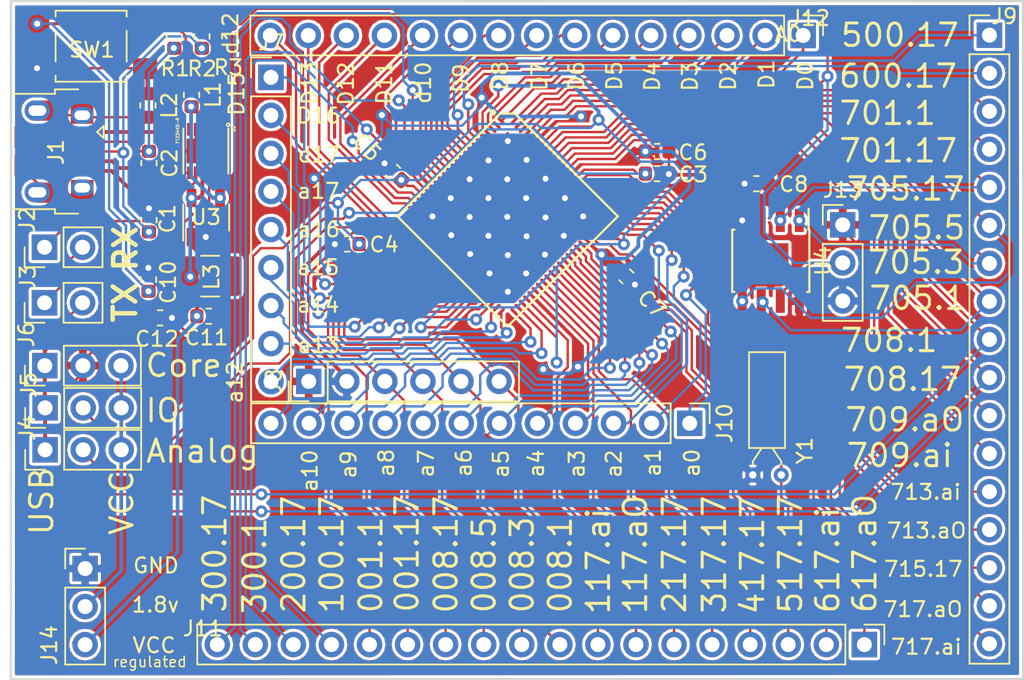
<source format=kicad_pcb>
(kicad_pcb (version 20171130) (host pcbnew 5.0.1-33cea8e~68~ubuntu14.04.1)
  (layers (0 F.Cu signal) (31 B.Cu signal) (34 B.Paste user) (35 F.Paste user) (36 B.SilkS user) (37 F.SilkS user) (38 B.Mask user) (39 F.Mask user) (44 Edge.Cuts user))
  (net 0 "")
  (net 1 usb3)
  (net 2 GND)
  (net 3 usb2)
  (net 4 vccA)
  (net 5 vccI)
  (net 6 vccC)
  (net 7 "Net-(J1-Pad6)")
  (net 8 txd)
  (net 9 rxd)
  (net 10 1.8v)
  (net 11 vin)
  (net 12 a17)
  (net 13 a16)
  (net 14 a15)
  (net 15 a14)
  (net 16 a13)
  (net 17 a12)
  (net 18 a11)
  (net 19 a10)
  (net 20 a9)
  (net 21 a8)
  (net 22 a7)
  (net 23 a6)
  (net 24 a5)
  (net 25 a4)
  (net 26 a3)
  (net 27 a2)
  (net 28 a1)
  (net 29 a0)
  (net 30 d0)
  (net 31 d1)
  (net 32 d2)
  (net 33 d3)
  (net 34 d4)
  (net 35 d5)
  (net 36 d6)
  (net 37 d7)
  (net 38 d8)
  (net 39 d9)
  (net 40 d10)
  (net 41 d11)
  (net 42 d12)
  (net 43 d13)
  (net 44 d14)
  (net 45 d15)
  (net 46 d16)
  (net 47 d17)
  (net 48 usb1)
  (net 49 "Net-(R1-Pad2)")
  (net 50 "Net-(R2-Pad2)")
  (net 51 517.17)
  (net 52 RESET)
  (net 53 "Net-(U2-Pad2)")
  (net 54 "Net-(U2-Pad6)")
  (net 55 "Net-(U2-Pad11)")
  (net 56 708.17)
  (net 57 708.1)
  (net 58 600.17)
  (net 59 500.17)
  (net 60 300.17)
  (net 61 300.1)
  (net 62 001.1)
  (net 63 001.17)
  (net 64 008.17)
  (net 65 008.5)
  (net 66 008.3)
  (net 67 008.1)
  (net 68 117.ai)
  (net 69 117.ao)
  (net 70 217.17)
  (net 71 317.17)
  (net 72 417.17)
  (net 73 617.a1)
  (net 74 617.ao)
  (net 75 717.ai)
  (net 76 717.ao)
  (net 77 709.ao)
  (net 78 709.ai)
  (net 79 705.1)
  (net 80 705.3)
  (net 81 705.5)
  (net 82 705.17)
  (net 83 701.17)
  (net 84 701.1)
  (net 85 100.17)
  (net 86 200.17)
  (net 87 713ai)
  (net 88 713.ao)
  (net 89 715.17)
  (net 90 vcc)
  (net 91 "Net-(U2-Pad3)")
  (net 92 "Net-(L3-Pad1)")
  (module ak-ga144:QFN88+1_GA144A12 (layer F.Cu) (at 125.14 87.28 315)
    (fp_text reference U1 hide)
    (fp_text value GA144A12 hide)
    (pad DAP smd rect (at 0 0 315) (size 8 8) (layers F.Cu F.Paste F.Mask) (net 2 GND))
    (pad 88 smd oval (at -4.2 -4.8 45) (size 0.6 0.2) (layers F.Cu F.Paste F.Mask) (net 52 RESET))
    (pad 87 smd oval (at -3.8 -4.8 45) (size 0.6 0.2) (layers F.Cu F.Paste F.Mask) (net 84 701.1))
    (pad 86 smd oval (at -3.400001 -4.8 45) (size 0.6 0.2) (layers F.Cu F.Paste F.Mask) (net 83 701.17))
    (pad 85 smd oval (at -3 -4.8 45) (size 0.6 0.2) (layers F.Cu F.Paste F.Mask) (net 82 705.17))
    (pad 84 smd oval (at -2.6 -4.8 45) (size 0.6 0.2) (layers F.Cu F.Paste F.Mask) (net 81 705.5))
    (pad 83 smd oval (at -2.199999 -4.8 45) (size 0.6 0.2) (layers F.Cu F.Paste F.Mask) (net 6 vccC))
    (pad 82 smd oval (at -1.8 -4.8 45) (size 0.6 0.2) (layers F.Cu F.Paste F.Mask) (net 5 vccI))
    (pad 81 smd oval (at -1.4 -4.8 45) (size 0.6 0.2) (layers F.Cu F.Paste F.Mask) (net 80 705.3))
    (pad 80 smd oval (at -1 -4.8 45) (size 0.6 0.2) (layers F.Cu F.Paste F.Mask) (net 79 705.1))
    (pad 79 smd oval (at -0.600001 -4.8 45) (size 0.6 0.2) (layers F.Cu F.Paste F.Mask) (net 57 708.1))
    (pad 78 smd oval (at -0.2 -4.8 45) (size 0.6 0.2) (layers F.Cu F.Paste F.Mask) (net 56 708.17))
    (pad 77 smd oval (at 0.2 -4.8 45) (size 0.6 0.2) (layers F.Cu F.Paste F.Mask) (net 77 709.ao))
    (pad 76 smd oval (at 0.600001 -4.8 45) (size 0.6 0.2) (layers F.Cu F.Paste F.Mask) (net 78 709.ai))
    (pad 75 smd oval (at 1 -4.8 45) (size 0.6 0.2) (layers F.Cu F.Paste F.Mask) (net 6 vccC))
    (pad 74 smd oval (at 1.4 -4.8 45) (size 0.6 0.2) (layers F.Cu F.Paste F.Mask) (net 4 vccA))
    (pad 73 smd oval (at 1.8 -4.8 45) (size 0.6 0.2) (layers F.Cu F.Paste F.Mask) (net 87 713ai))
    (pad 72 smd oval (at 2.199999 -4.8 45) (size 0.6 0.2) (layers F.Cu F.Paste F.Mask) (net 88 713.ao))
    (pad 71 smd oval (at 2.6 -4.8 45) (size 0.6 0.2) (layers F.Cu F.Paste F.Mask) (net 89 715.17))
    (pad 70 smd oval (at 3 -4.8 45) (size 0.6 0.2) (layers F.Cu F.Paste F.Mask) (net 76 717.ao))
    (pad 69 smd oval (at 3.400001 -4.8 45) (size 0.6 0.2) (layers F.Cu F.Paste F.Mask) (net 75 717.ai))
    (pad 68 smd oval (at 3.8 -4.8 45) (size 0.6 0.2) (layers F.Cu F.Paste F.Mask) (net 29 a0))
    (pad 67 smd oval (at 4.2 -4.8 45) (size 0.6 0.2) (layers F.Cu F.Paste F.Mask) (net 28 a1))
    (pad 66 smd oval (at 4.8 -4.2 315) (size 0.6 0.2) (layers F.Cu F.Paste F.Mask) (net 27 a2))
    (pad 65 smd oval (at 4.8 -3.8 315) (size 0.6 0.2) (layers F.Cu F.Paste F.Mask) (net 26 a3))
    (pad 64 smd oval (at 4.8 -3.400001 315) (size 0.6 0.2) (layers F.Cu F.Paste F.Mask) (net 5 vccI))
    (pad 63 smd oval (at 4.8 -3 315) (size 0.6 0.2) (layers F.Cu F.Paste F.Mask) (net 74 617.ao))
    (pad 62 smd oval (at 4.8 -2.6 315) (size 0.6 0.2) (layers F.Cu F.Paste F.Mask) (net 6 vccC))
    (pad 61 smd oval (at 4.8 -2.199999 315) (size 0.6 0.2) (layers F.Cu F.Paste F.Mask) (net 73 617.a1))
    (pad 60 smd oval (at 4.8 -1.8 315) (size 0.6 0.2) (layers F.Cu F.Paste F.Mask) (net 51 517.17))
    (pad 59 smd oval (at 4.8 -1.4 315) (size 0.6 0.2) (layers F.Cu F.Paste F.Mask) (net 72 417.17))
    (pad 58 smd oval (at 4.8 -1 315) (size 0.6 0.2) (layers F.Cu F.Paste F.Mask) (net 25 a4))
    (pad 57 smd oval (at 4.8 -0.600001 315) (size 0.6 0.2) (layers F.Cu F.Paste F.Mask) (net 24 a5))
    (pad 56 smd oval (at 4.8 -0.2 315) (size 0.6 0.2) (layers F.Cu F.Paste F.Mask) (net 23 a6))
    (pad 55 smd oval (at 4.8 0.2 315) (size 0.6 0.2) (layers F.Cu F.Paste F.Mask) (net 22 a7))
    (pad 54 smd oval (at 4.8 0.600001 315) (size 0.6 0.2) (layers F.Cu F.Paste F.Mask) (net 21 a8))
    (pad 53 smd oval (at 4.8 1 315) (size 0.6 0.2) (layers F.Cu F.Paste F.Mask) (net 20 a9))
    (pad 52 smd oval (at 4.8 1.4 315) (size 0.6 0.2) (layers F.Cu F.Paste F.Mask) (net 71 317.17))
    (pad 51 smd oval (at 4.8 1.8 315) (size 0.6 0.2) (layers F.Cu F.Paste F.Mask) (net 70 217.17))
    (pad 50 smd oval (at 4.8 2.199999 315) (size 0.6 0.2) (layers F.Cu F.Paste F.Mask) (net 69 117.ao))
    (pad 49 smd oval (at 4.8 2.6 315) (size 0.6 0.2) (layers F.Cu F.Paste F.Mask) (net 6 vccC))
    (pad 48 smd oval (at 4.8 3 315) (size 0.6 0.2) (layers F.Cu F.Paste F.Mask) (net 68 117.ai))
    (pad 47 smd oval (at 4.8 3.400001 315) (size 0.6 0.2) (layers F.Cu F.Paste F.Mask) (net 5 vccI))
    (pad 46 smd oval (at 4.8 3.8 315) (size 0.6 0.2) (layers F.Cu F.Paste F.Mask) (net 19 a10))
    (pad 45 smd oval (at 4.8 4.2 315) (size 0.6 0.2) (layers F.Cu F.Paste F.Mask) (net 18 a11))
    (pad 44 smd oval (at 4.2 4.8 45) (size 0.6 0.2) (layers F.Cu F.Paste F.Mask) (net 17 a12))
    (pad 43 smd oval (at 3.8 4.8 45) (size 0.6 0.2) (layers F.Cu F.Paste F.Mask) (net 16 a13))
    (pad 42 smd oval (at 3.400001 4.8 45) (size 0.6 0.2) (layers F.Cu F.Paste F.Mask) (net 15 a14))
    (pad 41 smd oval (at 3 4.8 45) (size 0.6 0.2) (layers F.Cu F.Paste F.Mask) (net 6 vccC))
    (pad 40 smd oval (at 2.6 4.8 45) (size 0.6 0.2) (layers F.Cu F.Paste F.Mask) (net 5 vccI))
    (pad 39 smd oval (at 2.199999 4.8 45) (size 0.6 0.2) (layers F.Cu F.Paste F.Mask) (net 14 a15))
    (pad 38 smd oval (at 1.8 4.8 45) (size 0.6 0.2) (layers F.Cu F.Paste F.Mask) (net 13 a16))
    (pad 37 smd oval (at 1.4 4.8 45) (size 0.6 0.2) (layers F.Cu F.Paste F.Mask) (net 12 a17))
    (pad 36 smd oval (at 1 4.8 45) (size 0.6 0.2) (layers F.Cu F.Paste F.Mask) (net 67 008.1))
    (pad 35 smd oval (at 0.600001 4.8 45) (size 0.6 0.2) (layers F.Cu F.Paste F.Mask) (net 66 008.3))
    (pad 34 smd oval (at 0.2 4.8 45) (size 0.6 0.2) (layers F.Cu F.Paste F.Mask) (net 65 008.5))
    (pad 33 smd oval (at -0.2 4.8 45) (size 0.6 0.2) (layers F.Cu F.Paste F.Mask) (net 64 008.17))
    (pad 32 smd oval (at -0.600001 4.8 45) (size 0.6 0.2) (layers F.Cu F.Paste F.Mask) (net 47 d17))
    (pad 31 smd oval (at -1 4.8 45) (size 0.6 0.2) (layers F.Cu F.Paste F.Mask) (net 46 d16))
    (pad 30 smd oval (at -1.4 4.8 45) (size 0.6 0.2) (layers F.Cu F.Paste F.Mask) (net 45 d15))
    (pad 29 smd oval (at -1.8 4.8 45) (size 0.6 0.2) (layers F.Cu F.Paste F.Mask) (net 6 vccC))
    (pad 28 smd oval (at -2.199999 4.8 45) (size 0.6 0.2) (layers F.Cu F.Paste F.Mask) (net 5 vccI))
    (pad 27 smd oval (at -2.6 4.8 45) (size 0.6 0.2) (layers F.Cu F.Paste F.Mask) (net 63 001.17))
    (pad 26 smd oval (at -3 4.8 45) (size 0.6 0.2) (layers F.Cu F.Paste F.Mask) (net 62 001.1))
    (pad 25 smd oval (at -3.400001 4.8 45) (size 0.6 0.2) (layers F.Cu F.Paste F.Mask) (net 44 d14))
    (pad 24 smd oval (at -3.8 4.8 45) (size 0.6 0.2) (layers F.Cu F.Paste F.Mask) (net 43 d13))
    (pad 23 smd oval (at -4.2 4.8 45) (size 0.6 0.2) (layers F.Cu F.Paste F.Mask) (net 42 d12))
    (pad 22 smd oval (at -4.8 4.2 315) (size 0.6 0.2) (layers F.Cu F.Paste F.Mask) (net 41 d11))
    (pad 21 smd oval (at -4.8 3.8 315) (size 0.6 0.2) (layers F.Cu F.Paste F.Mask) (net 40 d10))
    (pad 20 smd oval (at -4.8 3.400001 315) (size 0.6 0.2) (layers F.Cu F.Paste F.Mask) (net 85 100.17))
    (pad 19 smd oval (at -4.8 3 315) (size 0.6 0.2) (layers F.Cu F.Paste F.Mask) (net 5 vccI))
    (pad 18 smd oval (at -4.8 2.6 315) (size 0.6 0.2) (layers F.Cu F.Paste F.Mask) (net 86 200.17))
    (pad 17 smd oval (at -4.8 2.199999 315) (size 0.6 0.2) (layers F.Cu F.Paste F.Mask) (net 6 vccC))
    (pad 16 smd oval (at -4.8 1.8 315) (size 0.6 0.2) (layers F.Cu F.Paste F.Mask) (net 39 d9))
    (pad 15 smd oval (at -4.8 1.4 315) (size 0.6 0.2) (layers F.Cu F.Paste F.Mask) (net 61 300.1))
    (pad 14 smd oval (at -4.8 1 315) (size 0.6 0.2) (layers F.Cu F.Paste F.Mask) (net 60 300.17))
    (pad 13 smd oval (at -4.8 0.600001 315) (size 0.6 0.2) (layers F.Cu F.Paste F.Mask) (net 38 d8))
    (pad 12 smd oval (at -4.8 0.2 315) (size 0.6 0.2) (layers F.Cu F.Paste F.Mask) (net 37 d7))
    (pad 11 smd oval (at -4.8 -0.2 315) (size 0.6 0.2) (layers F.Cu F.Paste F.Mask) (net 36 d6))
    (pad 10 smd oval (at -4.8 -0.600001 315) (size 0.6 0.2) (layers F.Cu F.Paste F.Mask) (net 35 d5))
    (pad 9 smd oval (at -4.8 -1 315) (size 0.6 0.2) (layers F.Cu F.Paste F.Mask) (net 34 d4))
    (pad 8 smd oval (at -4.8 -1.4 315) (size 0.6 0.2) (layers F.Cu F.Paste F.Mask) (net 33 d3))
    (pad 7 smd oval (at -4.8 -1.8 315) (size 0.6 0.2) (layers F.Cu F.Paste F.Mask) (net 59 500.17))
    (pad 6 smd oval (at -4.8 -2.199999 315) (size 0.6 0.2) (layers F.Cu F.Paste F.Mask) (net 58 600.17))
    (pad 5 smd oval (at -4.8 -2.6 315) (size 0.6 0.2) (layers F.Cu F.Paste F.Mask) (net 6 vccC))
    (pad 4 smd oval (at -4.8 -3 315) (size 0.6 0.2) (layers F.Cu F.Paste F.Mask) (net 5 vccI))
    (pad 3 smd oval (at -4.8 -3.400001 315) (size 0.6 0.2) (layers F.Cu F.Paste F.Mask) (net 32 d2))
    (pad 2 smd oval (at -4.8 -3.8 315) (size 0.6 0.2) (layers F.Cu F.Paste F.Mask) (net 31 d1))
    (pad 1 smd oval (at -4.8 -4.2 315) (size 0.6 0.2) (layers F.Cu F.Paste F.Mask) (net 30 d0))
  )
  (module Capacitor_SMD:C_0603_1608Metric (layer F.Cu) (at 101.9525 94.06)
    (fp_text reference C12 (at -0.2128 1.4059) (layer F.SilkS))
    (fp_text value 10mF)
    (pad 2 smd roundrect (at 0.7875 0) (size 0.875 0.95) (layers F.Cu F.Paste F.Mask) (net 2 GND))
    (pad 1 smd roundrect (at -0.7875 0) (size 0.875 0.95) (layers F.Cu F.Paste F.Mask) (net 10 1.8v))
  )
  (module Capacitor_SMD:C_0603_1608Metric (layer F.Cu) (at 101.21 87.5325 90)
    (fp_text reference C1 (at 0.09 1.24 90) (layer F.SilkS))
    (fp_text value 47pF)
    (pad 1 smd roundrect (at -0.7875 0 90) (size 0.875 0.95) (layers F.Cu F.Paste F.Mask) (net 1 usb3))
    (pad 2 smd roundrect (at 0.7875 0 90) (size 0.875 0.95) (layers F.Cu F.Paste F.Mask) (net 2 GND))
  )
  (module Capacitor_SMD:C_0603_1608Metric (layer F.Cu) (at 101.21 83.7275 270)
    (fp_text reference C2 (at 0.0025 -1.38 270) (layer F.SilkS))
    (fp_text value 47pF)
    (pad 2 smd roundrect (at 0.7875 0 270) (size 0.875 0.95) (layers F.Cu F.Paste F.Mask) (net 2 GND))
    (pad 1 smd roundrect (at -0.7875 0 270) (size 0.875 0.95) (layers F.Cu F.Paste F.Mask) (net 3 usb2))
  )
  (module Capacitor_SMD:C_0603_1608Metric (layer F.Cu) (at 135.1225 84.43)
    (fp_text reference C3 (at 2.4075 0.06 180) (layer F.SilkS))
    (fp_text value 0.1mF)
    (pad 2 smd roundrect (at 0.7875 0) (size 0.875 0.95) (layers F.Cu F.Paste F.Mask) (net 2 GND))
    (pad 1 smd roundrect (at -0.7875 0) (size 0.875 0.95) (layers F.Cu F.Paste F.Mask) (net 4 vccA))
  )
  (module Capacitor_SMD:C_0603_1608Metric (layer F.Cu) (at 114.4398 89.1286 180)
    (fp_text reference C4 (at -2.4575 -0.04 180) (layer F.SilkS))
    (fp_text value 0.1mF)
    (pad 2 smd roundrect (at 0.7875 0 180) (size 0.875 0.95) (layers F.Cu F.Paste F.Mask) (net 2 GND))
    (pad 1 smd roundrect (at -0.7875 0 180) (size 0.875 0.95) (layers F.Cu F.Paste F.Mask) (net 5 vccI))
  )
  (module Capacitor_SMD:C_0603_1608Metric (layer F.Cu) (at 117.5 84.3 135)
    (fp_text reference C5 (at 2.397092 -0.077782 135) (layer F.SilkS))
    (fp_text value 0.1mF)
    (pad 1 smd roundrect (at -0.787501 0 135) (size 0.875 0.95) (layers F.Cu F.Paste F.Mask) (net 5 vccI))
    (pad 2 smd roundrect (at 0.787501 0 135) (size 0.875 0.95) (layers F.Cu F.Paste F.Mask) (net 2 GND))
  )
  (module Capacitor_SMD:C_0603_1608Metric (layer F.Cu) (at 135.1225 82.95)
    (fp_text reference C6 (at 2.3875 0.07) (layer F.SilkS))
    (fp_text value 0.1mF)
    (pad 2 smd roundrect (at 0.7875 0) (size 0.875 0.95) (layers F.Cu F.Paste F.Mask) (net 2 GND))
    (pad 1 smd roundrect (at -0.7875 0) (size 0.875 0.95) (layers F.Cu F.Paste F.Mask) (net 6 vccC))
  )
  (module Capacitor_SMD:C_0603_1608Metric (layer F.Cu) (at 133.063153 91.293153 315)
    (fp_text reference C7 (at 2.484557 0.098995 315) (layer F.SilkS))
    (fp_text value 0.1mF)
    (pad 1 smd roundrect (at -0.787501 0 315) (size 0.875 0.95) (layers F.Cu F.Paste F.Mask) (net 6 vccC))
    (pad 2 smd roundrect (at 0.787501 0 315) (size 0.875 0.95) (layers F.Cu F.Paste F.Mask) (net 2 GND))
  )
  (module Connector_USB:USB_Micro-B_Amphenol_10103594-0001LF_Horizontal (layer F.Cu) (at 94.875 82.975 270)
    (fp_text reference J1 (at 0.015 -0.135 270) (layer F.SilkS))
    (fp_text value USB_OTG)
    (pad 6 smd rect (at 2.725 0.185 270) (size 1.35 2) (layers F.Cu F.Paste F.Mask) (net 7 "Net-(J1-Pad6)"))
    (pad 6 smd rect (at -2.755 0.185 270) (size 1.35 2) (layers F.Cu F.Paste F.Mask) (net 7 "Net-(J1-Pad6)"))
    (pad 6 smd rect (at -2.975 -0.565 270) (size 1.825 0.7) (layers F.Cu F.Paste F.Mask) (net 7 "Net-(J1-Pad6)"))
    (pad 6 smd rect (at 2.975 -0.565 270) (size 1.825 0.7) (layers F.Cu F.Paste F.Mask) (net 7 "Net-(J1-Pad6)"))
    (pad 6 smd rect (at -2.875 -1.865 270) (size 2 1.5) (layers F.Cu F.Paste F.Mask) (net 7 "Net-(J1-Pad6)"))
    (pad 6 smd rect (at 2.875 -1.885 270) (size 2 1.5) (layers F.Cu F.Paste F.Mask) (net 7 "Net-(J1-Pad6)"))
    (pad 1 smd rect (at -1.325 -1.765) (size 1.65 0.4) (layers F.Cu F.Paste F.Mask) (net 48 usb1))
    (pad 2 smd rect (at -0.675 -1.765) (size 1.65 0.4) (layers F.Cu F.Paste F.Mask) (net 3 usb2))
    (pad 3 smd rect (at -0.025 -1.765) (size 1.65 0.4) (layers F.Cu F.Paste F.Mask) (net 1 usb3))
    (pad 4 smd rect (at 0.625 -1.765) (size 1.65 0.4) (layers F.Cu F.Paste F.Mask) (net 2 GND))
    (pad 5 smd rect (at 1.275 -1.765) (size 1.65 0.4) (layers F.Cu F.Paste F.Mask) (net 2 GND))
    (pad 6 thru_hole oval (at -2.445 -1.885) (size 1.5 1.1) (drill oval 1.05 0.65) (layers *.Cu *.Mask) (net 7 "Net-(J1-Pad6)"))
    (pad 6 thru_hole oval (at 2.395 -1.885) (size 1.5 1.1) (drill oval 1.05 0.65) (layers *.Cu *.Mask) (net 7 "Net-(J1-Pad6)"))
    (pad 6 thru_hole oval (at -2.755 1.115) (size 1.7 1.35) (drill oval 1.2 0.7) (layers *.Cu *.Mask) (net 7 "Net-(J1-Pad6)"))
    (pad 6 thru_hole oval (at 2.705 1.115) (size 1.7 1.35) (drill oval 1.2 0.7) (layers *.Cu *.Mask) (net 7 "Net-(J1-Pad6)"))
    (pad 6 smd rect (at -0.985 1.385) (size 2.5 1.43) (layers F.Cu F.Paste F.Mask) (net 7 "Net-(J1-Pad6)"))
    (pad 6 smd rect (at 0.935 1.385) (size 2.5 1.43) (layers F.Cu F.Paste F.Mask) (net 7 "Net-(J1-Pad6)"))
  )
  (module Inductor_SMD:L_0603_1608Metric (layer F.Cu) (at 104.05 79.1675 270)
    (fp_text reference L1 (at 0 -1.43 270) (layer F.SilkS))
    (fp_text value " MMZ1608B601CTAH0 ")
    (pad 1 smd roundrect (at -0.7875 0 270) (size 0.875 0.95) (layers F.Cu F.Paste F.Mask) (net 48 usb1))
    (pad 2 smd roundrect (at 0.7875 0 270) (size 0.875 0.95) (layers F.Cu F.Paste F.Mask) (net 90 vcc))
  )
  (module Inductor_SMD:L_0603_1608Metric (layer F.Cu) (at 101.14 79.8775 270)
    (fp_text reference L2 (at 0 -1.43 270) (layer F.SilkS))
    (fp_text value " MMZ1608B601CTAH0 ")
    (pad 2 smd roundrect (at 0.7875 0 270) (size 0.875 0.95) (layers F.Cu F.Paste F.Mask) (net 7 "Net-(J1-Pad6)"))
    (pad 1 smd roundrect (at -0.7875 0 270) (size 0.875 0.95) (layers F.Cu F.Paste F.Mask) (net 2 GND))
  )
  (module Resistor_SMD:R_0603_1608Metric (layer F.Cu) (at 102.9 75.27 90)
    (fp_text reference R1 (at -2.13904 0.05382 180) (layer F.SilkS))
    (fp_text value 27)
    (pad 1 smd roundrect (at -0.7875 0 90) (size 0.875 0.95) (layers F.Cu F.Paste F.Mask) (net 3 usb2))
    (pad 2 smd roundrect (at 0.7875 0 90) (size 0.875 0.95) (layers F.Cu F.Paste F.Mask) (net 49 "Net-(R1-Pad2)"))
  )
  (module Resistor_SMD:R_0603_1608Metric (layer F.Cu) (at 104.73944 75.27046 90)
    (fp_text reference R2 (at -2.15128 0.0127 180) (layer F.SilkS))
    (fp_text value 27)
    (pad 2 smd roundrect (at 0.7875 0 90) (size 0.875 0.95) (layers F.Cu F.Paste F.Mask) (net 50 "Net-(R2-Pad2)"))
    (pad 1 smd roundrect (at -0.7875 0 90) (size 0.875 0.95) (layers F.Cu F.Paste F.Mask) (net 1 usb3))
  )
  (module FT234XD-R:SON45P300X300X80-13N (layer F.Cu) (at 105 82.92 270)
    (fp_text reference U2 (at -1.49312 -1.87841 270) (layer F.SilkS) (effects (font (size 0.20015 0.20015) (thickness 0.05))))
    (fp_text value FT234XD-R (at -1.36673 1.87537 270) (layer F.SilkS) (effects (font (size 0.200254 0.200254) (thickness 0.05))))
    (pad 1 smd rect (at -1.45 -1.125 270) (size 0.85 0.25) (layers F.Cu F.Paste F.Mask) (net 49 "Net-(R1-Pad2)"))
    (pad 2 smd rect (at -1.45 -0.675 270) (size 0.85 0.25) (layers F.Cu F.Paste F.Mask) (net 53 "Net-(U2-Pad2)"))
    (pad 3 smd rect (at -1.45 -0.225 270) (size 0.85 0.25) (layers F.Cu F.Paste F.Mask) (net 91 "Net-(U2-Pad3)"))
    (pad 4 smd rect (at -1.45 0.225 270) (size 0.85 0.25) (layers F.Cu F.Paste F.Mask) (net 90 vcc))
    (pad 5 smd rect (at -1.45 0.675 270) (size 0.85 0.25) (layers F.Cu F.Paste F.Mask) (net 2 GND))
    (pad 6 smd rect (at -1.45 1.125 270) (size 0.85 0.25) (layers F.Cu F.Paste F.Mask) (net 54 "Net-(U2-Pad6)"))
    (pad 7 smd rect (at 1.45 1.125 90) (size 0.85 0.25) (layers F.Cu F.Paste F.Mask) (net 8 txd))
    (pad 8 smd rect (at 1.45 0.675 90) (size 0.85 0.25) (layers F.Cu F.Paste F.Mask) (net 52 RESET))
    (pad 9 smd rect (at 1.45 0.225 90) (size 0.85 0.25) (layers F.Cu F.Paste F.Mask) (net 10 1.8v))
    (pad 10 smd rect (at 1.45 -0.225 90) (size 0.85 0.25) (layers F.Cu F.Paste F.Mask) (net 9 rxd))
    (pad 11 smd rect (at 1.45 -0.675 90) (size 0.85 0.25) (layers F.Cu F.Paste F.Mask) (net 55 "Net-(U2-Pad11)"))
    (pad 12 smd rect (at 1.45 -1.125 90) (size 0.85 0.25) (layers F.Cu F.Paste F.Mask) (net 50 "Net-(R2-Pad2)"))
    (pad 13 smd rect (at 0 0 90) (size 1.65 2.55) (layers F.Cu F.Paste F.Mask) (net 2 GND))
  )
  (module Capacitor_SMD:C_0603_1608Metric (layer F.Cu) (at 101.18 91.5 270)
    (fp_text reference C10 (at 0.1813 -1.309 270) (layer F.SilkS))
    (fp_text value 47pF)
    (pad 1 smd roundrect (at -0.7875 0 270) (size 0.875 0.95) (layers F.Cu F.Paste F.Mask) (net 2 GND))
    (pad 2 smd roundrect (at 0.7875 0 270) (size 0.875 0.95) (layers F.Cu F.Paste F.Mask) (net 52 RESET))
  )
  (module Connector_PinHeader_2.54mm:PinHeader_1x17_P2.54mm_Vertical (layer F.Cu) (at 157.2895 75.184)
    (fp_text reference J9 (at 1.0005 -1.254) (layer F.SilkS))
    (fp_text value Conn_01x17_Male)
    (pad 1 thru_hole rect (at 0 0) (size 1.7 1.7) (drill 1) (layers *.Cu *.Mask) (net 59 500.17))
    (pad 2 thru_hole oval (at 0 2.54) (size 1.7 1.7) (drill 1) (layers *.Cu *.Mask) (net 58 600.17))
    (pad 3 thru_hole oval (at 0 5.08) (size 1.7 1.7) (drill 1) (layers *.Cu *.Mask) (net 84 701.1))
    (pad 4 thru_hole oval (at 0 7.62) (size 1.7 1.7) (drill 1) (layers *.Cu *.Mask) (net 83 701.17))
    (pad 5 thru_hole oval (at 0 10.16) (size 1.7 1.7) (drill 1) (layers *.Cu *.Mask) (net 82 705.17))
    (pad 6 thru_hole oval (at 0 12.7) (size 1.7 1.7) (drill 1) (layers *.Cu *.Mask) (net 81 705.5))
    (pad 7 thru_hole oval (at 0 15.24) (size 1.7 1.7) (drill 1) (layers *.Cu *.Mask) (net 80 705.3))
    (pad 8 thru_hole oval (at 0 17.78) (size 1.7 1.7) (drill 1) (layers *.Cu *.Mask) (net 79 705.1))
    (pad 9 thru_hole oval (at 0 20.32) (size 1.7 1.7) (drill 1) (layers *.Cu *.Mask) (net 57 708.1))
    (pad 10 thru_hole oval (at 0 22.86) (size 1.7 1.7) (drill 1) (layers *.Cu *.Mask) (net 56 708.17))
    (pad 11 thru_hole oval (at 0 25.4) (size 1.7 1.7) (drill 1) (layers *.Cu *.Mask) (net 77 709.ao))
    (pad 12 thru_hole oval (at 0 27.94) (size 1.7 1.7) (drill 1) (layers *.Cu *.Mask) (net 78 709.ai))
    (pad 13 thru_hole oval (at 0 30.48) (size 1.7 1.7) (drill 1) (layers *.Cu *.Mask) (net 87 713ai))
    (pad 14 thru_hole oval (at 0 33.02) (size 1.7 1.7) (drill 1) (layers *.Cu *.Mask) (net 88 713.ao))
    (pad 15 thru_hole oval (at 0 35.56) (size 1.7 1.7) (drill 1) (layers *.Cu *.Mask) (net 89 715.17))
    (pad 16 thru_hole oval (at 0 38.1) (size 1.7 1.7) (drill 1) (layers *.Cu *.Mask) (net 76 717.ao))
    (pad 17 thru_hole oval (at 0 40.64) (size 1.7 1.7) (drill 1) (layers *.Cu *.Mask) (net 75 717.ai))
  )
  (module Button_Switch_SMD:SW_SPST_TL3305C (layer F.Cu) (at 97.35 75.92)
    (fp_text reference SW1 (at 0.05 0.24) (layer F.SilkS))
    (fp_text value SW_Push)
    (pad 1 smd rect (at 3.6 -1.5) (size 1.6 1.4) (layers F.Cu F.Paste F.Mask) (net 52 RESET))
    (pad 1 smd rect (at -3.6 -1.5) (size 1.6 1.4) (layers F.Cu F.Paste F.Mask) (net 52 RESET))
    (pad 2 smd rect (at 3.6 1.5) (size 1.6 1.4) (layers F.Cu F.Paste F.Mask) (net 2 GND))
    (pad 2 smd rect (at -3.6 1.5) (size 1.6 1.4) (layers F.Cu F.Paste F.Mask) (net 2 GND))
  )
  (module Crystal:Crystal_DS26_D2.0mm_L6.0mm_Horizontal (layer F.Cu) (at 143.4 104.55 180)
    (fp_text reference Y1 (at -1.57 1.625 -90) (layer F.SilkS))
    (fp_text value Crystal)
    (pad 1 thru_hole circle (at 0 0 180) (size 1 1) (drill 0.5) (layers *.Cu *.Mask) (net 51 517.17))
    (pad 2 thru_hole circle (at 1.9 0 180) (size 1 1) (drill 0.5) (layers *.Cu *.Mask) (net 2 GND))
  )
  (module Connector_PinHeader_2.54mm:PinHeader_1x02_P2.54mm_Vertical (layer F.Cu) (at 94.24 89.3456 90)
    (fp_text reference J2 (at 1.8256 -1.16 90) (layer F.SilkS))
    (fp_text value RX)
    (pad 2 thru_hole oval (at 0 2.54 90) (size 1.7 1.7) (drill 1) (layers *.Cu *.Mask) (net 56 708.17))
    (pad 1 thru_hole rect (at 0 0 90) (size 1.7 1.7) (drill 1) (layers *.Cu *.Mask) (net 8 txd))
  )
  (module Connector_PinHeader_2.54mm:PinHeader_1x02_P2.54mm_Vertical (layer F.Cu) (at 94.24 93.054 90)
    (fp_text reference J3 (at 1.684 -1.11 90) (layer F.SilkS))
    (fp_text value TX)
    (pad 1 thru_hole rect (at 0 0 90) (size 1.7 1.7) (drill 1) (layers *.Cu *.Mask) (net 9 rxd))
    (pad 2 thru_hole oval (at 0 2.54 90) (size 1.7 1.7) (drill 1) (layers *.Cu *.Mask) (net 57 708.1))
  )
  (module Connector_PinHeader_2.54mm:PinHeader_1x03_P2.54mm_Vertical (layer F.Cu) (at 94.28 102.87 90)
    (fp_text reference J4 (at 1.46 -1.19 90) (layer F.SilkS))
    (fp_text value analog)
    (pad 1 thru_hole rect (at 0 0 90) (size 1.7 1.7) (drill 1) (layers *.Cu *.Mask) (net 10 1.8v))
    (pad 2 thru_hole oval (at 0 2.54 90) (size 1.7 1.7) (drill 1) (layers *.Cu *.Mask) (net 4 vccA))
    (pad 3 thru_hole oval (at 0 5.08 90) (size 1.7 1.7) (drill 1) (layers *.Cu *.Mask) (net 11 vin))
  )
  (module Connector_PinHeader_2.54mm:PinHeader_1x03_P2.54mm_Vertical (layer F.Cu) (at 94.28 100.07 90)
    (fp_text reference J5 (at 1.53 -1.09 90) (layer F.SilkS))
    (fp_text value IO)
    (pad 3 thru_hole oval (at 0 5.08 90) (size 1.7 1.7) (drill 1) (layers *.Cu *.Mask) (net 11 vin))
    (pad 2 thru_hole oval (at 0 2.54 90) (size 1.7 1.7) (drill 1) (layers *.Cu *.Mask) (net 5 vccI))
    (pad 1 thru_hole rect (at 0 0 90) (size 1.7 1.7) (drill 1) (layers *.Cu *.Mask) (net 10 1.8v))
  )
  (module Connector_PinHeader_2.54mm:PinHeader_1x03_P2.54mm_Vertical (layer F.Cu) (at 94.2608 97.2504 90)
    (fp_text reference J6 (at 2.0804 -1.2308 90) (layer F.SilkS))
    (fp_text value core)
    (pad 1 thru_hole rect (at 0 0 90) (size 1.7 1.7) (drill 1) (layers *.Cu *.Mask) (net 10 1.8v))
    (pad 2 thru_hole oval (at 0 2.54 90) (size 1.7 1.7) (drill 1) (layers *.Cu *.Mask) (net 6 vccC))
    (pad 3 thru_hole oval (at 0 5.08 90) (size 1.7 1.7) (drill 1) (layers *.Cu *.Mask) (net 11 vin))
  )
  (module Connector_PinHeader_2.54mm:PinHeader_1x18_P2.54mm_Vertical (layer F.Cu) (at 148.9456 115.8748 270)
    (fp_text reference J11 (at -1.0668 44.1452) (layer F.SilkS))
    (fp_text value Conn_01x18_Male)
    (pad 1 thru_hole rect (at 0 0 270) (size 1.7 1.7) (drill 1) (layers *.Cu *.Mask) (net 74 617.ao))
    (pad 2 thru_hole oval (at 0 2.54 270) (size 1.7 1.7) (drill 1) (layers *.Cu *.Mask) (net 73 617.a1))
    (pad 3 thru_hole oval (at 0 5.08 270) (size 1.7 1.7) (drill 1) (layers *.Cu *.Mask) (net 51 517.17))
    (pad 4 thru_hole oval (at 0 7.62 270) (size 1.7 1.7) (drill 1) (layers *.Cu *.Mask) (net 72 417.17))
    (pad 5 thru_hole oval (at 0 10.16 270) (size 1.7 1.7) (drill 1) (layers *.Cu *.Mask) (net 71 317.17))
    (pad 6 thru_hole oval (at 0 12.7 270) (size 1.7 1.7) (drill 1) (layers *.Cu *.Mask) (net 70 217.17))
    (pad 7 thru_hole oval (at 0 15.24 270) (size 1.7 1.7) (drill 1) (layers *.Cu *.Mask) (net 69 117.ao))
    (pad 8 thru_hole oval (at 0 17.78 270) (size 1.7 1.7) (drill 1) (layers *.Cu *.Mask) (net 68 117.ai))
    (pad 9 thru_hole oval (at 0 20.32 270) (size 1.7 1.7) (drill 1) (layers *.Cu *.Mask) (net 67 008.1))
    (pad 10 thru_hole oval (at 0 22.86 270) (size 1.7 1.7) (drill 1) (layers *.Cu *.Mask) (net 66 008.3))
    (pad 11 thru_hole oval (at 0 25.4 270) (size 1.7 1.7) (drill 1) (layers *.Cu *.Mask) (net 65 008.5))
    (pad 12 thru_hole oval (at 0 27.94 270) (size 1.7 1.7) (drill 1) (layers *.Cu *.Mask) (net 64 008.17))
    (pad 13 thru_hole oval (at 0 30.48 270) (size 1.7 1.7) (drill 1) (layers *.Cu *.Mask) (net 63 001.17))
    (pad 14 thru_hole oval (at 0 33.02 270) (size 1.7 1.7) (drill 1) (layers *.Cu *.Mask) (net 62 001.1))
    (pad 15 thru_hole oval (at 0 35.56 270) (size 1.7 1.7) (drill 1) (layers *.Cu *.Mask) (net 85 100.17))
    (pad 16 thru_hole oval (at 0 38.1 270) (size 1.7 1.7) (drill 1) (layers *.Cu *.Mask) (net 86 200.17))
    (pad 17 thru_hole oval (at 0 40.64 270) (size 1.7 1.7) (drill 1) (layers *.Cu *.Mask) (net 61 300.1))
    (pad 18 thru_hole oval (at 0 43.18 270) (size 1.7 1.7) (drill 1) (layers *.Cu *.Mask) (net 60 300.17))
  )
  (module Capacitor_SMD:C_0603_1608Metric (layer F.Cu) (at 105.1975 93.95 180)
    (fp_text reference C11 (at 0.1431 -1.427 180) (layer F.SilkS))
    (fp_text value 4.7mF)
    (pad 1 smd roundrect (at -0.7875 0 180) (size 0.875 0.95) (layers F.Cu F.Paste F.Mask) (net 2 GND))
    (pad 2 smd roundrect (at 0.7875 0 180) (size 0.875 0.95) (layers F.Cu F.Paste F.Mask) (net 90 vcc))
  )
  (module Package_TO_SOT_SMD:TSOT-23-5 (layer F.Cu) (at 105 87.36 90)
    (fp_text reference U3 (at 0.0221 0.0163 180) (layer F.SilkS))
    (fp_text value LTC3406ES5-1.8)
    (pad 1 smd rect (at -1.31 -0.95 90) (size 1.22 0.65) (layers F.Cu F.Paste F.Mask) (net 90 vcc))
    (pad 2 smd rect (at -1.31 0 90) (size 1.22 0.65) (layers F.Cu F.Paste F.Mask) (net 2 GND))
    (pad 3 smd rect (at -1.31 0.95 90) (size 1.22 0.65) (layers F.Cu F.Paste F.Mask) (net 92 "Net-(L3-Pad1)"))
    (pad 4 smd rect (at 1.31 0.95 90) (size 1.22 0.65) (layers F.Cu F.Paste F.Mask) (net 90 vcc))
    (pad 5 smd rect (at 1.31 -0.95 90) (size 1.22 0.65) (layers F.Cu F.Paste F.Mask) (net 10 1.8v))
  )
  (module Inductor_SMD:L_1210_3225Metric (layer F.Cu) (at 105.2957 91.2749 180)
    (fp_text reference L3 (at -0.0889 -0.0508 270) (layer F.SilkS))
    (fp_text value 2.2uH)
    (pad 1 smd roundrect (at -1.4 0 180) (size 1.25 2.65) (layers F.Cu F.Paste F.Mask) (roundrect_rratio 0.2) (net 92 "Net-(L3-Pad1)"))
    (pad 2 smd roundrect (at 1.4 0 180) (size 1.25 2.65) (layers F.Cu F.Paste F.Mask) (roundrect_rratio 0.2) (net 10 1.8v))
  )
  (module Connector_PinHeader_2.54mm:PinHeader_1x09_P2.54mm_Vertical (layer F.Cu) (at 109.35 78)
    (fp_text reference J7 (at 0 -2.33) (layer F.SilkS))
    (fp_text value Conn_01x09_Male)
    (pad 1 thru_hole rect (at 0 0) (size 1.7 1.7) (drill 1) (layers *.Cu *.Mask) (net 45 d15))
    (pad 2 thru_hole oval (at 0 2.54) (size 1.7 1.7) (drill 1) (layers *.Cu *.Mask) (net 46 d16))
    (pad 3 thru_hole oval (at 0 5.08) (size 1.7 1.7) (drill 1) (layers *.Cu *.Mask) (net 47 d17))
    (pad 4 thru_hole oval (at 0 7.62) (size 1.7 1.7) (drill 1) (layers *.Cu *.Mask) (net 12 a17))
    (pad 5 thru_hole oval (at 0 10.16) (size 1.7 1.7) (drill 1) (layers *.Cu *.Mask) (net 13 a16))
    (pad 6 thru_hole oval (at 0 12.7) (size 1.7 1.7) (drill 1) (layers *.Cu *.Mask) (net 14 a15))
    (pad 7 thru_hole oval (at 0 15.24) (size 1.7 1.7) (drill 1) (layers *.Cu *.Mask) (net 15 a14))
    (pad 8 thru_hole oval (at 0 17.78) (size 1.7 1.7) (drill 1) (layers *.Cu *.Mask) (net 16 a13))
    (pad 9 thru_hole oval (at 0 20.32) (size 1.7 1.7) (drill 1) (layers *.Cu *.Mask) (net 17 a12))
  )
  (module Connector_PinHeader_2.54mm:PinHeader_1x15_P2.54mm_Vertical (layer F.Cu) (at 144.86 75.2 270)
    (fp_text reference J12 (at -1.15 -0.45) (layer F.SilkS))
    (fp_text value Conn_01x15_Male)
    (pad 1 thru_hole rect (at 0 0 270) (size 1.7 1.7) (drill 1) (layers *.Cu *.Mask) (net 30 d0))
    (pad 2 thru_hole oval (at 0 2.54 270) (size 1.7 1.7) (drill 1) (layers *.Cu *.Mask) (net 31 d1))
    (pad 3 thru_hole oval (at 0 5.08 270) (size 1.7 1.7) (drill 1) (layers *.Cu *.Mask) (net 32 d2))
    (pad 4 thru_hole oval (at 0 7.62 270) (size 1.7 1.7) (drill 1) (layers *.Cu *.Mask) (net 33 d3))
    (pad 5 thru_hole oval (at 0 10.16 270) (size 1.7 1.7) (drill 1) (layers *.Cu *.Mask) (net 34 d4))
    (pad 6 thru_hole oval (at 0 12.7 270) (size 1.7 1.7) (drill 1) (layers *.Cu *.Mask) (net 35 d5))
    (pad 7 thru_hole oval (at 0 15.24 270) (size 1.7 1.7) (drill 1) (layers *.Cu *.Mask) (net 36 d6))
    (pad 8 thru_hole oval (at 0 17.78 270) (size 1.7 1.7) (drill 1) (layers *.Cu *.Mask) (net 37 d7))
    (pad 9 thru_hole oval (at 0 20.32 270) (size 1.7 1.7) (drill 1) (layers *.Cu *.Mask) (net 38 d8))
    (pad 10 thru_hole oval (at 0 22.86 270) (size 1.7 1.7) (drill 1) (layers *.Cu *.Mask) (net 39 d9))
    (pad 11 thru_hole oval (at 0 25.4 270) (size 1.7 1.7) (drill 1) (layers *.Cu *.Mask) (net 40 d10))
    (pad 12 thru_hole oval (at 0 27.94 270) (size 1.7 1.7) (drill 1) (layers *.Cu *.Mask) (net 41 d11))
    (pad 13 thru_hole oval (at 0 30.48 270) (size 1.7 1.7) (drill 1) (layers *.Cu *.Mask) (net 42 d12))
    (pad 14 thru_hole oval (at 0 33.02 270) (size 1.7 1.7) (drill 1) (layers *.Cu *.Mask) (net 43 d13))
    (pad 15 thru_hole oval (at 0 35.56 270) (size 1.7 1.7) (drill 1) (layers *.Cu *.Mask) (net 44 d14))
  )
  (module Connector_PinHeader_2.54mm:PinHeader_1x12_P2.54mm_Vertical (layer F.Cu) (at 137.29 101.1 270)
    (fp_text reference J10 (at 0 -2.33 270) (layer F.SilkS))
    (fp_text value Conn_01x12_Male)
    (pad 1 thru_hole rect (at 0 0 270) (size 1.7 1.7) (drill 1) (layers *.Cu *.Mask) (net 29 a0))
    (pad 2 thru_hole oval (at 0 2.54 270) (size 1.7 1.7) (drill 1) (layers *.Cu *.Mask) (net 28 a1))
    (pad 3 thru_hole oval (at 0 5.08 270) (size 1.7 1.7) (drill 1) (layers *.Cu *.Mask) (net 27 a2))
    (pad 4 thru_hole oval (at 0 7.62 270) (size 1.7 1.7) (drill 1) (layers *.Cu *.Mask) (net 26 a3))
    (pad 5 thru_hole oval (at 0 10.16 270) (size 1.7 1.7) (drill 1) (layers *.Cu *.Mask) (net 25 a4))
    (pad 6 thru_hole oval (at 0 12.7 270) (size 1.7 1.7) (drill 1) (layers *.Cu *.Mask) (net 24 a5))
    (pad 7 thru_hole oval (at 0 15.24 270) (size 1.7 1.7) (drill 1) (layers *.Cu *.Mask) (net 23 a6))
    (pad 8 thru_hole oval (at 0 17.78 270) (size 1.7 1.7) (drill 1) (layers *.Cu *.Mask) (net 22 a7))
    (pad 9 thru_hole oval (at 0 20.32 270) (size 1.7 1.7) (drill 1) (layers *.Cu *.Mask) (net 21 a8))
    (pad 10 thru_hole oval (at 0 22.86 270) (size 1.7 1.7) (drill 1) (layers *.Cu *.Mask) (net 20 a9))
    (pad 11 thru_hole oval (at 0 25.4 270) (size 1.7 1.7) (drill 1) (layers *.Cu *.Mask) (net 19 a10))
    (pad 12 thru_hole oval (at 0 27.94 270) (size 1.7 1.7) (drill 1) (layers *.Cu *.Mask) (net 18 a11))
  )
  (module Connector_PinHeader_2.54mm:PinHeader_1x06_P2.54mm_Vertical (layer F.Cu) (at 111.87 98.3 90)
    (fp_text reference J8 (at 0 -2.33 90) (layer F.SilkS))
    (fp_text value Conn_01x06_Male)
    (pad 1 thru_hole rect (at 0 0 90) (size 1.7 1.7) (drill 1) (layers *.Cu *.Mask) (net 6 vccC))
    (pad 2 thru_hole oval (at 0 2.54 90) (size 1.7 1.7) (drill 1) (layers *.Cu *.Mask) (net 2 GND))
    (pad 3 thru_hole oval (at 0 5.08 90) (size 1.7 1.7) (drill 1) (layers *.Cu *.Mask) (net 64 008.17))
    (pad 4 thru_hole oval (at 0 7.62 90) (size 1.7 1.7) (drill 1) (layers *.Cu *.Mask) (net 65 008.5))
    (pad 5 thru_hole oval (at 0 10.16 90) (size 1.7 1.7) (drill 1) (layers *.Cu *.Mask) (net 66 008.3))
    (pad 6 thru_hole oval (at 0 12.7 90) (size 1.7 1.7) (drill 1) (layers *.Cu *.Mask) (net 67 008.1))
  )
  (module Capacitor_SMD:C_0603_1608Metric (layer F.Cu) (at 141.7375 85.1)
    (fp_text reference C8 (at 2.4925 0.04) (layer F.SilkS))
    (fp_text value 4.7mf)
    (pad 1 smd roundrect (at -0.7875 0) (size 0.875 0.95) (layers F.Cu F.Paste F.Mask) (net 2 GND))
    (pad 2 smd roundrect (at 0.7875 0) (size 0.875 0.95) (layers F.Cu F.Paste F.Mask) (net 6 vccC))
  )
  (module Connector_PinHeader_2.54mm:PinHeader_1x03_P2.54mm_Vertical (layer F.Cu) (at 147.5 87.85)
    (fp_text reference J13 (at 0 -2.33) (layer F.SilkS))
    (fp_text value Conn_01x03_Male)
    (pad 1 thru_hole rect (at 0 0) (size 1.7 1.7) (drill 1) (layers *.Cu *.Mask) (net 6 vccC))
    (pad 2 thru_hole oval (at 0 2.54) (size 1.7 1.7) (drill 1) (layers *.Cu *.Mask) (net 52 RESET))
    (pad 3 thru_hole oval (at 0 5.08) (size 1.7 1.7) (drill 1) (layers *.Cu *.Mask) (net 2 GND))
  )
  (module Package_SO:SOIC-8-1EP_3.9x4.9mm_P1.27mm_EP2.35x2.35mm (layer F.Cu) (at 142.7 90.25 270)
    (fp_text reference U4 (at 0 -3.5 270) (layer F.SilkS))
    (fp_text value SST25WF080B)
    (pad 1 smd rect (at -2.7 -1.905 270) (size 1.55 0.6) (layers F.Cu F.Paste F.Mask) (net 80 705.3))
    (pad 2 smd rect (at -2.7 -0.635 270) (size 1.55 0.6) (layers F.Cu F.Paste F.Mask) (net 82 705.17))
    (pad 3 smd rect (at -2.7 0.635 270) (size 1.55 0.6) (layers F.Cu F.Paste F.Mask) (net 6 vccC))
    (pad 4 smd rect (at -2.7 1.905 270) (size 1.55 0.6) (layers F.Cu F.Paste F.Mask) (net 2 GND))
    (pad 5 smd rect (at 2.7 1.905 270) (size 1.55 0.6) (layers F.Cu F.Paste F.Mask) (net 81 705.5))
    (pad 6 smd rect (at 2.7 0.635 270) (size 1.55 0.6) (layers F.Cu F.Paste F.Mask) (net 79 705.1))
    (pad 7 smd rect (at 2.7 -0.635 270) (size 1.55 0.6) (layers F.Cu F.Paste F.Mask) (net 52 RESET))
    (pad 8 smd rect (at 2.7 -1.905 270) (size 1.55 0.6) (layers F.Cu F.Paste F.Mask) (net 6 vccC))
    (pad 9 smd rect (at 0 0 270) (size 2.35 2.35) (layers F.Cu F.Mask))
  )
  (module Connector_PinHeader_2.54mm:PinHeader_1x03_P2.54mm_Vertical (layer F.Cu) (at 96.95 110.8)
    (fp_text reference J14 (at -2.39 5.11 90) (layer F.SilkS))
    (fp_text value "power select")
    (pad 1 thru_hole rect (at 0 0) (size 1.7 1.7) (drill 1) (layers *.Cu *.Mask) (net 2 GND))
    (pad 2 thru_hole oval (at 0 2.54) (size 1.7 1.7) (drill 1) (layers *.Cu *.Mask) (net 11 vin))
    (pad 3 thru_hole oval (at 0 5.08) (size 1.7 1.7) (drill 1) (layers *.Cu *.Mask) (net 90 vcc))
  )
  (module Resistor_SMD:R_0603_1608Metric (layer F.Cu) (at 106.59618 75.24252 270)
    (fp_text reference R3 (at 2.09794 0.0889) (layer F.SilkS))
    (fp_text value 10k)
    (pad 1 smd roundrect (at -0.7875 0 270) (size 0.875 0.95) (layers F.Cu F.Paste F.Mask) (net 52 RESET))
    (pad 2 smd roundrect (at 0.7875 0 270) (size 0.875 0.95) (layers F.Cu F.Paste F.Mask) (net 6 vccC))
  )
  (gr_text regulated (at 101.26 117.03) (layer F.SilkS) (effects (font (size 0.7 0.7) (thickness 0.1))))
  (gr_text Analog (at 104.78 102.96) (layer F.SilkS) (effects (font (size 1.5 1.5) (thickness 0.2))))
  (gr_text IO (at 102.14 100.25) (layer F.SilkS) (effects (font (size 1.5 1.5) (thickness 0.2))))
  (gr_text Core (at 103.53 97.23) (layer F.SilkS) (effects (font (size 1.5 1.5) (thickness 0.2))))
  (gr_line (start 91.99 118.2) (end 92 72.92) (layer Edge.Cuts) (width 0.15))
  (gr_line (start 159.54 118.18) (end 91.99 118.2) (layer Edge.Cuts) (width 0.15))
  (gr_line (start 159.53 72.91) (end 159.54 118.18) (layer Edge.Cuts) (width 0.15))
  (gr_line (start 92 72.92) (end 159.53 72.91) (layer Edge.Cuts) (width 0.15))
  (gr_text D15 (at 107.05846 79.10576 90) (layer F.SilkS) (effects (font (size 1 1))))
  (gr_text a12 (at 106.94 98.36 90) (layer F.SilkS) (effects (font (size 1 1))))
  (gr_text d12 (at 106.65 75.08 90) (layer F.SilkS) (effects (font (size 1 1))))
  (gr_text D1 (at 142.42 77.8 90) (layer F.SilkS) (effects (font (size 1 1))))
  (gr_text D2 (at 139.86 77.91 90) (layer F.SilkS) (effects (font (size 1 1))))
  (gr_text D3 (at 137.31 77.95 90) (layer F.SilkS) (effects (font (size 1 1))))
  (gr_text D4 (at 134.79 77.95 90) (layer F.SilkS) (effects (font (size 1 1))))
  (gr_text D5 (at 132.26 77.9 90) (layer F.SilkS) (effects (font (size 1 1))))
  (gr_text D6 (at 129.73 77.9 90) (layer F.SilkS) (effects (font (size 1 1))))
  (gr_text D7 (at 127.27 77.93 90) (layer F.SilkS) (effects (font (size 1 1))))
  (gr_text D9 (at 122.04 78.06 90) (layer F.SilkS) (effects (font (size 1 1))))
  (gr_text D13 (at 111.94 78.3844 90) (layer F.SilkS) (effects (font (size 1 1))))
  (gr_text 713.ai (at 153.03 105.69) (layer F.SilkS) (effects (font (size 1 1))))
  (gr_text 713.aO (at 153.1 108.27) (layer F.SilkS) (effects (font (size 1 1))))
  (gr_text 715.17 (at 152.88 110.83) (layer F.SilkS) (effects (font (size 1 1))))
  (gr_text 717.aO (at 152.85 113.52) (layer F.SilkS) (effects (font (size 1 1))))
  (gr_text 705.17 (at 151.7 85.45) (layer F.SilkS) (effects (font (size 1.5 1.5) (thickness 0.2))))
  (gr_text 701.1 (at 150.5 80.4) (layer F.SilkS) (effects (font (size 1.5 1.5) (thickness 0.2))))
  (gr_text 600.17 (at 151.1935 77.9145) (layer F.SilkS) (effects (font (size 1.5 1.5) (thickness 0.2))))
  (gr_text 709.ai (at 151.3 103.25) (layer F.SilkS) (effects (font (size 1.5 1.5) (thickness 0.2))))
  (gr_text 709.aO (at 151.6435 100.8645) (layer F.SilkS) (effects (font (size 1.5 1.5) (thickness 0.2))))
  (gr_text 708.17 (at 151.4935 98.1645) (layer F.SilkS) (effects (font (size 1.5 1.5) (thickness 0.2))))
  (gr_text 708.1 (at 150.6 95.5645) (layer F.SilkS) (effects (font (size 1.5 1.5) (thickness 0.2))))
  (gr_text 705.1 (at 152.5 92.75) (layer F.SilkS) (effects (font (size 1.5 1.5) (thickness 0.2))))
  (gr_text 705.3 (at 152.4 90.35) (layer F.SilkS) (effects (font (size 1.5 1.5) (thickness 0.2))))
  (gr_text 705.5 (at 152.45 88.05) (layer F.SilkS) (effects (font (size 1.5 1.5) (thickness 0.2))))
  (gr_text 701.17 (at 151.2 82.9) (layer F.SilkS) (effects (font (size 1.5 1.5) (thickness 0.2))))
  (gr_text VCC (at 101.55 115.93) (layer F.SilkS) (effects (font (size 1 1))))
  (gr_text TX (at 99.61 93.04 90) (layer F.SilkS) (effects (font (size 1.5 1.5) (thickness 0.3))))
  (gr_text RX (at 99.64 89.44 90) (layer F.SilkS) (effects (font (size 1.5 1.5) (thickness 0.3))))
  (gr_text D8 (at 124.65 77.9 90) (layer F.SilkS) (effects (font (size 1 1))))
  (gr_text d10 (at 119.51 78.36 90) (layer F.SilkS) (effects (font (size 1 1))))
  (gr_text D11 (at 116.9162 78.359 90) (layer F.SilkS) (effects (font (size 1 1))))
  (gr_text D12 (at 114.3635 78.4225 90) (layer F.SilkS) (effects (font (size 1 1))))
  (gr_text D16 (at 112.52 80.56) (layer F.SilkS) (effects (font (size 1 1))))
  (gr_text d17 (at 112.55 83.17) (layer F.SilkS) (effects (font (size 1 1))))
  (gr_text a17 (at 112.52 85.59) (layer F.SilkS) (effects (font (size 1 1))))
  (gr_text a16 (at 112.55 88.16) (layer F.SilkS) (effects (font (size 1 1))))
  (gr_text a15 (at 112.5 90.69) (layer F.SilkS) (effects (font (size 1 1))))
  (gr_text a14 (at 112.5 93.2) (layer F.SilkS) (effects (font (size 1 1))))
  (gr_text a13 (at 112.54 95.9) (layer F.SilkS) (effects (font (size 1 1))))
  (gr_text a10 (at 111.94 104.27 90) (layer F.SilkS) (effects (font (size 1 1))))
  (gr_text a9 (at 114.53 103.85 90) (layer F.SilkS) (effects (font (size 1 1))))
  (gr_text a8 (at 117.0432 103.74 90) (layer F.SilkS) (effects (font (size 1 1))))
  (gr_text a7 (at 119.7 103.78 90) (layer F.SilkS) (effects (font (size 1 1))))
  (gr_text a6 (at 122.22 103.74 90) (layer F.SilkS) (effects (font (size 1 1))))
  (gr_text a5 (at 124.7 103.81 90) (layer F.SilkS) (effects (font (size 1 1))))
  (gr_text a4 (at 127.05 103.78 90) (layer F.SilkS) (effects (font (size 1 1))))
  (gr_text a3 (at 129.76 103.8 90) (layer F.SilkS) (effects (font (size 1 1))))
  (gr_text a2 (at 132.23 103.8 90) (layer F.SilkS) (effects (font (size 1 1))))
  (gr_text a1 (at 134.84 103.72 90) (layer F.SilkS) (effects (font (size 1 1))))
  (gr_text a0 (at 137.44 103.74 90) (layer F.SilkS) (effects (font (size 1 1))))
  (gr_text D0 (at 145.01 77.91 90) (layer F.SilkS) (effects (font (size 1 1))))
  (gr_text A0 (at 143.8656 75.1205) (layer F.SilkS) (effects (font (size 1 1))))
  (gr_text 500.17 (at 151.3205 75.184) (layer F.SilkS) (effects (font (size 1.5 1.5) (thickness 0.2))))
  (gr_text 617.aO (at 148.971 109.7915 90) (layer F.SilkS) (effects (font (size 1.5 1.5) (thickness 0.2))))
  (gr_text 617.ai (at 146.4945 110.236 90) (layer F.SilkS) (effects (font (size 1.5 1.5) (thickness 0.2))))
  (gr_text 517.17 (at 144.018 109.855 90) (layer F.SilkS) (effects (font (size 1.5 1.5) (thickness 0.2))))
  (gr_text 417.17 (at 141.478 109.9185 90) (layer F.SilkS) (effects (font (size 1.5 1.5) (thickness 0.2))))
  (gr_text 317.17 (at 138.938 109.855 90) (layer F.SilkS) (effects (font (size 1.5 1.5) (thickness 0.2))))
  (gr_text 217.17 (at 136.271 109.855 90) (layer F.SilkS) (effects (font (size 1.5 1.5) (thickness 0.2))))
  (gr_text 117.aO (at 133.6675 109.855 90) (layer F.SilkS) (effects (font (size 1.5 1.5) (thickness 0.2))))
  (gr_text 117.ai (at 131.191 110.2995 90) (layer F.SilkS) (effects (font (size 1.5 1.5) (thickness 0.2))))
  (gr_text 008.1 (at 128.651 110.5535 90) (layer F.SilkS) (effects (font (size 1.5 1.5) (thickness 0.2))))
  (gr_text 008.3 (at 126.111 110.5535 90) (layer F.SilkS) (effects (font (size 1.5 1.5) (thickness 0.2))))
  (gr_text 008.5 (at 123.571 110.5535 90) (layer F.SilkS) (effects (font (size 1.5 1.5) (thickness 0.2))))
  (gr_text 008.17 (at 121.031 109.855 90) (layer F.SilkS) (effects (font (size 1.5 1.5) (thickness 0.2))))
  (gr_text 001.17 (at 118.4275 109.7915 90) (layer F.SilkS) (effects (font (size 1.5 1.5) (thickness 0.2))))
  (gr_text 001.1 (at 116.0145 110.5535 90) (layer F.SilkS) (effects (font (size 1.5 1.5) (thickness 0.2))))
  (gr_text 100.17 (at 113.411 109.855 90) (layer F.SilkS) (effects (font (size 1.5 1.5) (thickness 0.2))))
  (gr_text 300.1 (at 108.2675 110.617 90) (layer F.SilkS) (effects (font (size 1.5 1.5) (thickness 0.2))))
  (gr_text 300.17 (at 105.6005 109.7915 90) (layer F.SilkS) (effects (font (size 1.5 1.5) (thickness 0.2))))
  (gr_text 717.ai (at 153.08 116.03) (layer F.SilkS) (effects (font (size 1 1))))
  (gr_text GND (at 101.68 110.6) (layer F.SilkS) (effects (font (size 1 1))))
  (gr_text 1.8v (at 101.64 113.22) (layer F.SilkS) (effects (font (size 1 1))))
  (gr_text VCC (at 99.4 106.4 90) (layer F.SilkS) (effects (font (size 1.5 1.5) (thickness 0.2))))
  (gr_text USB (at 94.05 106.3 90) (layer F.SilkS) (effects (font (size 1.5 1.5) (thickness 0.2))))
  (gr_text 200.17 (at 110.871 109.855 90) (layer F.SilkS) (effects (font (size 1.5 1.5) (thickness 0.2))))
  (via (at 101.21 88.32) (size 0.8) (drill 0.4) (layers F.Cu B.Cu) (net 1))
  (segment (start 99.5 86.61) (end 99.5 83.595695) (width 0.16) (layer B.Cu) (net 1))
  (via (at 99.5 83.03001) (size 0.8) (drill 0.4) (layers F.Cu B.Cu) (net 1))
  (segment (start 99.5 83.595695) (end 99.5 83.03001) (width 0.16) (layer B.Cu) (net 1))
  (segment (start 101.21 88.32) (end 99.5 86.61) (width 0.16) (layer B.Cu) (net 1))
  (segment (start 99.41999 82.95) (end 99.5 83.03001) (width 0.16) (layer F.Cu) (net 1))
  (segment (start 97.625 82.95) (end 98.13 82.95) (width 0.16) (layer F.Cu) (net 1))
  (segment (start 96.64 82.95) (end 97.625 82.95) (width 0.16) (layer F.Cu) (net 1))
  (segment (start 98.13 82.95) (end 99.41999 82.95) (width 0.16) (layer F.Cu) (net 1))
  (segment (start 97.78 82.95) (end 98.13 82.95) (width 0.16) (layer F.Cu) (net 1))
  (via (at 104.739444 76.05796) (size 0.8) (drill 0.4) (layers F.Cu B.Cu) (net 1))
  (segment (start 99.5 78.058596) (end 102.291096 75.2675) (width 0.16) (layer B.Cu) (net 1))
  (segment (start 103.948984 75.2675) (end 104.339445 75.657961) (width 0.16) (layer B.Cu) (net 1))
  (segment (start 99.5 83.03001) (end 99.5 78.058596) (width 0.16) (layer B.Cu) (net 1))
  (segment (start 102.291096 75.2675) (end 103.948984 75.2675) (width 0.16) (layer B.Cu) (net 1))
  (segment (start 104.339445 75.657961) (end 104.739444 76.05796) (width 0.16) (layer B.Cu) (net 1))
  (via (at 116.9289 83.7438) (size 0.8) (drill 0.4) (layers F.Cu B.Cu) (net 2))
  (via (at 105 88.66) (size 0.8) (drill 0.4) (layers F.Cu B.Cu) (net 2))
  (via (at 101.17 90.72) (size 0.8) (drill 0.4) (layers F.Cu B.Cu) (net 2))
  (via (at 127.6327 89.834375) (size 0.8) (drill 0.4) (layers F.Cu B.Cu) (net 2))
  (via (at 128.889936 88.57714) (size 0.8) (drill 0.4) (layers F.Cu B.Cu) (net 2))
  (via (at 126.375464 91.091611) (size 0.8) (drill 0.4) (layers F.Cu B.Cu) (net 2))
  (via (at 127.668621 84.769511) (size 0.8) (drill 0.4) (layers F.Cu B.Cu) (net 2))
  (via (at 122.639678 89.798454) (size 0.8) (drill 0.4) (layers F.Cu B.Cu) (net 2))
  (via (at 125.118228 87.319904) (size 0.8) (drill 0.4) (layers F.Cu B.Cu) (net 2))
  (via (at 126.375464 86.062668) (size 0.8) (drill 0.4) (layers F.Cu B.Cu) (net 2))
  (via (at 123.860993 88.57714) (size 0.8) (drill 0.4) (layers F.Cu B.Cu) (net 2))
  (via (at 126.411385 83.512275) (size 0.8) (drill 0.4) (layers F.Cu B.Cu) (net 2))
  (via (at 121.382442 88.541219) (size 0.8) (drill 0.4) (layers F.Cu B.Cu) (net 2))
  (via (at 123.860993 86.062668) (size 0.8) (drill 0.4) (layers F.Cu B.Cu) (net 2))
  (via (at 128.961778 86.062668) (size 0.8) (drill 0.4) (layers F.Cu B.Cu) (net 2))
  (via (at 123.932835 91.091611) (size 0.8) (drill 0.4) (layers F.Cu B.Cu) (net 2))
  (via (at 126.411385 88.613061) (size 0.8) (drill 0.4) (layers F.Cu B.Cu) (net 2))
  (via (at 140.795 87.55) (size 0.8) (drill 0.4) (layers F.Cu B.Cu) (net 2))
  (segment (start 140.95 87.395) (end 140.795 87.55) (width 0.16) (layer F.Cu) (net 2))
  (segment (start 140.95 85.1) (end 140.95 85.1) (width 0.16) (layer F.Cu) (net 2))
  (segment (start 130.44911 87.55) (end 130.183093 87.283983) (width 0.16) (layer B.Cu) (net 2))
  (segment (start 135.9 82.99) (end 135.9 84.46) (width 0.16) (layer F.Cu) (net 2))
  (segment (start 140.36 84.51) (end 140.95 85.1) (width 0.25) (layer F.Cu) (net 2))
  (via (at 140.95 85.1) (size 0.8) (drill 0.4) (layers F.Cu B.Cu) (net 2))
  (via (at 135.9 84.46) (size 0.8) (drill 0.4) (layers F.Cu B.Cu) (net 2))
  (segment (start 135.9 84.46) (end 135.9 84.51) (width 0.25) (layer F.Cu) (net 2))
  (segment (start 135.9 84.51) (end 140.36 84.51) (width 0.25) (layer F.Cu) (net 2))
  (segment (start 101.21 86.745) (end 101.21 86.745) (width 0.25) (layer F.Cu) (net 2))
  (via (at 101.21 86.745) (size 0.8) (drill 0.4) (layers F.Cu B.Cu) (net 2))
  (segment (start 101.21 86.745) (end 98.715 84.25) (width 0.25) (layer F.Cu) (net 2))
  (segment (start 98.715 84.25) (end 98.14 84.25) (width 0.25) (layer F.Cu) (net 2))
  (segment (start 96.64 84.25) (end 97.625 84.25) (width 0.25) (layer F.Cu) (net 2))
  (segment (start 97.625 84.25) (end 98.14 84.25) (width 0.25) (layer F.Cu) (net 2))
  (segment (start 105.08 82.46) (end 105.27 82.46) (width 0.16) (layer F.Cu) (net 2))
  (segment (start 104.405 83.135) (end 105.08 82.46) (width 0.16) (layer F.Cu) (net 2))
  (segment (start 103.82 83.135) (end 104.405 83.135) (width 0.16) (layer F.Cu) (net 2))
  (segment (start 99.218388 84.053388) (end 98.765 83.6) (width 0.25) (layer F.Cu) (net 2))
  (segment (start 98.765 83.6) (end 98.05 83.6) (width 0.25) (layer F.Cu) (net 2))
  (segment (start 96.64 83.6) (end 97.625 83.6) (width 0.25) (layer F.Cu) (net 2))
  (segment (start 97.625 83.6) (end 98.05 83.6) (width 0.25) (layer F.Cu) (net 2))
  (segment (start 101.21 84.515) (end 100.748388 84.053388) (width 0.25) (layer F.Cu) (net 2))
  (segment (start 100.748388 84.053388) (end 99.218388 84.053388) (width 0.25) (layer F.Cu) (net 2))
  (segment (start 102.805 82.92) (end 105 82.92) (width 0.25) (layer F.Cu) (net 2))
  (segment (start 101.21 84.515) (end 102.805 82.92) (width 0.25) (layer F.Cu) (net 2))
  (segment (start 104.325 82.245) (end 105 82.92) (width 0.16) (layer F.Cu) (net 2))
  (segment (start 104.325 81.47) (end 104.325 82.245) (width 0.16) (layer F.Cu) (net 2))
  (segment (start 101.06 79.01) (end 101.14 79.09) (width 0.16) (layer F.Cu) (net 2))
  (segment (start 101.06 77.39) (end 101.06 79.01) (width 0.16) (layer F.Cu) (net 2))
  (segment (start 93.45 77.39) (end 93.74 77.39) (width 0.16) (layer F.Cu) (net 2))
  (segment (start 96.64 83.6) (end 96.64 84.25) (width 0.25) (layer F.Cu) (net 2))
  (segment (start 93.74 77.39) (end 101.06 77.39) (width 0.16) (layer F.Cu) (net 2))
  (via (at 93.74 77.39) (size 0.8) (drill 0.4) (layers F.Cu B.Cu) (net 2))
  (via (at 133.63 91.84) (size 0.8) (drill 0.4) (layers F.Cu B.Cu) (net 2))
  (segment (start 103.74 95.06) (end 102.74 94.06) (width 0.16) (layer F.Cu) (net 2))
  (segment (start 104.89 95.06) (end 103.74 95.06) (width 0.16) (layer F.Cu) (net 2))
  (segment (start 106 93.95) (end 104.89 95.06) (width 0.16) (layer F.Cu) (net 2))
  (segment (start 102.74 94.06) (end 102.74 94.06) (width 0.16) (layer F.Cu) (net 2))
  (via (at 102.74 94.06) (size 0.8) (drill 0.4) (layers F.Cu B.Cu) (net 2))
  (via (at 113.6142 89.1413) (size 0.8) (drill 0.4) (layers F.Cu B.Cu) (net 2))
  (via (at 125.15415 92.312926) (size 0.8) (drill 0.4) (layers F.Cu B.Cu) (net 2))
  (via (at 130.183093 87.283983) (size 0.8) (drill 0.4) (layers F.Cu B.Cu) (net 2))
  (via (at 123.860993 83.548196) (size 0.8) (drill 0.4) (layers F.Cu B.Cu) (net 2))
  (via (at 121.346521 86.062668) (size 0.8) (drill 0.4) (layers F.Cu B.Cu) (net 2))
  (via (at 120.125206 87.283983) (size 0.8) (drill 0.4) (layers F.Cu B.Cu) (net 2))
  (via (at 125.15415 82.255039) (size 0.8) (drill 0.4) (layers F.Cu B.Cu) (net 2))
  (via (at 122.603757 84.805432) (size 0.8) (drill 0.4) (layers F.Cu B.Cu) (net 2))
  (via (at 125.118228 84.805432) (size 0.8) (drill 0.4) (layers F.Cu B.Cu) (net 2))
  (via (at 122.603757 87.319904) (size 0.8) (drill 0.4) (layers F.Cu B.Cu) (net 2))
  (via (at 125.15415 89.870296) (size 0.8) (drill 0.4) (layers F.Cu B.Cu) (net 2))
  (via (at 127.668621 87.355825) (size 0.8) (drill 0.4) (layers F.Cu B.Cu) (net 2))
  (segment (start 140.95 85.1) (end 140.95 87.395) (width 0.25) (layer F.Cu) (net 2))
  (segment (start 113.1148 89.1286) (end 111.425 90.8184) (width 0.25) (layer F.Cu) (net 2))
  (segment (start 111.425 95.07136) (end 114.41 98.05636) (width 0.25) (layer F.Cu) (net 2))
  (segment (start 114.41 98.05636) (end 114.41 98.3) (width 0.25) (layer F.Cu) (net 2))
  (segment (start 111.425 90.8184) (end 111.425 95.07136) (width 0.25) (layer F.Cu) (net 2))
  (segment (start 113.6523 89.1286) (end 113.1148 89.1286) (width 0.25) (layer F.Cu) (net 2))
  (segment (start 133.63 90.09364) (end 136.17364 87.55) (width 0.16) (layer B.Cu) (net 2))
  (segment (start 133.63 91.84) (end 133.63 90.09364) (width 0.16) (layer B.Cu) (net 2))
  (segment (start 136.17364 87.55) (end 140.335 87.55) (width 0.16) (layer B.Cu) (net 2))
  (segment (start 140.335 87.55) (end 140.795 87.55) (width 0.16) (layer B.Cu) (net 2))
  (via (at 102.86 76.04001) (size 0.8) (drill 0.4) (layers F.Cu B.Cu) (net 3))
  (via (at 101.21 82.94) (size 0.8) (drill 0.4) (layers F.Cu B.Cu) (net 3))
  (segment (start 101.21 77.69001) (end 101.21 82.4025) (width 0.16) (layer B.Cu) (net 3))
  (segment (start 102.86 76.04001) (end 101.21 77.69001) (width 0.16) (layer B.Cu) (net 3))
  (segment (start 101.21 82.4025) (end 101.21 82.94) (width 0.16) (layer B.Cu) (net 3))
  (segment (start 100.635 82.94) (end 101.21 82.94) (width 0.16) (layer F.Cu) (net 3))
  (segment (start 99.995 82.3) (end 100.635 82.94) (width 0.16) (layer F.Cu) (net 3))
  (segment (start 96.64 82.3) (end 98.37 82.3) (width 0.16) (layer F.Cu) (net 3))
  (segment (start 98.37 82.3) (end 99.995 82.3) (width 0.16) (layer F.Cu) (net 3))
  (segment (start 97.78 82.3) (end 98.37 82.3) (width 0.16) (layer F.Cu) (net 3))
  (segment (start 133.989624 84.174624) (end 134.325 84.51) (width 0.16) (layer F.Cu) (net 4))
  (via (at 134.335 84.43) (size 0.8) (drill 0.4) (layers F.Cu B.Cu) (net 4))
  (segment (start 107.85 97.11) (end 109.9 97.11) (width 0.16) (layer F.Cu) (net 4))
  (segment (start 110.627116 96.382884) (end 110.627116 89.703752) (width 0.16) (layer F.Cu) (net 4))
  (segment (start 110.627116 89.703752) (end 112.883038 87.44783) (width 0.16) (layer F.Cu) (net 4))
  (segment (start 98.12 104.33) (end 100.63 104.33) (width 0.16) (layer F.Cu) (net 4))
  (segment (start 114.164331 87.44783) (end 114.56433 87.047831) (width 0.16) (layer F.Cu) (net 4))
  (segment (start 100.63 104.33) (end 107.85 97.11) (width 0.16) (layer F.Cu) (net 4))
  (segment (start 109.9 97.11) (end 110.627116 96.382884) (width 0.16) (layer F.Cu) (net 4))
  (segment (start 96.59 102.8) (end 98.12 104.33) (width 0.16) (layer F.Cu) (net 4))
  (segment (start 112.883038 87.44783) (end 114.164331 87.44783) (width 0.16) (layer F.Cu) (net 4))
  (segment (start 117.852169 87.047831) (end 115.130015 87.047831) (width 0.16) (layer B.Cu) (net 4))
  (segment (start 129.894868 84.43) (end 126.939779 81.474911) (width 0.16) (layer B.Cu) (net 4))
  (segment (start 126.939779 81.474911) (end 123.425089 81.474911) (width 0.16) (layer B.Cu) (net 4))
  (segment (start 123.425089 81.474911) (end 117.852169 87.047831) (width 0.16) (layer B.Cu) (net 4))
  (segment (start 134.335 84.43) (end 129.894868 84.43) (width 0.16) (layer B.Cu) (net 4))
  (segment (start 115.130015 87.047831) (end 114.56433 87.047831) (width 0.16) (layer B.Cu) (net 4))
  (via (at 114.56433 87.047831) (size 0.8) (drill 0.4) (layers F.Cu B.Cu) (net 4))
  (segment (start 133.537705 84.170205) (end 133.7975 84.43) (width 0.16) (layer F.Cu) (net 4))
  (segment (start 130.247827 84.170205) (end 133.537705 84.170205) (width 0.16) (layer F.Cu) (net 4))
  (segment (start 129.525484 84.892548) (end 130.247827 84.170205) (width 0.16) (layer F.Cu) (net 4))
  (segment (start 133.7975 84.43) (end 134.335 84.43) (width 0.16) (layer F.Cu) (net 4))
  (via (at 118.05 84.85) (size 0.8) (drill 0.4) (layers F.Cu B.Cu) (net 5))
  (segment (start 118.36615 84.76408) (end 118.085917 84.76408) (width 0.16) (layer F.Cu) (net 5))
  (segment (start 118.449999 85.249999) (end 118.852069 85.249999) (width 0.16) (layer F.Cu) (net 5))
  (segment (start 118.852069 85.249999) (end 119.05 85.44793) (width 0.16) (layer F.Cu) (net 5))
  (segment (start 118.05 84.85) (end 118.449999 85.249999) (width 0.16) (layer F.Cu) (net 5))
  (segment (start 119.625989 86.023919) (end 119.05 85.44793) (width 0.16) (layer F.Cu) (net 5))
  (segment (start 128.332548 81.56) (end 128.5025 81.390048) (width 0.16) (layer F.Cu) (net 5))
  (segment (start 127.262742 82.629806) (end 128.332548 81.56) (width 0.16) (layer F.Cu) (net 5))
  (via (at 119.35 94.689924) (size 0.8) (drill 0.4) (layers F.Cu B.Cu) (net 5))
  (segment (start 121.039441 94.689924) (end 119.915685 94.689924) (width 0.16) (layer F.Cu) (net 5))
  (segment (start 123.585787 92.529301) (end 122.995097 93.119991) (width 0.16) (layer F.Cu) (net 5))
  (segment (start 122.609374 93.119991) (end 121.039441 94.689924) (width 0.16) (layer F.Cu) (net 5))
  (segment (start 122.995097 93.119991) (end 122.609374 93.119991) (width 0.16) (layer F.Cu) (net 5))
  (segment (start 119.915685 94.689924) (end 119.35 94.689924) (width 0.16) (layer F.Cu) (net 5))
  (segment (start 119.278431 90.0303) (end 116.131635 90.0303) (width 0.16) (layer F.Cu) (net 5))
  (segment (start 120.190253 89.118478) (end 119.278431 90.0303) (width 0.16) (layer F.Cu) (net 5))
  (segment (start 116.131635 90.0303) (end 115.633071 89.531736) (width 0.16) (layer F.Cu) (net 5))
  (segment (start 115.633071 89.531736) (end 115.233072 89.131737) (width 0.16) (layer F.Cu) (net 5))
  (via (at 115.233072 89.131737) (size 0.8) (drill 0.4) (layers F.Cu B.Cu) (net 5))
  (via (at 131.215801 80.834754) (size 0.8) (drill 0.4) (layers F.Cu B.Cu) (net 5))
  (segment (start 130.760434 81.290121) (end 130.815802 81.234753) (width 0.16) (layer F.Cu) (net 5))
  (segment (start 128.602427 81.290121) (end 130.760434 81.290121) (width 0.16) (layer F.Cu) (net 5))
  (segment (start 130.815802 81.234753) (end 131.215801 80.834754) (width 0.16) (layer F.Cu) (net 5))
  (segment (start 128.332548 81.56) (end 128.602427 81.290121) (width 0.16) (layer F.Cu) (net 5))
  (segment (start 123.0451 81.1149) (end 119.31 84.85) (width 0.16) (layer B.Cu) (net 5))
  (segment (start 119.31 84.85) (end 118.05 84.85) (width 0.16) (layer B.Cu) (net 5))
  (segment (start 130.670555 81.38) (end 127.354 81.38) (width 0.16) (layer B.Cu) (net 5))
  (segment (start 127.354 81.38) (end 127.0889 81.1149) (width 0.16) (layer B.Cu) (net 5))
  (segment (start 131.215801 80.834754) (end 130.670555 81.38) (width 0.16) (layer B.Cu) (net 5))
  (segment (start 127.0889 81.1149) (end 123.0451 81.1149) (width 0.16) (layer B.Cu) (net 5))
  (via (at 113.82 86.38) (size 0.8) (drill 0.4) (layers F.Cu B.Cu) (net 5))
  (segment (start 113.82 86.945685) (end 113.82 86.38) (width 0.16) (layer B.Cu) (net 5))
  (segment (start 114.219999 85.980001) (end 113.82 86.38) (width 0.16) (layer B.Cu) (net 5))
  (segment (start 113.82 87.718665) (end 113.82 86.945685) (width 0.16) (layer B.Cu) (net 5))
  (segment (start 115.35 84.85) (end 114.219999 85.980001) (width 0.16) (layer B.Cu) (net 5))
  (segment (start 118.05 84.85) (end 115.35 84.85) (width 0.16) (layer B.Cu) (net 5))
  (segment (start 115.233072 89.131737) (end 113.82 87.718665) (width 0.16) (layer B.Cu) (net 5))
  (via (at 132.894556 89.140289) (size 0.8) (drill 0.4) (layers F.Cu B.Cu) (net 5))
  (segment (start 132.328871 89.140289) (end 132.894556 89.140289) (width 0.16) (layer B.Cu) (net 5))
  (segment (start 131.44425 88.791212) (end 132.545479 88.791212) (width 0.16) (layer F.Cu) (net 5))
  (segment (start 130.939698 88.28666) (end 131.44425 88.791212) (width 0.16) (layer F.Cu) (net 5))
  (segment (start 132.545479 88.791212) (end 132.894556 89.140289) (width 0.16) (layer F.Cu) (net 5))
  (segment (start 129.1 90) (end 129.959711 89.140289) (width 0.16) (layer B.Cu) (net 5))
  (segment (start 129.959711 89.140289) (end 132.328871 89.140289) (width 0.16) (layer B.Cu) (net 5))
  (segment (start 102.009488 101.55) (end 108.1532 95.406288) (width 0.16) (layer F.Cu) (net 5))
  (segment (start 108.1532 89.9444) (end 108.6896 89.408) (width 0.16) (layer F.Cu) (net 5))
  (segment (start 96.59 100) (end 98.14 101.55) (width 0.16) (layer F.Cu) (net 5))
  (segment (start 108.1532 95.406288) (end 108.1532 89.9444) (width 0.16) (layer F.Cu) (net 5))
  (segment (start 98.14 101.55) (end 102.009488 101.55) (width 0.16) (layer F.Cu) (net 5))
  (segment (start 108.6896 89.408) (end 110.146315 89.408) (width 0.16) (layer F.Cu) (net 5))
  (segment (start 110.146315 89.408) (end 113.174315 86.38) (width 0.16) (layer F.Cu) (net 5))
  (segment (start 113.174315 86.38) (end 113.254315 86.38) (width 0.16) (layer F.Cu) (net 5))
  (segment (start 113.254315 86.38) (end 113.82 86.38) (width 0.16) (layer F.Cu) (net 5))
  (segment (start 129.506732 78.56) (end 125.085685 78.56) (width 0.25) (layer B.Cu) (net 5))
  (segment (start 123.472497 80.320755) (end 124.52 79.273252) (width 0.16) (layer F.Cu) (net 5))
  (segment (start 124.52 79.273252) (end 124.52 79.125685) (width 0.16) (layer F.Cu) (net 5))
  (segment (start 124.52 79.125685) (end 124.52 78.56) (width 0.16) (layer F.Cu) (net 5))
  (segment (start 131.215801 80.269069) (end 129.506732 78.56) (width 0.25) (layer B.Cu) (net 5))
  (segment (start 125.085685 78.56) (end 124.52 78.56) (width 0.25) (layer B.Cu) (net 5))
  (segment (start 131.215801 80.834754) (end 131.215801 80.269069) (width 0.25) (layer B.Cu) (net 5))
  (segment (start 123.86863 81.781278) (end 123.472497 81.385145) (width 0.16) (layer F.Cu) (net 5))
  (via (at 124.52 78.56) (size 0.8) (drill 0.4) (layers F.Cu B.Cu) (net 5))
  (segment (start 123.472497 81.385145) (end 123.472497 80.320755) (width 0.16) (layer F.Cu) (net 5))
  (segment (start 136.75 84.16364) (end 136.75 84.71916) (width 0.16) (layer B.Cu) (net 5))
  (segment (start 136.75 84.71916) (end 132.894556 88.574604) (width 0.16) (layer B.Cu) (net 5))
  (segment (start 134.011049 83.630002) (end 136.216362 83.630002) (width 0.16) (layer B.Cu) (net 5))
  (segment (start 132.894556 88.574604) (end 132.894556 89.140289) (width 0.16) (layer B.Cu) (net 5))
  (segment (start 136.216362 83.630002) (end 136.75 84.16364) (width 0.16) (layer B.Cu) (net 5))
  (segment (start 131.215801 80.834754) (end 134.011049 83.630002) (width 0.16) (layer B.Cu) (net 5))
  (segment (start 128.413425 96.47424) (end 128.413425 97.039925) (width 0.16) (layer B.Cu) (net 5))
  (segment (start 128.413425 90.686575) (end 128.413425 96.47424) (width 0.16) (layer B.Cu) (net 5))
  (segment (start 128.413425 95.377041) (end 128.413425 96.47424) (width 0.16) (layer F.Cu) (net 5))
  (via (at 128.413425 97.039925) (size 0.8) (drill 0.4) (layers F.Cu B.Cu) (net 5))
  (segment (start 126.131371 93.094987) (end 128.413425 95.377041) (width 0.16) (layer F.Cu) (net 5))
  (segment (start 128.413425 96.47424) (end 128.413425 97.039925) (width 0.16) (layer F.Cu) (net 5))
  (segment (start 129.1 90) (end 128.413425 90.686575) (width 0.16) (layer B.Cu) (net 5))
  (segment (start 129.1 90) (end 125.74 93.36) (width 0.16) (layer B.Cu) (net 5))
  (segment (start 125.74 93.36) (end 120.679924 93.36) (width 0.16) (layer B.Cu) (net 5))
  (segment (start 120.679924 93.36) (end 119.749999 94.289925) (width 0.16) (layer B.Cu) (net 5))
  (segment (start 119.749999 94.289925) (end 119.35 94.689924) (width 0.16) (layer B.Cu) (net 5))
  (segment (start 144.605 92.95) (end 144.605 92.475) (width 0.16) (layer F.Cu) (net 6))
  (segment (start 142.525 85.1) (end 142.525 85.675) (width 0.25) (layer F.Cu) (net 6))
  (segment (start 142.525 85.675) (end 142.065 86.135) (width 0.25) (layer F.Cu) (net 6))
  (segment (start 142.065 86.135) (end 142.065 87.55) (width 0.25) (layer F.Cu) (net 6))
  (segment (start 147.5 88.31) (end 147.5 87.85) (width 0.16) (layer F.Cu) (net 6))
  (segment (start 119.351496 84.618054) (end 119.351495 84.558848) (width 0.16) (layer F.Cu) (net 6))
  (segment (start 116.750001 81.957354) (end 116.750001 81.085685) (width 0.16) (layer F.Cu) (net 6))
  (via (at 116.750001 80.52) (size 0.8) (drill 0.4) (layers F.Cu B.Cu) (net 6))
  (segment (start 120.191675 85.458233) (end 119.351496 84.618054) (width 0.16) (layer F.Cu) (net 6))
  (segment (start 119.351495 84.558848) (end 116.750001 81.957354) (width 0.16) (layer F.Cu) (net 6))
  (segment (start 116.750001 81.085685) (end 116.750001 80.52) (width 0.16) (layer F.Cu) (net 6))
  (via (at 131.409988 89.831233) (size 0.8) (drill 0.4) (layers F.Cu B.Cu) (net 6))
  (segment (start 131.368188 89.831233) (end 131.409988 89.831233) (width 0.16) (layer F.Cu) (net 6))
  (segment (start 130.37259 88.835635) (end 131.368188 89.831233) (width 0.16) (layer F.Cu) (net 6))
  (via (at 134.335 82.95) (size 0.8) (drill 0.4) (layers F.Cu B.Cu) (net 6))
  (segment (start 131.601233 89.831233) (end 132.506306 90.736306) (width 0.16) (layer F.Cu) (net 6))
  (segment (start 131.409988 89.831233) (end 131.601233 89.831233) (width 0.16) (layer F.Cu) (net 6))
  (segment (start 129.830394 95.662638) (end 129.830394 96.754024) (width 0.16) (layer F.Cu) (net 6))
  (segment (start 129.830394 96.754024) (end 129.830394 97.319709) (width 0.16) (layer F.Cu) (net 6))
  (segment (start 126.697057 92.529301) (end 129.830394 95.662638) (width 0.16) (layer F.Cu) (net 6))
  (segment (start 130.230393 96.91971) (end 129.830394 97.319709) (width 0.25) (layer B.Cu) (net 6))
  (segment (start 131.409988 95.740115) (end 130.230393 96.91971) (width 0.25) (layer B.Cu) (net 6))
  (segment (start 131.409988 89.831233) (end 131.409988 95.740115) (width 0.25) (layer B.Cu) (net 6))
  (via (at 129.830394 97.319709) (size 0.8) (drill 0.4) (layers F.Cu B.Cu) (net 6))
  (segment (start 127.756276 97.730002) (end 127.51621 97.489936) (width 0.16) (layer B.Cu) (net 6))
  (via (at 127.51621 97.489936) (size 0.8) (drill 0.4) (layers F.Cu B.Cu) (net 6))
  (segment (start 123.898296 96.0247) (end 126.0475 96.0247) (width 0.16) (layer F.Cu) (net 6))
  (segment (start 127.512736 97.489936) (end 127.51621 97.489936) (width 0.16) (layer F.Cu) (net 6))
  (segment (start 126.0475 96.0247) (end 127.512736 97.489936) (width 0.16) (layer F.Cu) (net 6))
  (segment (start 123.86863 92.812144) (end 123.200772 93.480002) (width 0.16) (layer F.Cu) (net 6))
  (segment (start 122.758495 93.480002) (end 122.359998 93.878499) (width 0.16) (layer F.Cu) (net 6))
  (segment (start 123.200772 93.480002) (end 122.758495 93.480002) (width 0.16) (layer F.Cu) (net 6))
  (segment (start 122.359998 93.878499) (end 122.359998 94.486402) (width 0.16) (layer F.Cu) (net 6))
  (segment (start 122.359998 94.486402) (end 123.898296 96.0247) (width 0.16) (layer F.Cu) (net 6))
  (segment (start 115.147726 83.383142) (end 113.612828 83.383142) (width 0.16) (layer B.Cu) (net 6))
  (segment (start 113.612828 83.383142) (end 112.646928 84.349042) (width 0.16) (layer B.Cu) (net 6))
  (segment (start 112.646928 84.349042) (end 112.246929 84.749041) (width 0.16) (layer B.Cu) (net 6))
  (segment (start 116.750001 81.780867) (end 115.147726 83.383142) (width 0.16) (layer B.Cu) (net 6))
  (segment (start 116.750001 80.52) (end 116.750001 81.780867) (width 0.16) (layer B.Cu) (net 6))
  (via (at 112.246929 84.749041) (size 0.8) (drill 0.4) (layers F.Cu B.Cu) (net 6))
  (segment (start 133.474806 83.810194) (end 133.873388 83.411612) (width 0.16) (layer F.Cu) (net 6))
  (segment (start 129.720068 80.93011) (end 130.040058 80.61012) (width 0.16) (layer F.Cu) (net 6))
  (segment (start 128.396754 80.93011) (end 129.720068 80.93011) (width 0.16) (layer F.Cu) (net 6))
  (segment (start 126.9799 82.346964) (end 128.396754 80.93011) (width 0.16) (layer F.Cu) (net 6))
  (via (at 130.040058 80.61012) (size 0.8) (drill 0.4) (layers F.Cu B.Cu) (net 6))
  (segment (start 129.242641 84.609705) (end 130.042154 83.810194) (width 0.16) (layer F.Cu) (net 6))
  (segment (start 133.873388 83.411612) (end 134.335 82.95) (width 0.16) (layer F.Cu) (net 6))
  (segment (start 130.042154 83.810194) (end 133.474806 83.810194) (width 0.16) (layer F.Cu) (net 6))
  (segment (start 148.9583 89.6239) (end 147.5 88.1656) (width 0.16) (layer F.Cu) (net 6))
  (segment (start 148.9583 91.0463) (end 148.9583 89.6239) (width 0.16) (layer F.Cu) (net 6))
  (segment (start 145.8849 91.6432) (end 148.3614 91.6432) (width 0.16) (layer F.Cu) (net 6))
  (segment (start 147.5 88.1656) (end 147.5 87.85) (width 0.16) (layer F.Cu) (net 6))
  (segment (start 144.605 92.9231) (end 145.8849 91.6432) (width 0.16) (layer F.Cu) (net 6))
  (segment (start 148.3614 91.6432) (end 148.9583 91.0463) (width 0.16) (layer F.Cu) (net 6))
  (segment (start 144.605 92.95) (end 144.605 92.9231) (width 0.16) (layer F.Cu) (net 6))
  (segment (start 113.610765 90.409816) (end 113.585767 90.434814) (width 0.16) (layer F.Cu) (net 6))
  (segment (start 113.585767 90.434814) (end 113.185768 90.834813) (width 0.16) (layer F.Cu) (net 6))
  (segment (start 120.474517 89.418031) (end 119.482732 90.409816) (width 0.16) (layer F.Cu) (net 6))
  (segment (start 119.482732 90.409816) (end 113.610765 90.409816) (width 0.16) (layer F.Cu) (net 6))
  (segment (start 112.785769 90.434814) (end 113.185768 90.834813) (width 0.16) (layer B.Cu) (net 6))
  (segment (start 112.646928 90.295973) (end 112.785769 90.434814) (width 0.16) (layer B.Cu) (net 6))
  (segment (start 112.646928 85.14904) (end 112.646928 90.295973) (width 0.16) (layer B.Cu) (net 6))
  (segment (start 112.246929 84.749041) (end 112.646928 85.14904) (width 0.16) (layer B.Cu) (net 6))
  (via (at 113.185768 90.834813) (size 0.8) (drill 0.4) (layers F.Cu B.Cu) (net 6))
  (segment (start 142.065 88.025) (end 142.065 87.55) (width 0.25) (layer F.Cu) (net 6))
  (segment (start 141.3 88.79) (end 142.065 88.025) (width 0.25) (layer F.Cu) (net 6))
  (segment (start 136.01001 85.23001) (end 139.57 88.79) (width 0.25) (layer F.Cu) (net 6))
  (segment (start 135.12 84.883994) (end 135.466016 85.23001) (width 0.25) (layer F.Cu) (net 6))
  (segment (start 135.12 83.735) (end 135.12 84.883994) (width 0.25) (layer F.Cu) (net 6))
  (segment (start 134.335 82.95) (end 135.12 83.735) (width 0.25) (layer F.Cu) (net 6))
  (segment (start 139.57 88.79) (end 141.3 88.79) (width 0.25) (layer F.Cu) (net 6))
  (segment (start 135.466016 85.23001) (end 136.01001 85.23001) (width 0.25) (layer F.Cu) (net 6))
  (segment (start 111.84693 85.14904) (end 112.246929 84.749041) (width 0.16) (layer F.Cu) (net 6))
  (segment (start 110.159268 86.836702) (end 111.84693 85.14904) (width 0.16) (layer F.Cu) (net 6))
  (segment (start 107.790012 87.789988) (end 108.743298 86.836702) (width 0.16) (layer F.Cu) (net 6))
  (segment (start 108.743298 86.836702) (end 110.159268 86.836702) (width 0.16) (layer F.Cu) (net 6))
  (segment (start 107.790012 93.685344) (end 107.790012 87.789988) (width 0.16) (layer F.Cu) (net 6))
  (segment (start 105.355346 96.12001) (end 107.790012 93.685344) (width 0.16) (layer F.Cu) (net 6))
  (segment (start 97.63119 96.12001) (end 105.355346 96.12001) (width 0.16) (layer F.Cu) (net 6))
  (segment (start 96.5708 97.1804) (end 97.63119 96.12001) (width 0.16) (layer F.Cu) (net 6))
  (segment (start 111.87 98.3) (end 111.87 99.31) (width 0.16) (layer F.Cu) (net 6))
  (segment (start 111.87 99.31) (end 111.210001 99.969999) (width 0.16) (layer F.Cu) (net 6))
  (segment (start 111.210001 99.969999) (end 106.027599 99.969999) (width 0.16) (layer F.Cu) (net 6))
  (segment (start 106.027599 99.969999) (end 100.927598 105.07) (width 0.16) (layer F.Cu) (net 6))
  (segment (start 100.927598 105.07) (end 96.72 105.07) (width 0.16) (layer F.Cu) (net 6))
  (segment (start 95.59 103.94) (end 95.59 98.9312) (width 0.16) (layer F.Cu) (net 6))
  (segment (start 96.72 105.07) (end 95.59 103.94) (width 0.16) (layer F.Cu) (net 6))
  (segment (start 95.59 98.9312) (end 97.3608 97.1604) (width 0.16) (layer F.Cu) (net 6))
  (segment (start 146.49 87.85) (end 147.5 87.85) (width 0.25) (layer F.Cu) (net 6))
  (segment (start 142.065 88.485) (end 142.3149 88.7349) (width 0.25) (layer F.Cu) (net 6))
  (segment (start 145.6051 88.7349) (end 146.49 87.85) (width 0.25) (layer F.Cu) (net 6))
  (segment (start 142.065 87.55) (end 142.065 88.485) (width 0.25) (layer F.Cu) (net 6))
  (segment (start 142.3149 88.7349) (end 145.6051 88.7349) (width 0.25) (layer F.Cu) (net 6))
  (via (at 123.409506 79.354924) (size 0.8) (drill 0.4) (layers F.Cu B.Cu) (net 6))
  (segment (start 123.409506 78.54749) (end 123.409506 78.789239) (width 0.25) (layer B.Cu) (net 6))
  (segment (start 123.112487 81.590821) (end 123.112487 80.171633) (width 0.16) (layer F.Cu) (net 6))
  (segment (start 117.459201 81.2292) (end 122.100915 81.2292) (width 0.16) (layer B.Cu) (net 6))
  (segment (start 123.809505 79.754923) (end 123.409506 79.354924) (width 0.25) (layer B.Cu) (net 6))
  (segment (start 134.335 82.95) (end 134.335 82.375) (width 0.25) (layer B.Cu) (net 6))
  (segment (start 130.040058 80.61012) (end 124.664702 80.61012) (width 0.25) (layer B.Cu) (net 6))
  (segment (start 124.221998 77.734998) (end 123.409506 78.54749) (width 0.25) (layer B.Cu) (net 6))
  (segment (start 123.409506 79.874614) (end 123.409506 79.354924) (width 0.16) (layer F.Cu) (net 6))
  (segment (start 116.750001 80.52) (end 117.459201 81.2292) (width 0.16) (layer B.Cu) (net 6))
  (segment (start 123.585787 82.064121) (end 123.112487 81.590821) (width 0.16) (layer F.Cu) (net 6))
  (segment (start 134.335 82.375) (end 129.694998 77.734998) (width 0.25) (layer B.Cu) (net 6))
  (segment (start 122.100915 81.2292) (end 123.409506 79.920609) (width 0.16) (layer B.Cu) (net 6))
  (segment (start 123.409506 79.920609) (end 123.409506 79.354924) (width 0.16) (layer B.Cu) (net 6))
  (segment (start 124.664702 80.61012) (end 123.809505 79.754923) (width 0.25) (layer B.Cu) (net 6))
  (segment (start 123.112487 80.171633) (end 123.409506 79.874614) (width 0.16) (layer F.Cu) (net 6))
  (segment (start 129.694998 77.734998) (end 124.221998 77.734998) (width 0.25) (layer B.Cu) (net 6))
  (segment (start 123.409506 78.789239) (end 123.409506 79.354924) (width 0.25) (layer B.Cu) (net 6))
  (segment (start 134.8725 82.95) (end 134.335 82.95) (width 0.25) (layer B.Cu) (net 6))
  (segment (start 137.27 85.371736) (end 137.27 84.110868) (width 0.25) (layer B.Cu) (net 6))
  (segment (start 137.27 84.110868) (end 136.109132 82.95) (width 0.25) (layer B.Cu) (net 6))
  (segment (start 133.860868 89.29) (end 133.860868 88.780868) (width 0.25) (layer B.Cu) (net 6))
  (segment (start 133.050868 90.1) (end 133.860868 89.29) (width 0.25) (layer B.Cu) (net 6))
  (segment (start 136.109132 82.95) (end 134.8725 82.95) (width 0.25) (layer B.Cu) (net 6))
  (segment (start 131.678755 90.1) (end 133.050868 90.1) (width 0.25) (layer B.Cu) (net 6))
  (segment (start 133.860868 88.780868) (end 137.27 85.371736) (width 0.25) (layer B.Cu) (net 6))
  (segment (start 131.409988 89.831233) (end 131.678755 90.1) (width 0.25) (layer B.Cu) (net 6))
  (segment (start 127.791206 97.764932) (end 127.756276 97.730002) (width 0.25) (layer B.Cu) (net 6))
  (segment (start 127.791209 97.764935) (end 127.791206 97.764932) (width 0.25) (layer B.Cu) (net 6))
  (segment (start 129.830394 97.319709) (end 129.385168 97.764935) (width 0.25) (layer B.Cu) (net 6))
  (segment (start 129.385168 97.764935) (end 127.791209 97.764935) (width 0.25) (layer B.Cu) (net 6))
  (segment (start 94.63 83.035) (end 94.63 81.99) (width 0.16) (layer F.Cu) (net 7))
  (segment (start 94.63 83.91) (end 94.63 83.035) (width 0.16) (layer F.Cu) (net 7))
  (segment (start 94.9 81.72) (end 94.63 81.99) (width 0.16) (layer F.Cu) (net 7))
  (segment (start 94.9 80.22) (end 94.9 81.72) (width 0.16) (layer F.Cu) (net 7))
  (segment (start 95 80.53) (end 94.69 80.22) (width 0.16) (layer F.Cu) (net 7))
  (segment (start 96.76 80.53) (end 95 80.53) (width 0.16) (layer F.Cu) (net 7))
  (segment (start 94.405 85.7) (end 94.69 85.7) (width 0.16) (layer F.Cu) (net 7))
  (segment (start 93.49 84.785) (end 94.405 85.7) (width 0.16) (layer F.Cu) (net 7))
  (segment (start 93.49 83.91) (end 93.49 84.785) (width 0.16) (layer F.Cu) (net 7))
  (segment (start 93.93 85.85) (end 93.76 85.68) (width 0.16) (layer F.Cu) (net 7))
  (segment (start 96.76 85.85) (end 93.93 85.85) (width 0.16) (layer F.Cu) (net 7))
  (segment (start 97.305 80.665) (end 101.14 80.665) (width 0.16) (layer F.Cu) (net 7))
  (segment (start 96.74 80.1) (end 97.305 80.665) (width 0.16) (layer F.Cu) (net 7))
  (segment (start 94.24 89.34) (end 94.24 89.3456) (width 0.16) (layer F.Cu) (net 8))
  (segment (start 95.98001 87.59999) (end 94.24 89.34) (width 0.16) (layer F.Cu) (net 8))
  (segment (start 101.78001 87.59999) (end 95.98001 87.59999) (width 0.16) (layer F.Cu) (net 8))
  (segment (start 102.14 87.24) (end 101.78001 87.59999) (width 0.16) (layer F.Cu) (net 8))
  (segment (start 103.59 84.37) (end 102.14 85.82) (width 0.16) (layer F.Cu) (net 8))
  (segment (start 102.14 85.82) (end 102.14 87.24) (width 0.16) (layer F.Cu) (net 8))
  (segment (start 103.875 84.37) (end 103.59 84.37) (width 0.16) (layer F.Cu) (net 8))
  (segment (start 102.440011 92.207845) (end 101.642846 93.00501) (width 0.16) (layer F.Cu) (net 9))
  (segment (start 101.642846 93.00501) (end 100.717154 93.00501) (width 0.16) (layer F.Cu) (net 9))
  (segment (start 100.717154 93.00501) (end 99.271265 91.559121) (width 0.16) (layer F.Cu) (net 9))
  (segment (start 105.225 86.715) (end 104.820011 87.119989) (width 0.16) (layer F.Cu) (net 9))
  (segment (start 105.225 84.37) (end 105.225 86.715) (width 0.16) (layer F.Cu) (net 9))
  (segment (start 104.820011 87.119989) (end 104.140879 87.119989) (width 0.16) (layer F.Cu) (net 9))
  (segment (start 104.140879 87.119989) (end 103.32001 87.940858) (width 0.16) (layer F.Cu) (net 9))
  (segment (start 99.271265 91.559121) (end 95.734879 91.559121) (width 0.16) (layer F.Cu) (net 9))
  (segment (start 102.440011 89.289121) (end 102.440011 92.207845) (width 0.16) (layer F.Cu) (net 9))
  (segment (start 103.32001 88.409122) (end 102.440011 89.289121) (width 0.16) (layer F.Cu) (net 9))
  (segment (start 103.32001 87.940858) (end 103.32001 88.409122) (width 0.16) (layer F.Cu) (net 9))
  (segment (start 95.734879 91.559121) (end 94.24 93.054) (width 0.16) (layer F.Cu) (net 9))
  (segment (start 104.535 86.05) (end 104.05 86.05) (width 0.25) (layer F.Cu) (net 10))
  (segment (start 103.9622 91.313) (end 103.9622 86.1378) (width 0.25) (layer B.Cu) (net 10))
  (segment (start 103.9622 86.1378) (end 104.05 86.05) (width 0.25) (layer B.Cu) (net 10))
  (via (at 103.9622 91.313) (size 0.8) (drill 0.4) (layers F.Cu B.Cu) (net 10))
  (via (at 104.05 86.05) (size 0.8) (drill 0.4) (layers F.Cu B.Cu) (net 10))
  (segment (start 104.775 84.37) (end 104.775 85.81) (width 0.25) (layer F.Cu) (net 10))
  (segment (start 104.775 85.81) (end 104.535 86.05) (width 0.25) (layer F.Cu) (net 10))
  (segment (start 103.41 91.19) (end 103.41 92.109644) (width 0.16) (layer F.Cu) (net 10))
  (segment (start 94.2608 100.0508) (end 94.28 100.07) (width 0.25) (layer F.Cu) (net 10))
  (segment (start 94.2608 97.2504) (end 94.2608 100.0508) (width 0.25) (layer F.Cu) (net 10))
  (segment (start 94.28 101.08) (end 94.28 102.87) (width 0.25) (layer F.Cu) (net 10))
  (segment (start 94.28 100.07) (end 94.28 101.08) (width 0.25) (layer F.Cu) (net 10))
  (segment (start 103.41 91.19) (end 103.41 91.815) (width 0.16) (layer F.Cu) (net 10))
  (segment (start 100.6275 94.06) (end 99.3575 95.33) (width 0.25) (layer F.Cu) (net 10))
  (segment (start 99.3575 95.33) (end 95.1712 95.33) (width 0.25) (layer F.Cu) (net 10))
  (segment (start 95.1712 95.33) (end 94.2608 96.2404) (width 0.25) (layer F.Cu) (net 10))
  (segment (start 94.2608 96.2404) (end 94.2608 97.2504) (width 0.25) (layer F.Cu) (net 10))
  (segment (start 101.165 94.06) (end 100.6275 94.06) (width 0.25) (layer F.Cu) (net 10))
  (segment (start 101.5746 93.596) (end 101.5746 93.6504) (width 0.16) (layer F.Cu) (net 10))
  (segment (start 101.5746 93.6504) (end 101.165 94.06) (width 0.16) (layer F.Cu) (net 10))
  (segment (start 101.165 94.0056) (end 101.165 94.06) (width 0.16) (layer F.Cu) (net 10))
  (segment (start 103.8957 91.2749) (end 101.165 94.0056) (width 0.16) (layer F.Cu) (net 10))
  (segment (start 99.36 101.667919) (end 99.36 100.07) (width 0.25) (layer B.Cu) (net 11))
  (segment (start 99.36 102.87) (end 99.36 101.667919) (width 0.25) (layer B.Cu) (net 11))
  (segment (start 99.36 97.2696) (end 99.3408 97.2504) (width 0.25) (layer B.Cu) (net 11))
  (segment (start 99.36 100.07) (end 99.36 97.2696) (width 0.25) (layer B.Cu) (net 11))
  (segment (start 97.799999 112.490001) (end 97.821999 112.490001) (width 0.25) (layer B.Cu) (net 11))
  (segment (start 96.95 113.34) (end 97.799999 112.490001) (width 0.25) (layer B.Cu) (net 11))
  (segment (start 99.36 110.952) (end 99.36 102.87) (width 0.25) (layer B.Cu) (net 11))
  (segment (start 97.821999 112.490001) (end 99.36 110.952) (width 0.25) (layer B.Cu) (net 11))
  (segment (start 115.337347 94.24747) (end 114.937348 94.647469) (width 0.16) (layer F.Cu) (net 12))
  (segment (start 122.737259 91.680773) (end 122.378074 92.039958) (width 0.16) (layer F.Cu) (net 12))
  (segment (start 111.575554 92.774892) (end 111.575554 94.26598) (width 0.16) (layer B.Cu) (net 12))
  (segment (start 110.840012 92.03935) (end 111.575554 92.774892) (width 0.16) (layer B.Cu) (net 12))
  (segment (start 110.840012 87.110012) (end 110.840012 92.03935) (width 0.16) (layer B.Cu) (net 12))
  (segment (start 122.378074 92.039958) (end 122.16201 92.039958) (width 0.16) (layer F.Cu) (net 12))
  (segment (start 120.91207 93.289898) (end 116.294919 93.289898) (width 0.16) (layer F.Cu) (net 12))
  (segment (start 114.371663 94.647469) (end 114.937348 94.647469) (width 0.16) (layer B.Cu) (net 12))
  (segment (start 116.294919 93.289898) (end 115.337347 94.24747) (width 0.16) (layer F.Cu) (net 12))
  (segment (start 111.575554 94.26598) (end 111.957043 94.647469) (width 0.16) (layer B.Cu) (net 12))
  (segment (start 122.16201 92.039958) (end 120.91207 93.289898) (width 0.16) (layer F.Cu) (net 12))
  (via (at 114.937348 94.647469) (size 0.8) (drill 0.4) (layers F.Cu B.Cu) (net 12))
  (segment (start 109.35 85.62) (end 110.840012 87.110012) (width 0.16) (layer B.Cu) (net 12))
  (segment (start 111.957043 94.647469) (end 114.371663 94.647469) (width 0.16) (layer B.Cu) (net 12))
  (via (at 116.55 94.689935) (size 0.8) (drill 0.4) (layers F.Cu B.Cu) (net 13))
  (segment (start 123.020102 91.963616) (end 122.583751 92.399967) (width 0.16) (layer F.Cu) (net 13))
  (segment (start 122.583751 92.399967) (end 122.311119 92.399967) (width 0.16) (layer F.Cu) (net 13))
  (segment (start 122.311119 92.399967) (end 121.061173 93.649913) (width 0.16) (layer F.Cu) (net 13))
  (segment (start 117.590022 93.649913) (end 116.949999 94.289936) (width 0.16) (layer F.Cu) (net 13))
  (segment (start 116.949999 94.289936) (end 116.55 94.689935) (width 0.16) (layer F.Cu) (net 13))
  (segment (start 121.061173 93.649913) (end 117.590022 93.649913) (width 0.16) (layer F.Cu) (net 13))
  (segment (start 115.263749 95.32747) (end 115.901284 94.689935) (width 0.16) (layer B.Cu) (net 13))
  (segment (start 112.127912 95.32747) (end 115.263749 95.32747) (width 0.16) (layer B.Cu) (net 13))
  (segment (start 111.215545 92.924015) (end 111.215545 94.415103) (width 0.16) (layer B.Cu) (net 13))
  (segment (start 110.480002 92.188472) (end 111.215545 92.924015) (width 0.16) (layer B.Cu) (net 13))
  (segment (start 110.480001 89.290001) (end 110.480002 92.188472) (width 0.16) (layer B.Cu) (net 13))
  (segment (start 115.901284 94.689935) (end 115.984315 94.689935) (width 0.16) (layer B.Cu) (net 13))
  (segment (start 115.984315 94.689935) (end 116.55 94.689935) (width 0.16) (layer B.Cu) (net 13))
  (segment (start 109.35 88.16) (end 110.480001 89.290001) (width 0.16) (layer B.Cu) (net 13))
  (segment (start 111.215545 94.415103) (end 112.127912 95.32747) (width 0.16) (layer B.Cu) (net 13))
  (via (at 117.929857 94.746761) (size 0.8) (drill 0.4) (layers F.Cu B.Cu) (net 14))
  (segment (start 118.329856 94.346762) (end 117.929857 94.746761) (width 0.16) (layer F.Cu) (net 14))
  (segment (start 123.302944 92.246458) (end 122.789422 92.75998) (width 0.16) (layer F.Cu) (net 14))
  (segment (start 122.460252 92.75998) (end 121.210309 94.009924) (width 0.16) (layer F.Cu) (net 14))
  (segment (start 121.210309 94.009924) (end 118.666694 94.009924) (width 0.16) (layer F.Cu) (net 14))
  (segment (start 118.666694 94.009924) (end 118.329856 94.346762) (width 0.16) (layer F.Cu) (net 14))
  (segment (start 122.789422 92.75998) (end 122.460252 92.75998) (width 0.16) (layer F.Cu) (net 14))
  (segment (start 117.529858 95.14676) (end 117.929857 94.746761) (width 0.16) (layer B.Cu) (net 14))
  (segment (start 115.730406 95.369945) (end 117.306673 95.369945) (width 0.16) (layer B.Cu) (net 14))
  (segment (start 109.35 91.567602) (end 110.855534 93.073136) (width 0.16) (layer B.Cu) (net 14))
  (segment (start 112.007079 95.715769) (end 115.384582 95.715769) (width 0.16) (layer B.Cu) (net 14))
  (segment (start 110.855534 93.073136) (end 110.855535 94.564225) (width 0.16) (layer B.Cu) (net 14))
  (segment (start 109.35 90.7) (end 109.35 91.567602) (width 0.16) (layer B.Cu) (net 14))
  (segment (start 115.384582 95.715769) (end 115.730406 95.369945) (width 0.16) (layer B.Cu) (net 14))
  (segment (start 110.855535 94.564225) (end 112.007079 95.715769) (width 0.16) (layer B.Cu) (net 14))
  (segment (start 117.306673 95.369945) (end 117.529858 95.14676) (width 0.16) (layer B.Cu) (net 14))
  (segment (start 123.439999 93.770002) (end 123.04 94.170001) (width 0.16) (layer F.Cu) (net 15))
  (segment (start 124.115014 93.094987) (end 123.439999 93.770002) (width 0.16) (layer F.Cu) (net 15))
  (via (at 123.04 94.170001) (size 0.8) (drill 0.4) (layers F.Cu B.Cu) (net 15))
  (segment (start 124.151473 93.094987) (end 124.115014 93.094987) (width 0.16) (layer F.Cu) (net 15))
  (segment (start 118.201996 95.369944) (end 119.796599 95.369944) (width 0.16) (layer B.Cu) (net 15))
  (segment (start 117.841984 95.729954) (end 118.201996 95.369944) (width 0.16) (layer B.Cu) (net 15))
  (segment (start 111.872142 96.089964) (end 115.519519 96.089964) (width 0.16) (layer B.Cu) (net 15))
  (segment (start 115.879527 95.729956) (end 117.841984 95.729954) (width 0.16) (layer B.Cu) (net 15))
  (segment (start 115.519519 96.089964) (end 115.879527 95.729956) (width 0.16) (layer B.Cu) (net 15))
  (segment (start 110.199999 94.417821) (end 111.872142 96.089964) (width 0.16) (layer B.Cu) (net 15))
  (segment (start 119.796599 95.369944) (end 120.996542 94.170001) (width 0.16) (layer B.Cu) (net 15))
  (segment (start 109.35 93.24) (end 110.199999 94.089999) (width 0.16) (layer B.Cu) (net 15))
  (segment (start 120.996542 94.170001) (end 122.474315 94.170001) (width 0.16) (layer B.Cu) (net 15))
  (segment (start 122.474315 94.170001) (end 123.04 94.170001) (width 0.16) (layer B.Cu) (net 15))
  (segment (start 110.199999 94.089999) (end 110.199999 94.417821) (width 0.16) (layer B.Cu) (net 15))
  (segment (start 124.037148 93.774996) (end 124.037148 94.124252) (width 0.16) (layer F.Cu) (net 16))
  (via (at 124.037148 94.689937) (size 0.8) (drill 0.4) (layers F.Cu B.Cu) (net 16))
  (segment (start 124.037148 94.124252) (end 124.037148 94.689937) (width 0.16) (layer F.Cu) (net 16))
  (segment (start 124.434315 93.377829) (end 124.037148 93.774996) (width 0.16) (layer F.Cu) (net 16))
  (segment (start 123.75806 94.969025) (end 124.037148 94.689937) (width 0.16) (layer B.Cu) (net 16))
  (segment (start 120.766628 94.969025) (end 123.75806 94.969025) (width 0.16) (layer B.Cu) (net 16))
  (segment (start 120.005698 95.729955) (end 120.766628 94.969025) (width 0.16) (layer B.Cu) (net 16))
  (segment (start 118.351117 95.729955) (end 120.005698 95.729955) (width 0.16) (layer B.Cu) (net 16))
  (segment (start 117.991106 96.089964) (end 118.351117 95.729955) (width 0.16) (layer B.Cu) (net 16))
  (segment (start 115.668641 96.449974) (end 116.02865 96.089965) (width 0.16) (layer B.Cu) (net 16))
  (segment (start 111.222055 96.449974) (end 115.668641 96.449974) (width 0.16) (layer B.Cu) (net 16))
  (segment (start 110.552081 95.78) (end 111.222055 96.449974) (width 0.16) (layer B.Cu) (net 16))
  (segment (start 116.02865 96.089965) (end 117.991106 96.089964) (width 0.16) (layer B.Cu) (net 16))
  (segment (start 109.35 95.78) (end 110.552081 95.78) (width 0.16) (layer B.Cu) (net 16))
  (via (at 125.08 95.049945) (size 0.8) (drill 0.4) (layers F.Cu B.Cu) (net 17))
  (segment (start 125.067103 95.049945) (end 124.717158 94.7) (width 0.16) (layer F.Cu) (net 17))
  (segment (start 125.08 95.049945) (end 125.067103 95.049945) (width 0.16) (layer F.Cu) (net 17))
  (segment (start 124.717158 93.660672) (end 124.717158 94.7) (width 0.16) (layer F.Cu) (net 17))
  (segment (start 120.180636 96.089964) (end 120.900653 95.369947) (width 0.16) (layer B.Cu) (net 17))
  (segment (start 116.17777 96.449977) (end 118.140225 96.449977) (width 0.16) (layer B.Cu) (net 17))
  (segment (start 115.817758 96.809989) (end 116.17777 96.449977) (width 0.16) (layer B.Cu) (net 17))
  (segment (start 110.646877 96.809989) (end 115.817758 96.809989) (width 0.16) (layer B.Cu) (net 17))
  (segment (start 118.500236 96.089966) (end 120.180636 96.089964) (width 0.16) (layer B.Cu) (net 17))
  (segment (start 120.900653 95.369947) (end 124.759998 95.369947) (width 0.16) (layer B.Cu) (net 17))
  (segment (start 109.35 98.32) (end 109.35 98.106866) (width 0.16) (layer B.Cu) (net 17))
  (segment (start 124.759998 95.369947) (end 125.08 95.049945) (width 0.16) (layer B.Cu) (net 17))
  (segment (start 109.35 98.106866) (end 110.646877 96.809989) (width 0.16) (layer B.Cu) (net 17))
  (segment (start 118.140225 96.449977) (end 118.500236 96.089966) (width 0.16) (layer B.Cu) (net 17))
  (via (at 126.66999 95.661653) (size 0.8) (drill 0.4) (layers F.Cu B.Cu) (net 18))
  (segment (start 125.565686 93.660672) (end 126.66999 94.764976) (width 0.16) (layer F.Cu) (net 18))
  (segment (start 126.66999 94.764976) (end 126.66999 95.095968) (width 0.16) (layer F.Cu) (net 18))
  (segment (start 126.66999 95.095968) (end 126.66999 95.661653) (width 0.16) (layer F.Cu) (net 18))
  (segment (start 120.329758 96.449974) (end 121.049774 95.729958) (width 0.16) (layer B.Cu) (net 18))
  (segment (start 118.649359 96.449975) (end 120.329758 96.449974) (width 0.16) (layer B.Cu) (net 18))
  (segment (start 110.480001 99.969999) (end 110.480001 97.485997) (width 0.16) (layer B.Cu) (net 18))
  (segment (start 110.795998 97.17) (end 115.966879 97.17) (width 0.16) (layer B.Cu) (net 18))
  (segment (start 115.966879 97.17) (end 116.326891 96.809988) (width 0.16) (layer B.Cu) (net 18))
  (segment (start 118.289347 96.809987) (end 118.649359 96.449975) (width 0.16) (layer B.Cu) (net 18))
  (segment (start 116.326891 96.809988) (end 118.289347 96.809987) (width 0.16) (layer B.Cu) (net 18))
  (segment (start 121.049774 95.729958) (end 126.036 95.729958) (width 0.16) (layer B.Cu) (net 18))
  (segment (start 126.036 95.729958) (end 126.104305 95.661653) (width 0.16) (layer B.Cu) (net 18))
  (segment (start 126.104305 95.661653) (end 126.66999 95.661653) (width 0.16) (layer B.Cu) (net 18))
  (segment (start 110.480001 97.485997) (end 110.795998 97.17) (width 0.16) (layer B.Cu) (net 18))
  (segment (start 109.35 101.1) (end 110.480001 99.969999) (width 0.16) (layer B.Cu) (net 18))
  (segment (start 127.407239 94.936539) (end 127.407239 95.857074) (width 0.16) (layer F.Cu) (net 19))
  (via (at 127.407239 96.422759) (size 0.8) (drill 0.4) (layers F.Cu B.Cu) (net 19))
  (segment (start 127.407239 95.857074) (end 127.407239 96.422759) (width 0.16) (layer F.Cu) (net 19))
  (segment (start 125.848529 93.377829) (end 127.407239 94.936539) (width 0.16) (layer F.Cu) (net 19))
  (segment (start 125.892557 96.422759) (end 126.841554 96.422759) (width 0.16) (layer B.Cu) (net 19))
  (segment (start 125.559767 96.089969) (end 125.892557 96.422759) (width 0.16) (layer B.Cu) (net 19))
  (segment (start 121.198895 96.089969) (end 125.559767 96.089969) (width 0.16) (layer B.Cu) (net 19))
  (segment (start 118.79848 96.809986) (end 120.478878 96.809986) (width 0.16) (layer B.Cu) (net 19))
  (segment (start 116.476012 97.169999) (end 118.438466 97.17) (width 0.16) (layer B.Cu) (net 19))
  (segment (start 113.020001 99.969999) (end 114.630001 99.969999) (width 0.16) (layer B.Cu) (net 19))
  (segment (start 118.438466 97.17) (end 118.79848 96.809986) (width 0.16) (layer B.Cu) (net 19))
  (segment (start 126.841554 96.422759) (end 127.407239 96.422759) (width 0.16) (layer B.Cu) (net 19))
  (segment (start 120.478878 96.809986) (end 121.198895 96.089969) (width 0.16) (layer B.Cu) (net 19))
  (segment (start 114.630001 99.969999) (end 115.819999 98.780001) (width 0.16) (layer B.Cu) (net 19))
  (segment (start 115.819999 97.826012) (end 116.476012 97.169999) (width 0.16) (layer B.Cu) (net 19))
  (segment (start 111.89 101.1) (end 113.020001 99.969999) (width 0.16) (layer B.Cu) (net 19))
  (segment (start 115.819999 98.780001) (end 115.819999 97.826012) (width 0.16) (layer B.Cu) (net 19))
  (via (at 131.968199 97.400054) (size 0.8) (drill 0.4) (layers F.Cu B.Cu) (net 20))
  (segment (start 131.968199 95.537701) (end 131.968199 96.834369) (width 0.16) (layer F.Cu) (net 20))
  (segment (start 131.968199 96.834369) (end 131.968199 97.400054) (width 0.16) (layer F.Cu) (net 20))
  (segment (start 127.828428 91.39793) (end 131.968199 95.537701) (width 0.16) (layer F.Cu) (net 20))
  (segment (start 118.947603 97.169997) (end 120.628 97.169996) (width 0.16) (layer B.Cu) (net 20))
  (segment (start 131.402514 97.400054) (end 131.968199 97.400054) (width 0.16) (layer B.Cu) (net 20))
  (segment (start 130.795156 97.400054) (end 131.402514 97.400054) (width 0.16) (layer B.Cu) (net 20))
  (segment (start 127.130609 98.169943) (end 130.025267 98.169943) (width 0.16) (layer B.Cu) (net 20))
  (segment (start 125.410645 96.449979) (end 127.130609 98.169943) (width 0.16) (layer B.Cu) (net 20))
  (segment (start 120.628 97.169996) (end 121.348017 96.449979) (width 0.16) (layer B.Cu) (net 20))
  (segment (start 118.3 97.8176) (end 118.947603 97.169997) (width 0.16) (layer B.Cu) (net 20))
  (segment (start 114.43 101.1) (end 115.560001 99.969999) (width 0.16) (layer B.Cu) (net 20))
  (segment (start 116.952403 99.969999) (end 118.3 98.622402) (width 0.16) (layer B.Cu) (net 20))
  (segment (start 115.560001 99.969999) (end 116.952403 99.969999) (width 0.16) (layer B.Cu) (net 20))
  (segment (start 121.348017 96.449979) (end 125.410645 96.449979) (width 0.16) (layer B.Cu) (net 20))
  (segment (start 130.025267 98.169943) (end 130.795156 97.400054) (width 0.16) (layer B.Cu) (net 20))
  (segment (start 118.3 98.622402) (end 118.3 97.8176) (width 0.16) (layer B.Cu) (net 20))
  (via (at 132.965442 97.325691) (size 0.8) (drill 0.4) (layers F.Cu B.Cu) (net 21))
  (segment (start 128.11127 91.115088) (end 132.965442 95.96926) (width 0.16) (layer F.Cu) (net 21))
  (segment (start 132.965442 96.760006) (end 132.965442 97.325691) (width 0.16) (layer F.Cu) (net 21))
  (segment (start 132.965442 95.96926) (end 132.965442 96.760006) (width 0.16) (layer F.Cu) (net 21))
  (segment (start 132.686876 98.169942) (end 132.965442 97.891376) (width 0.16) (layer B.Cu) (net 21))
  (segment (start 130.5344 98.169942) (end 132.686876 98.169942) (width 0.16) (layer B.Cu) (net 21))
  (segment (start 126.981487 98.529953) (end 130.174389 98.529953) (width 0.16) (layer B.Cu) (net 21))
  (segment (start 121.847613 96.809989) (end 125.261523 96.809989) (width 0.16) (layer B.Cu) (net 21))
  (segment (start 118.100001 99.969999) (end 119.492403 99.969999) (width 0.16) (layer B.Cu) (net 21))
  (segment (start 116.97 101.1) (end 118.100001 99.969999) (width 0.16) (layer B.Cu) (net 21))
  (segment (start 130.174389 98.529953) (end 130.5344 98.169942) (width 0.16) (layer B.Cu) (net 21))
  (segment (start 119.492403 99.969999) (end 120.8 98.662402) (width 0.16) (layer B.Cu) (net 21))
  (segment (start 125.261523 96.809989) (end 126.981487 98.529953) (width 0.16) (layer B.Cu) (net 21))
  (segment (start 132.965442 97.891376) (end 132.965442 97.325691) (width 0.16) (layer B.Cu) (net 21))
  (segment (start 120.8 97.857602) (end 121.847613 96.809989) (width 0.16) (layer B.Cu) (net 21))
  (segment (start 120.8 98.662402) (end 120.8 97.857602) (width 0.16) (layer B.Cu) (net 21))
  (segment (start 128.630898 91.082011) (end 128.630898 91.113339) (width 0.16) (layer F.Cu) (net 22))
  (segment (start 128.630898 91.113339) (end 133.930567 96.413008) (width 0.16) (layer F.Cu) (net 22))
  (segment (start 133.930567 96.413008) (end 133.930567 96.498173) (width 0.16) (layer F.Cu) (net 22))
  (via (at 133.930567 97.063858) (size 0.8) (drill 0.4) (layers F.Cu B.Cu) (net 22))
  (segment (start 128.394113 90.832245) (end 128.394113 90.845226) (width 0.16) (layer F.Cu) (net 22))
  (segment (start 128.394113 90.845226) (end 128.630898 91.082011) (width 0.16) (layer F.Cu) (net 22))
  (segment (start 133.930567 96.498173) (end 133.930567 97.063858) (width 0.16) (layer F.Cu) (net 22))
  (segment (start 130.323509 98.889965) (end 130.683521 98.529953) (width 0.16) (layer B.Cu) (net 22))
  (segment (start 130.683521 98.529953) (end 133.030157 98.529953) (width 0.16) (layer B.Cu) (net 22))
  (segment (start 125.112401 97.169999) (end 126.832367 98.889965) (width 0.16) (layer B.Cu) (net 22))
  (segment (start 126.832367 98.889965) (end 130.323509 98.889965) (width 0.16) (layer B.Cu) (net 22))
  (segment (start 124.027599 97.169999) (end 125.112401 97.169999) (width 0.16) (layer B.Cu) (net 22))
  (segment (start 123.31 97.887599) (end 124.027599 97.169999) (width 0.16) (layer B.Cu) (net 22))
  (segment (start 123.31 99.1) (end 123.31 97.887599) (width 0.16) (layer B.Cu) (net 22))
  (segment (start 122.440001 99.969999) (end 123.31 99.1) (width 0.16) (layer B.Cu) (net 22))
  (segment (start 120.640001 99.969999) (end 122.440001 99.969999) (width 0.16) (layer B.Cu) (net 22))
  (segment (start 119.51 101.1) (end 120.640001 99.969999) (width 0.16) (layer B.Cu) (net 22))
  (segment (start 133.930567 97.629543) (end 133.930567 97.063858) (width 0.16) (layer B.Cu) (net 22))
  (segment (start 133.030157 98.529953) (end 133.930567 97.629543) (width 0.16) (layer B.Cu) (net 22))
  (via (at 134.778314 96.533436) (size 0.8) (drill 0.4) (layers F.Cu B.Cu) (net 23))
  (segment (start 130.83264 98.889964) (end 133.251113 98.889964) (width 0.16) (layer B.Cu) (net 23))
  (segment (start 130.472626 99.249978) (end 130.83264 98.889964) (width 0.16) (layer B.Cu) (net 23))
  (segment (start 134.778314 97.099121) (end 134.778314 96.533436) (width 0.16) (layer B.Cu) (net 23))
  (segment (start 125.93089 99.249978) (end 130.472626 99.249978) (width 0.16) (layer B.Cu) (net 23))
  (segment (start 123.44 99.71) (end 125.470868 99.71) (width 0.16) (layer B.Cu) (net 23))
  (segment (start 125.470868 99.71) (end 125.93089 99.249978) (width 0.16) (layer B.Cu) (net 23))
  (segment (start 122.05 101.1) (end 123.44 99.71) (width 0.16) (layer B.Cu) (net 23))
  (segment (start 134.778314 97.362763) (end 134.778314 97.099121) (width 0.16) (layer B.Cu) (net 23))
  (segment (start 133.251113 98.889964) (end 134.778314 97.362763) (width 0.16) (layer B.Cu) (net 23))
  (segment (start 134.579801 96.533436) (end 134.778314 96.533436) (width 0.16) (layer F.Cu) (net 23))
  (segment (start 128.990909 90.944544) (end 134.579801 96.533436) (width 0.16) (layer F.Cu) (net 23))
  (segment (start 128.990909 90.93289) (end 128.990909 90.944544) (width 0.16) (layer F.Cu) (net 23))
  (segment (start 128.929933 90.871914) (end 128.990909 90.93289) (width 0.16) (layer F.Cu) (net 23))
  (segment (start 128.929933 90.802379) (end 128.929933 90.871914) (width 0.16) (layer F.Cu) (net 23))
  (segment (start 128.676956 90.549402) (end 128.929933 90.802379) (width 0.16) (layer F.Cu) (net 23))
  (segment (start 133.400233 99.249976) (end 135.843546 96.806663) (width 0.16) (layer B.Cu) (net 24))
  (segment (start 135.843546 96.186783) (end 135.443547 95.786784) (width 0.16) (layer B.Cu) (net 24))
  (segment (start 123.89 101.8) (end 126.080011 99.609989) (width 0.16) (layer B.Cu) (net 24))
  (segment (start 135.843546 96.806663) (end 135.843546 96.186783) (width 0.16) (layer B.Cu) (net 24))
  (segment (start 130.621747 99.609989) (end 130.981759 99.249977) (width 0.16) (layer B.Cu) (net 24))
  (segment (start 135.043548 95.386785) (end 135.443547 95.786784) (width 0.16) (layer F.Cu) (net 24))
  (segment (start 126.080011 99.609989) (end 130.621747 99.609989) (width 0.16) (layer B.Cu) (net 24))
  (segment (start 128.959799 90.266559) (end 129.289942 90.596702) (width 0.16) (layer F.Cu) (net 24))
  (segment (start 130.981759 99.249977) (end 133.400233 99.249976) (width 0.16) (layer B.Cu) (net 24))
  (segment (start 129.289942 90.596702) (end 129.289942 90.729104) (width 0.16) (layer F.Cu) (net 24))
  (segment (start 129.289942 90.729104) (end 133.783985 95.223147) (width 0.16) (layer F.Cu) (net 24))
  (segment (start 133.783985 95.223147) (end 134.87991 95.223147) (width 0.16) (layer F.Cu) (net 24))
  (segment (start 134.87991 95.223147) (end 135.043548 95.386785) (width 0.16) (layer F.Cu) (net 24))
  (via (at 135.443547 95.786784) (size 0.8) (drill 0.4) (layers F.Cu B.Cu) (net 24))
  (segment (start 127.13 101.1) (end 128.26 99.97) (width 0.16) (layer B.Cu) (net 25))
  (segment (start 135.545166 94.494325) (end 135.621641 94.5708) (width 0.16) (layer F.Cu) (net 25))
  (segment (start 136.389978 96.78086) (end 136.389978 95.339137) (width 0.16) (layer B.Cu) (net 25))
  (segment (start 133.56085 99.609988) (end 136.389978 96.78086) (width 0.16) (layer B.Cu) (net 25))
  (segment (start 129.649953 90.579983) (end 133.564295 94.494325) (width 0.16) (layer F.Cu) (net 25))
  (segment (start 131.13088 99.609988) (end 133.56085 99.609988) (width 0.16) (layer B.Cu) (net 25))
  (segment (start 128.26 99.97) (end 130.770868 99.97) (width 0.16) (layer B.Cu) (net 25))
  (segment (start 130.770868 99.97) (end 131.13088 99.609988) (width 0.16) (layer B.Cu) (net 25))
  (segment (start 135.621641 94.5708) (end 136.02164 94.970799) (width 0.16) (layer F.Cu) (net 25))
  (segment (start 129.649953 90.391029) (end 129.649953 90.579983) (width 0.16) (layer F.Cu) (net 25))
  (segment (start 136.389978 95.339137) (end 136.02164 94.970799) (width 0.16) (layer B.Cu) (net 25))
  (segment (start 133.564295 94.494325) (end 135.545166 94.494325) (width 0.16) (layer F.Cu) (net 25))
  (via (at 136.02164 94.970799) (size 0.8) (drill 0.4) (layers F.Cu B.Cu) (net 25))
  (segment (start 129.242641 89.983717) (end 129.649953 90.391029) (width 0.16) (layer F.Cu) (net 25))
  (via (at 135.23 89.57) (size 0.8) (drill 0.4) (layers F.Cu B.Cu) (net 26))
  (segment (start 133.746388 99.969999) (end 136.749989 96.966398) (width 0.16) (layer B.Cu) (net 26))
  (segment (start 130.15 101.1) (end 131.280001 99.969999) (width 0.16) (layer B.Cu) (net 26))
  (segment (start 129.67 101.1) (end 130.15 101.1) (width 0.16) (layer B.Cu) (net 26))
  (segment (start 135.23 92.764668) (end 135.23 90.135685) (width 0.16) (layer B.Cu) (net 26))
  (segment (start 135.23 90.135685) (end 135.23 89.57) (width 0.16) (layer B.Cu) (net 26))
  (segment (start 136.749989 94.284657) (end 135.23 92.764668) (width 0.16) (layer B.Cu) (net 26))
  (segment (start 136.749989 96.966398) (end 136.749989 94.284657) (width 0.16) (layer B.Cu) (net 26))
  (segment (start 131.280001 99.969999) (end 133.746388 99.969999) (width 0.16) (layer B.Cu) (net 26))
  (segment (start 131.22254 88.003818) (end 131.649921 88.431199) (width 0.16) (layer F.Cu) (net 26))
  (segment (start 131.649921 88.431199) (end 133.07815 88.431199) (width 0.16) (layer F.Cu) (net 26))
  (segment (start 133.07815 88.431199) (end 133.162053 88.515101) (width 0.16) (layer F.Cu) (net 26))
  (segment (start 134.830001 89.170001) (end 135.23 89.57) (width 0.16) (layer F.Cu) (net 26))
  (segment (start 134.175101 88.515101) (end 134.830001 89.170001) (width 0.16) (layer F.Cu) (net 26))
  (segment (start 133.162053 88.515101) (end 134.175101 88.515101) (width 0.16) (layer F.Cu) (net 26))
  (via (at 136.09 90.2) (size 0.8) (drill 0.4) (layers F.Cu B.Cu) (net 27))
  (segment (start 135.8011 92.826636) (end 135.8011 90.4889) (width 0.16) (layer B.Cu) (net 27))
  (segment (start 137.11 94.135536) (end 135.8011 92.826636) (width 0.16) (layer B.Cu) (net 27))
  (segment (start 137.11 97.138193) (end 137.11 94.135536) (width 0.16) (layer B.Cu) (net 27))
  (segment (start 135.8011 90.4889) (end 136.09 90.2) (width 0.16) (layer B.Cu) (net 27))
  (segment (start 133.148193 101.1) (end 137.11 97.138193) (width 0.16) (layer B.Cu) (net 27))
  (segment (start 132.21 101.1) (end 133.148193 101.1) (width 0.16) (layer B.Cu) (net 27))
  (segment (start 136.09 89.634315) (end 136.09 90.2) (width 0.16) (layer F.Cu) (net 27))
  (segment (start 131.505383 87.720975) (end 132.877056 87.720975) (width 0.16) (layer F.Cu) (net 27))
  (segment (start 132.877056 87.720975) (end 133.311173 88.155091) (width 0.16) (layer F.Cu) (net 27))
  (segment (start 136.09 89.446696) (end 136.09 89.634315) (width 0.16) (layer F.Cu) (net 27))
  (segment (start 133.311173 88.155091) (end 134.798397 88.155093) (width 0.16) (layer F.Cu) (net 27))
  (segment (start 134.798397 88.155093) (end 136.09 89.446696) (width 0.16) (layer F.Cu) (net 27))
  (via (at 136.89 91.3) (size 0.8) (drill 0.4) (layers F.Cu B.Cu) (net 28))
  (segment (start 136.231705 92.748109) (end 136.231705 91.958295) (width 0.16) (layer B.Cu) (net 28))
  (segment (start 138.00002 94.516424) (end 136.231705 92.748109) (width 0.16) (layer B.Cu) (net 28))
  (segment (start 136.231705 91.958295) (end 136.490001 91.699999) (width 0.16) (layer B.Cu) (net 28))
  (segment (start 138.00002 97.84998) (end 138.00002 94.516424) (width 0.16) (layer B.Cu) (net 28))
  (segment (start 136.490001 91.699999) (end 136.89 91.3) (width 0.16) (layer B.Cu) (net 28))
  (segment (start 134.75 101.1) (end 138.00002 97.84998) (width 0.16) (layer B.Cu) (net 28))
  (segment (start 133.460293 87.795081) (end 134.947519 87.795083) (width 0.16) (layer F.Cu) (net 28))
  (segment (start 134.947519 87.795083) (end 136.89 89.737564) (width 0.16) (layer F.Cu) (net 28))
  (segment (start 132.520946 86.855736) (end 133.460293 87.795081) (width 0.16) (layer F.Cu) (net 28))
  (segment (start 136.89 89.737564) (end 136.89 90.734315) (width 0.16) (layer F.Cu) (net 28))
  (segment (start 136.89 90.734315) (end 136.89 91.3) (width 0.16) (layer F.Cu) (net 28))
  (segment (start 131.503961 86.855736) (end 132.520946 86.855736) (width 0.16) (layer F.Cu) (net 28))
  (segment (start 138.360031 93.844755) (end 137.447637 92.932361) (width 0.16) (layer B.Cu) (net 29))
  (segment (start 138.360031 99.019969) (end 138.360031 93.844755) (width 0.16) (layer B.Cu) (net 29))
  (segment (start 137.29 101.1) (end 137.29 100.09) (width 0.16) (layer B.Cu) (net 29))
  (segment (start 137.29 100.09) (end 138.360031 99.019969) (width 0.16) (layer B.Cu) (net 29))
  (via (at 137.047638 92.532362) (size 0.8) (drill 0.4) (layers F.Cu B.Cu) (net 29))
  (segment (start 137.447637 92.932361) (end 137.047638 92.532362) (width 0.16) (layer B.Cu) (net 29))
  (segment (start 131.481875 86.330269) (end 132.504609 86.330269) (width 0.16) (layer F.Cu) (net 29))
  (segment (start 137.640002 89.978434) (end 137.640002 91.939998) (width 0.16) (layer F.Cu) (net 29))
  (segment (start 135.096641 87.435073) (end 137.640002 89.978434) (width 0.16) (layer F.Cu) (net 29))
  (segment (start 132.504609 86.330269) (end 133.609413 87.435071) (width 0.16) (layer F.Cu) (net 29))
  (segment (start 137.447637 92.132363) (end 137.047638 92.532362) (width 0.16) (layer F.Cu) (net 29))
  (segment (start 131.22254 86.589604) (end 131.481875 86.330269) (width 0.16) (layer F.Cu) (net 29))
  (segment (start 137.640002 91.939998) (end 137.447637 92.132363) (width 0.16) (layer F.Cu) (net 29))
  (segment (start 133.609413 87.435071) (end 135.096641 87.435073) (width 0.16) (layer F.Cu) (net 29))
  (segment (start 128.869233 78.130053) (end 128.273873 78.725413) (width 0.16) (layer F.Cu) (net 30))
  (segment (start 126.924495 78.725413) (end 124.717158 80.93275) (width 0.16) (layer F.Cu) (net 30))
  (segment (start 142.939947 78.130053) (end 128.869233 78.130053) (width 0.16) (layer F.Cu) (net 30))
  (segment (start 144.86 75.2) (end 144.86 76.21) (width 0.16) (layer F.Cu) (net 30))
  (segment (start 128.273873 78.725413) (end 126.924495 78.725413) (width 0.16) (layer F.Cu) (net 30))
  (segment (start 144.86 76.21) (end 142.939947 78.130053) (width 0.16) (layer F.Cu) (net 30))
  (segment (start 124.192518 80.618998) (end 124.192518 80.973796) (width 0.16) (layer F.Cu) (net 31))
  (segment (start 126.446114 78.365402) (end 124.192518 80.618998) (width 0.16) (layer F.Cu) (net 31))
  (segment (start 124.192518 80.973796) (end 124.434315 81.215593) (width 0.16) (layer F.Cu) (net 31))
  (segment (start 128.720112 77.770042) (end 128.124752 78.365402) (width 0.16) (layer F.Cu) (net 31))
  (segment (start 142.32 75.2) (end 139.749958 77.770042) (width 0.16) (layer F.Cu) (net 31))
  (segment (start 128.124752 78.365402) (end 126.446114 78.365402) (width 0.16) (layer F.Cu) (net 31))
  (segment (start 139.749958 77.770042) (end 128.720112 77.770042) (width 0.16) (layer F.Cu) (net 31))
  (segment (start 139.78 75.2) (end 137.569969 77.410031) (width 0.16) (layer F.Cu) (net 32))
  (segment (start 128.570991 77.410031) (end 127.981094 77.999928) (width 0.16) (layer F.Cu) (net 32))
  (segment (start 137.569969 77.410031) (end 128.570991 77.410031) (width 0.16) (layer F.Cu) (net 32))
  (segment (start 123.832507 81.179469) (end 124.151473 81.498435) (width 0.16) (layer F.Cu) (net 32))
  (segment (start 123.832507 80.469877) (end 123.832507 81.179469) (width 0.16) (layer F.Cu) (net 32))
  (segment (start 126.302456 77.999928) (end 123.832507 80.469877) (width 0.16) (layer F.Cu) (net 32))
  (segment (start 127.981094 77.999928) (end 126.302456 77.999928) (width 0.16) (layer F.Cu) (net 32))
  (segment (start 121.128884 80.228167) (end 121.128884 81.304274) (width 0.16) (layer F.Cu) (net 33))
  (segment (start 127.811416 77.639917) (end 126.152687 77.639917) (width 0.16) (layer F.Cu) (net 33))
  (segment (start 137.24 75.2) (end 135.389976 77.050024) (width 0.16) (layer F.Cu) (net 33))
  (segment (start 126.152687 77.639917) (end 126.012607 77.779997) (width 0.16) (layer F.Cu) (net 33))
  (segment (start 123.577054 77.779997) (end 121.128884 80.228167) (width 0.16) (layer F.Cu) (net 33))
  (segment (start 135.389976 77.050024) (end 128.401309 77.050024) (width 0.16) (layer F.Cu) (net 33))
  (segment (start 128.401309 77.050024) (end 127.811416 77.639917) (width 0.16) (layer F.Cu) (net 33))
  (segment (start 121.128884 81.304274) (end 122.737259 82.912649) (width 0.16) (layer F.Cu) (net 33))
  (segment (start 126.012607 77.779997) (end 123.577054 77.779997) (width 0.16) (layer F.Cu) (net 33))
  (segment (start 127.629982 77.279906) (end 126.003565 77.279907) (width 0.16) (layer F.Cu) (net 34))
  (segment (start 134.7 75.2) (end 133.209988 76.690012) (width 0.16) (layer F.Cu) (net 34))
  (segment (start 133.209988 76.690012) (end 128.219876 76.690012) (width 0.16) (layer F.Cu) (net 34))
  (segment (start 120.768873 80.079046) (end 120.768873 81.509949) (width 0.16) (layer F.Cu) (net 34))
  (segment (start 128.219876 76.690012) (end 127.629982 77.279906) (width 0.16) (layer F.Cu) (net 34))
  (segment (start 125.863483 77.419989) (end 123.42793 77.419989) (width 0.16) (layer F.Cu) (net 34))
  (segment (start 123.42793 77.419989) (end 120.768873 80.079046) (width 0.16) (layer F.Cu) (net 34))
  (segment (start 126.003565 77.279907) (end 125.863483 77.419989) (width 0.16) (layer F.Cu) (net 34))
  (segment (start 120.768873 81.509949) (end 122.454416 83.195492) (width 0.16) (layer F.Cu) (net 34))
  (segment (start 127.472186 76.919896) (end 125.854443 76.919897) (width 0.16) (layer F.Cu) (net 35))
  (segment (start 125.714361 77.059979) (end 123.278808 77.059979) (width 0.16) (layer F.Cu) (net 35))
  (segment (start 120.408863 81.715623) (end 122.171574 83.478334) (width 0.16) (layer F.Cu) (net 35))
  (segment (start 131.029999 76.330001) (end 128.062081 76.330001) (width 0.16) (layer F.Cu) (net 35))
  (segment (start 128.062081 76.330001) (end 127.472186 76.919896) (width 0.16) (layer F.Cu) (net 35))
  (segment (start 132.16 75.2) (end 131.029999 76.330001) (width 0.16) (layer F.Cu) (net 35))
  (segment (start 123.278808 77.059979) (end 120.408862 79.929925) (width 0.16) (layer F.Cu) (net 35))
  (segment (start 120.408862 79.929925) (end 120.408863 81.715623) (width 0.16) (layer F.Cu) (net 35))
  (segment (start 125.854443 76.919897) (end 125.714361 77.059979) (width 0.16) (layer F.Cu) (net 35))
  (segment (start 129.62 75.2) (end 128.682952 75.2) (width 0.16) (layer F.Cu) (net 36))
  (segment (start 125.705321 76.559887) (end 125.565239 76.699969) (width 0.16) (layer F.Cu) (net 36))
  (segment (start 125.565239 76.699969) (end 123.129688 76.699969) (width 0.16) (layer F.Cu) (net 36))
  (segment (start 127.323063 76.559887) (end 125.705321 76.559887) (width 0.16) (layer F.Cu) (net 36))
  (segment (start 120.048852 79.780805) (end 120.048853 79.780953) (width 0.16) (layer F.Cu) (net 36))
  (segment (start 123.129688 76.699969) (end 120.048852 79.780805) (width 0.16) (layer F.Cu) (net 36))
  (segment (start 120.048853 81.893029) (end 121.85 83.694176) (width 0.16) (layer F.Cu) (net 36))
  (segment (start 128.682952 75.2) (end 127.323063 76.559887) (width 0.16) (layer F.Cu) (net 36))
  (segment (start 120.048853 79.780953) (end 120.048853 81.893029) (width 0.16) (layer F.Cu) (net 36))
  (segment (start 126.230001 76.049999) (end 125.706077 76.049999) (width 0.16) (layer F.Cu) (net 37))
  (segment (start 119.782577 79.538097) (end 119.688842 79.631832) (width 0.16) (layer F.Cu) (net 37))
  (segment (start 122.979155 76.339958) (end 119.897303 79.42181) (width 0.16) (layer F.Cu) (net 37))
  (segment (start 127.08 75.2) (end 126.230001 76.049999) (width 0.16) (layer F.Cu) (net 37))
  (segment (start 119.897303 79.42181) (end 119.782577 79.538097) (width 0.16) (layer F.Cu) (net 37))
  (segment (start 119.688842 79.631832) (end 119.688843 82.126975) (width 0.16) (layer F.Cu) (net 37))
  (segment (start 125.416118 76.339958) (end 122.979155 76.339958) (width 0.16) (layer F.Cu) (net 37))
  (segment (start 119.688843 82.126975) (end 121.605888 84.04402) (width 0.16) (layer F.Cu) (net 37))
  (segment (start 125.706077 76.049999) (end 125.416118 76.339958) (width 0.16) (layer F.Cu) (net 37))
  (segment (start 119.328833 79.479134) (end 119.328833 82.332651) (width 0.16) (layer F.Cu) (net 38))
  (segment (start 119.328833 82.332651) (end 121.323045 84.326863) (width 0.16) (layer F.Cu) (net 38))
  (segment (start 124.54 75.2) (end 123.607967 75.2) (width 0.16) (layer F.Cu) (net 38))
  (segment (start 123.607967 75.2) (end 119.328833 79.479134) (width 0.16) (layer F.Cu) (net 38))
  (segment (start 120.191676 84.89255) (end 120.474517 85.175391) (width 0.16) (layer F.Cu) (net 39))
  (segment (start 117.700002 82.398223) (end 120.191676 84.889897) (width 0.16) (layer F.Cu) (net 39))
  (segment (start 117.199998 79.866402) (end 117.700002 80.366406) (width 0.16) (layer F.Cu) (net 39))
  (segment (start 121.150001 76.049999) (end 120.243597 76.049999) (width 0.16) (layer F.Cu) (net 39))
  (segment (start 117.199998 79.093598) (end 117.199998 79.866402) (width 0.16) (layer F.Cu) (net 39))
  (segment (start 117.700002 80.366406) (end 117.700002 82.398223) (width 0.16) (layer F.Cu) (net 39))
  (segment (start 120.191676 84.889897) (end 120.191676 84.89255) (width 0.16) (layer F.Cu) (net 39))
  (segment (start 122 75.2) (end 121.150001 76.049999) (width 0.16) (layer F.Cu) (net 39))
  (segment (start 120.243597 76.049999) (end 117.199998 79.093598) (width 0.16) (layer F.Cu) (net 39))
  (segment (start 118.777463 86.306763) (end 119.060304 86.589604) (width 0.16) (layer F.Cu) (net 40))
  (segment (start 118.522194 86.051494) (end 118.777463 86.306763) (width 0.16) (layer F.Cu) (net 40))
  (segment (start 113.9825 82.418902) (end 117.615092 86.051494) (width 0.16) (layer F.Cu) (net 40))
  (segment (start 117.615092 86.051494) (end 118.522194 86.051494) (width 0.16) (layer F.Cu) (net 40))
  (segment (start 113.9825 80.6775) (end 113.9825 82.418902) (width 0.16) (layer F.Cu) (net 40))
  (segment (start 119.46 75.2) (end 113.9825 80.6775) (width 0.16) (layer F.Cu) (net 40))
  (segment (start 118.316519 86.411505) (end 118.49462 86.589606) (width 0.16) (layer F.Cu) (net 41))
  (segment (start 118.49462 86.589606) (end 118.777461 86.872447) (width 0.16) (layer F.Cu) (net 41))
  (segment (start 113.2078 82.153334) (end 117.465971 86.411505) (width 0.16) (layer F.Cu) (net 41))
  (segment (start 117.465971 86.411505) (end 118.316519 86.411505) (width 0.16) (layer F.Cu) (net 41))
  (segment (start 113.2078 78.9122) (end 113.2078 82.153334) (width 0.16) (layer F.Cu) (net 41))
  (segment (start 116.92 75.2) (end 113.2078 78.9122) (width 0.16) (layer F.Cu) (net 41))
  (segment (start 118.3132 88.1634) (end 117.8433 88.1634) (width 0.16) (layer F.Cu) (net 42))
  (segment (start 118.489495 87.987105) (end 118.3132 88.1634) (width 0.16) (layer F.Cu) (net 42))
  (segment (start 118.493198 87.987105) (end 118.489495 87.987105) (width 0.16) (layer F.Cu) (net 42))
  (segment (start 118.776039 87.704264) (end 118.493198 87.987105) (width 0.16) (layer F.Cu) (net 42))
  (segment (start 112.7125 83.0326) (end 112.5982 82.9183) (width 0.16) (layer F.Cu) (net 42))
  (segment (start 117.8433 88.1634) (end 112.7125 83.0326) (width 0.16) (layer F.Cu) (net 42))
  (segment (start 112.5728 82.8929) (end 112.7125 83.0326) (width 0.16) (layer F.Cu) (net 42))
  (segment (start 112.5728 77.0072) (end 112.5728 82.8929) (width 0.16) (layer F.Cu) (net 42))
  (segment (start 114.38 75.2) (end 112.5728 77.0072) (width 0.16) (layer F.Cu) (net 42))
  (segment (start 119.058882 87.987107) (end 118.522578 88.523411) (width 0.16) (layer F.Cu) (net 43))
  (segment (start 117.643379 88.523411) (end 111.84 82.720032) (width 0.16) (layer F.Cu) (net 43))
  (segment (start 111.84 82.720032) (end 111.84 76.402081) (width 0.16) (layer F.Cu) (net 43))
  (segment (start 111.84 76.402081) (end 111.84 75.2) (width 0.16) (layer F.Cu) (net 43))
  (segment (start 118.522578 88.523411) (end 117.643379 88.523411) (width 0.16) (layer F.Cu) (net 43))
  (segment (start 118.708284 88.921522) (end 119.343146 88.28666) (width 0.16) (layer F.Cu) (net 44))
  (segment (start 117.532358 88.921522) (end 118.708284 88.921522) (width 0.16) (layer F.Cu) (net 44))
  (segment (start 111.0234 82.412564) (end 117.532358 88.921522) (width 0.16) (layer F.Cu) (net 44))
  (segment (start 111.0234 76.9234) (end 111.0234 82.412564) (width 0.16) (layer F.Cu) (net 44))
  (segment (start 109.3 75.2) (end 111.0234 76.9234) (width 0.16) (layer F.Cu) (net 44))
  (segment (start 112.55981 91.408963) (end 112.959809 91.808962) (width 0.16) (layer B.Cu) (net 45))
  (segment (start 111.922143 90.771296) (end 112.55981 91.408963) (width 0.16) (layer B.Cu) (net 45))
  (segment (start 111.922143 85.429043) (end 111.922143 90.771296) (width 0.16) (layer B.Cu) (net 45))
  (segment (start 111.566927 79.206927) (end 111.566927 85.073827) (width 0.16) (layer B.Cu) (net 45))
  (segment (start 110.36 78) (end 111.566927 79.206927) (width 0.16) (layer B.Cu) (net 45))
  (via (at 112.959809 91.808962) (size 0.8) (drill 0.4) (layers F.Cu B.Cu) (net 45))
  (segment (start 119.688407 90.769827) (end 114.574041 90.769827) (width 0.16) (layer F.Cu) (net 45))
  (segment (start 120.75736 89.700874) (end 119.688407 90.769827) (width 0.16) (layer F.Cu) (net 45))
  (segment (start 111.566927 85.073827) (end 111.922143 85.429043) (width 0.16) (layer B.Cu) (net 45))
  (segment (start 109.35 78) (end 110.36 78) (width 0.16) (layer B.Cu) (net 45))
  (segment (start 114.574041 90.769827) (end 113.534906 91.808962) (width 0.16) (layer F.Cu) (net 45))
  (segment (start 113.534906 91.808962) (end 113.525494 91.808962) (width 0.16) (layer F.Cu) (net 45))
  (segment (start 113.525494 91.808962) (end 112.959809 91.808962) (width 0.16) (layer F.Cu) (net 45))
  (segment (start 112.217599 92.348599) (end 112.617598 92.748598) (width 0.16) (layer B.Cu) (net 46))
  (segment (start 111.562132 85.57978) (end 111.562132 91.693132) (width 0.16) (layer B.Cu) (net 46))
  (segment (start 114.817336 91.129836) (end 113.198574 92.748598) (width 0.16) (layer F.Cu) (net 46))
  (segment (start 111.06 82.25) (end 111.06 85.077648) (width 0.16) (layer B.Cu) (net 46))
  (segment (start 121.040203 89.983717) (end 119.894084 91.129836) (width 0.16) (layer F.Cu) (net 46))
  (segment (start 113.183283 92.748598) (end 112.617598 92.748598) (width 0.16) (layer F.Cu) (net 46))
  (segment (start 113.198574 92.748598) (end 113.183283 92.748598) (width 0.16) (layer F.Cu) (net 46))
  (segment (start 109.35 80.54) (end 111.06 82.25) (width 0.16) (layer B.Cu) (net 46))
  (segment (start 111.562132 91.693132) (end 112.217599 92.348599) (width 0.16) (layer B.Cu) (net 46))
  (via (at 112.617598 92.748598) (size 0.8) (drill 0.4) (layers F.Cu B.Cu) (net 46))
  (segment (start 111.06 85.077648) (end 111.562132 85.57978) (width 0.16) (layer B.Cu) (net 46))
  (segment (start 119.894084 91.129836) (end 114.817336 91.129836) (width 0.16) (layer F.Cu) (net 46))
  (segment (start 112.775387 93.742806) (end 112.510021 93.742806) (width 0.16) (layer F.Cu) (net 47))
  (segment (start 109.35 83.08) (end 110.54 84.27) (width 0.16) (layer B.Cu) (net 47))
  (segment (start 120.099757 91.489847) (end 115.028346 91.489847) (width 0.16) (layer F.Cu) (net 47))
  (segment (start 111.202123 91.892329) (end 111.935565 92.625771) (width 0.16) (layer B.Cu) (net 47))
  (segment (start 111.935565 93.222611) (end 112.466456 93.753502) (width 0.16) (layer B.Cu) (net 47))
  (segment (start 112.466456 93.753502) (end 112.499325 93.753502) (width 0.16) (layer B.Cu) (net 47))
  (segment (start 121.323045 90.266559) (end 120.099757 91.489847) (width 0.16) (layer F.Cu) (net 47))
  (via (at 112.510021 93.742806) (size 0.8) (drill 0.4) (layers F.Cu B.Cu) (net 47))
  (segment (start 115.028346 91.489847) (end 112.775387 93.742806) (width 0.16) (layer F.Cu) (net 47))
  (segment (start 111.935565 92.625771) (end 111.935565 93.222611) (width 0.16) (layer B.Cu) (net 47))
  (segment (start 110.54 84.27) (end 110.54 85.06678) (width 0.16) (layer B.Cu) (net 47))
  (segment (start 111.202121 85.728901) (end 111.202123 91.892329) (width 0.16) (layer B.Cu) (net 47))
  (segment (start 110.54 85.06678) (end 111.202121 85.728901) (width 0.16) (layer B.Cu) (net 47))
  (segment (start 112.499325 93.753502) (end 112.510021 93.742806) (width 0.16) (layer B.Cu) (net 47))
  (segment (start 96.64 81.65) (end 98.25 81.65) (width 0.25) (layer F.Cu) (net 48))
  (segment (start 97.78 81.65) (end 98.25 81.65) (width 0.25) (layer F.Cu) (net 48))
  (segment (start 102.62 79.77) (end 104.05 78.34) (width 0.25) (layer F.Cu) (net 48))
  (segment (start 98.25 81.65) (end 101.91 81.65) (width 0.25) (layer F.Cu) (net 48))
  (segment (start 101.91 81.65) (end 102.62 80.94) (width 0.25) (layer F.Cu) (net 48))
  (segment (start 102.62 80.94) (end 102.62 79.77) (width 0.25) (layer F.Cu) (net 48))
  (segment (start 103.361612 74.944112) (end 102.9 74.4825) (width 0.16) (layer F.Cu) (net 49))
  (segment (start 103.65501 75.23751) (end 103.361612 74.944112) (width 0.16) (layer F.Cu) (net 49))
  (segment (start 103.65501 76.804654) (end 103.65501 75.23751) (width 0.16) (layer F.Cu) (net 49))
  (segment (start 106.125 79.274644) (end 103.65501 76.804654) (width 0.16) (layer F.Cu) (net 49))
  (segment (start 106.125 81.47) (end 106.125 79.274644) (width 0.16) (layer F.Cu) (net 49))
  (segment (start 106.41 84.37) (end 106.555001 84.224999) (width 0.16) (layer F.Cu) (net 50))
  (segment (start 106.125 84.37) (end 106.41 84.37) (width 0.16) (layer F.Cu) (net 50))
  (segment (start 104.73944 74.48296) (end 105.68432 75.42784) (width 0.16) (layer F.Cu) (net 50))
  (segment (start 105.68432 77.216539) (end 106.555001 78.08722) (width 0.16) (layer F.Cu) (net 50))
  (segment (start 105.68432 75.42784) (end 105.68432 77.216539) (width 0.16) (layer F.Cu) (net 50))
  (segment (start 106.555001 84.224999) (end 106.555001 78.08722) (width 0.16) (layer F.Cu) (net 50))
  (segment (start 133.634534 93.539986) (end 130.369975 90.275427) (width 0.16) (layer F.Cu) (net 51))
  (segment (start 136.075321 93.539987) (end 133.634534 93.539986) (width 0.16) (layer F.Cu) (net 51))
  (segment (start 137.430009 94.894675) (end 136.075321 93.539987) (width 0.16) (layer F.Cu) (net 51))
  (segment (start 143.4 103.481736) (end 137.43001 97.511746) (width 0.16) (layer F.Cu) (net 51))
  (segment (start 137.43001 97.511746) (end 137.430009 94.894675) (width 0.16) (layer F.Cu) (net 51))
  (segment (start 130.369975 90.275427) (end 130.369975 89.979681) (width 0.16) (layer F.Cu) (net 51))
  (segment (start 130.369975 89.979681) (end 129.808327 89.418031) (width 0.16) (layer F.Cu) (net 51))
  (segment (start 143.4 104.55) (end 143.4 103.481736) (width 0.16) (layer F.Cu) (net 51))
  (segment (start 143.4 106.0493) (end 143.4 104.55) (width 0.16) (layer F.Cu) (net 51))
  (segment (start 143.8656 106.5149) (end 143.4 106.0493) (width 0.16) (layer F.Cu) (net 51))
  (segment (start 143.8656 115.8748) (end 143.8656 106.5149) (width 0.16) (layer F.Cu) (net 51))
  (segment (start 146.69 90.39) (end 147.5 90.39) (width 0.16) (layer F.Cu) (net 52))
  (segment (start 146.297919 90.39) (end 147.5 90.39) (width 0.16) (layer F.Cu) (net 52))
  (segment (start 145.42 90.39) (end 146.297919 90.39) (width 0.16) (layer F.Cu) (net 52))
  (segment (start 143.335 92.475) (end 145.42 90.39) (width 0.16) (layer F.Cu) (net 52))
  (segment (start 143.335 92.95) (end 143.335 92.475) (width 0.16) (layer F.Cu) (net 52))
  (segment (start 100.418 74.422) (end 101.378 74.422) (width 0.16) (layer F.Cu) (net 52))
  (via (at 146.49 77.93) (size 0.8) (drill 0.4) (layers F.Cu B.Cu) (net 52))
  (segment (start 103.500999 85.159999) (end 102.96 85.700998) (width 0.16) (layer F.Cu) (net 52))
  (segment (start 102.08 89.14) (end 102.08 91.3875) (width 0.16) (layer F.Cu) (net 52))
  (segment (start 102.08 91.3875) (end 101.18 92.2875) (width 0.16) (layer F.Cu) (net 52))
  (segment (start 102.96 88.26) (end 102.08 89.14) (width 0.16) (layer F.Cu) (net 52))
  (segment (start 102.96 85.700998) (end 102.96 88.26) (width 0.16) (layer F.Cu) (net 52))
  (segment (start 104.325 84.37) (end 104.325 84.955) (width 0.16) (layer F.Cu) (net 52))
  (segment (start 104.325 84.955) (end 104.120001 85.159999) (width 0.16) (layer F.Cu) (net 52))
  (segment (start 104.120001 85.159999) (end 103.500999 85.159999) (width 0.16) (layer F.Cu) (net 52))
  (segment (start 93.75 74.42) (end 100.95 74.42) (width 0.2) (layer F.Cu) (net 52))
  (segment (start 101.05 74.42) (end 100.95 74.42) (width 0.16) (layer F.Cu) (net 52))
  (segment (start 102.05 73.42) (end 101.05 74.42) (width 0.16) (layer F.Cu) (net 52))
  (segment (start 146.49 74.66) (end 145.25 73.42) (width 0.16) (layer F.Cu) (net 52))
  (segment (start 146.49 77.93) (end 146.49 74.66) (width 0.16) (layer F.Cu) (net 52))
  (via (at 93.75 74.42) (size 0.8) (drill 0.4) (layers F.Cu B.Cu) (net 52))
  (via (at 93.75 74.42) (size 0.8) (drill 0.4) (layers F.Cu B.Cu) (net 52))
  (via (at 101.18 92.2875) (size 0.8) (drill 0.4) (layers F.Cu B.Cu) (net 52))
  (segment (start 125.564264 80.916039) (end 127.394879 79.085424) (width 0.16) (layer F.Cu) (net 52))
  (segment (start 145.929936 78.490064) (end 146.090001 78.329999) (width 0.16) (layer F.Cu) (net 52))
  (segment (start 129.018354 78.490064) (end 145.929936 78.490064) (width 0.16) (layer F.Cu) (net 52))
  (segment (start 146.090001 78.329999) (end 146.49 77.93) (width 0.16) (layer F.Cu) (net 52))
  (segment (start 127.394879 79.085424) (end 128.422994 79.085424) (width 0.16) (layer F.Cu) (net 52))
  (segment (start 128.422994 79.085424) (end 129.018354 78.490064) (width 0.16) (layer F.Cu) (net 52))
  (segment (start 144.29 90.39) (end 147.5 90.39) (width 0.16) (layer B.Cu) (net 52))
  (segment (start 142.2654 88.3654) (end 144.29 90.39) (width 0.16) (layer B.Cu) (net 52))
  (segment (start 142.2654 85.725) (end 142.2654 88.3654) (width 0.16) (layer B.Cu) (net 52))
  (segment (start 146.49 81.5004) (end 142.2654 85.725) (width 0.16) (layer B.Cu) (net 52))
  (segment (start 146.49 77.93) (end 146.49 81.5004) (width 0.16) (layer B.Cu) (net 52))
  (segment (start 99.68 90.7875) (end 101.18 92.2875) (width 0.16) (layer B.Cu) (net 52))
  (segment (start 99.68 87.9198) (end 99.68 90.7875) (width 0.16) (layer B.Cu) (net 52))
  (segment (start 98.55 86.7898) (end 99.68 87.9198) (width 0.16) (layer B.Cu) (net 52))
  (segment (start 98.55 78.26) (end 98.55 86.7898) (width 0.16) (layer B.Cu) (net 52))
  (segment (start 94.71 74.42) (end 98.55 78.26) (width 0.16) (layer B.Cu) (net 52))
  (segment (start 93.75 74.42) (end 94.71 74.42) (width 0.16) (layer B.Cu) (net 52))
  (segment (start 107.37472 74.45502) (end 108.40974 73.42) (width 0.16) (layer F.Cu) (net 52))
  (segment (start 106.59618 74.45502) (end 107.37472 74.45502) (width 0.16) (layer F.Cu) (net 52))
  (segment (start 108.40974 73.42) (end 102.05 73.42) (width 0.16) (layer F.Cu) (net 52))
  (segment (start 145.25 73.42) (end 108.40974 73.42) (width 0.16) (layer F.Cu) (net 52))
  (segment (start 145.193238 81.474974) (end 133.272283 81.474974) (width 0.16) (layer F.Cu) (net 56))
  (segment (start 133.272283 81.474974) (end 132.017091 82.730166) (width 0.16) (layer F.Cu) (net 56))
  (segment (start 129.425124 82.730166) (end 128.394113 83.761177) (width 0.16) (layer F.Cu) (net 56))
  (segment (start 132.017091 82.730166) (end 129.425124 82.730166) (width 0.16) (layer F.Cu) (net 56))
  (segment (start 157.2895 98.044) (end 151.51 92.2645) (width 0.16) (layer F.Cu) (net 56))
  (segment (start 151.51 87.791736) (end 145.193238 81.474974) (width 0.16) (layer F.Cu) (net 56))
  (segment (start 151.51 92.2645) (end 151.51 87.791736) (width 0.16) (layer F.Cu) (net 56))
  (segment (start 157.2895 98.044) (end 148.3535 106.98) (width 0.16) (layer B.Cu) (net 56))
  (segment (start 148.3535 106.98) (end 109.275728 106.98) (width 0.16) (layer B.Cu) (net 56))
  (segment (start 94.33 106.98) (end 108.144358 106.98) (width 0.16) (layer F.Cu) (net 56))
  (segment (start 108.144358 106.98) (end 108.710043 106.98) (width 0.16) (layer F.Cu) (net 56))
  (segment (start 92.58999 92.500008) (end 92.58999 105.23999) (width 0.16) (layer F.Cu) (net 56))
  (segment (start 96.78 89.3456) (end 94.795589 91.330011) (width 0.16) (layer F.Cu) (net 56))
  (segment (start 92.58999 105.23999) (end 94.33 106.98) (width 0.16) (layer F.Cu) (net 56))
  (segment (start 109.275728 106.98) (end 108.710043 106.98) (width 0.16) (layer B.Cu) (net 56))
  (segment (start 94.795589 91.330011) (end 93.759987 91.330011) (width 0.16) (layer F.Cu) (net 56))
  (via (at 108.710043 106.98) (size 0.8) (drill 0.4) (layers F.Cu B.Cu) (net 56))
  (segment (start 93.759987 91.330011) (end 92.58999 92.500008) (width 0.16) (layer F.Cu) (net 56))
  (segment (start 157.2895 95.504) (end 152.62 90.8345) (width 0.16) (layer F.Cu) (net 57))
  (segment (start 152.62 88.093095) (end 145.641869 81.114964) (width 0.16) (layer F.Cu) (net 57))
  (segment (start 145.641869 81.114964) (end 145.342359 81.114963) (width 0.16) (layer F.Cu) (net 57))
  (segment (start 145.342359 81.114963) (end 133.123161 81.114963) (width 0.16) (layer F.Cu) (net 57))
  (segment (start 129.219449 82.370155) (end 128.11127 83.478334) (width 0.16) (layer F.Cu) (net 57))
  (segment (start 133.123161 81.114963) (end 131.867969 82.370155) (width 0.16) (layer F.Cu) (net 57))
  (segment (start 131.867969 82.370155) (end 129.219449 82.370155) (width 0.16) (layer F.Cu) (net 57))
  (segment (start 152.62 90.8345) (end 152.62 88.093095) (width 0.16) (layer F.Cu) (net 57))
  (segment (start 157.2895 95.504) (end 146.9535 105.84) (width 0.16) (layer B.Cu) (net 57))
  (segment (start 146.9535 105.84) (end 109.275728 105.84) (width 0.16) (layer B.Cu) (net 57))
  (segment (start 109.275728 105.84) (end 108.710043 105.84) (width 0.16) (layer B.Cu) (net 57))
  (via (at 108.710043 105.84) (size 0.8) (drill 0.4) (layers F.Cu B.Cu) (net 57))
  (segment (start 108.144358 105.84) (end 108.710043 105.84) (width 0.16) (layer F.Cu) (net 57))
  (segment (start 92.95 104.21) (end 94.58 105.84) (width 0.16) (layer F.Cu) (net 57))
  (segment (start 94.55 94.83) (end 92.95 96.43) (width 0.16) (layer F.Cu) (net 57))
  (segment (start 92.95 96.43) (end 92.95 104.21) (width 0.16) (layer F.Cu) (net 57))
  (segment (start 95.004 94.83) (end 94.55 94.83) (width 0.16) (layer F.Cu) (net 57))
  (segment (start 94.58 105.84) (end 108.144358 105.84) (width 0.16) (layer F.Cu) (net 57))
  (segment (start 96.78 93.054) (end 95.004 94.83) (width 0.16) (layer F.Cu) (net 57))
  (segment (start 123.302944 82.346964) (end 122.515937 81.559957) (width 0.16) (layer F.Cu) (net 58))
  (segment (start 122.515937 80.369536) (end 122.515937 79.803851) (width 0.16) (layer F.Cu) (net 58))
  (segment (start 122.515937 81.559957) (end 122.515937 80.369536) (width 0.16) (layer F.Cu) (net 58))
  (via (at 122.515937 79.803851) (size 0.8) (drill 0.4) (layers F.Cu B.Cu) (net 58))
  (segment (start 122.2248 79.512714) (end 122.515937 79.803851) (width 0.16) (layer B.Cu) (net 58))
  (segment (start 122.2248 78.1812) (end 122.2248 79.512714) (width 0.16) (layer B.Cu) (net 58))
  (segment (start 123.156002 77.249998) (end 122.2248 78.1812) (width 0.16) (layer B.Cu) (net 58))
  (segment (start 150.935398 77.249998) (end 123.156002 77.249998) (width 0.16) (layer B.Cu) (net 58))
  (segment (start 151.4094 77.724) (end 150.935398 77.249998) (width 0.16) (layer B.Cu) (net 58))
  (segment (start 157.2895 77.724) (end 151.4094 77.724) (width 0.16) (layer B.Cu) (net 58))
  (segment (start 121.808885 81.418589) (end 121.808885 81.076714) (width 0.16) (layer F.Cu) (net 59))
  (segment (start 123.020102 82.629806) (end 121.808885 81.418589) (width 0.16) (layer F.Cu) (net 59))
  (via (at 121.808885 80.511029) (size 0.8) (drill 0.4) (layers F.Cu B.Cu) (net 59))
  (segment (start 121.808885 81.076714) (end 121.808885 80.511029) (width 0.16) (layer F.Cu) (net 59))
  (segment (start 121.5644 80.266544) (end 121.808885 80.511029) (width 0.16) (layer B.Cu) (net 59))
  (segment (start 121.5644 78.0161) (end 121.5644 80.266544) (width 0.16) (layer B.Cu) (net 59))
  (segment (start 122.690512 76.889988) (end 121.5644 78.0161) (width 0.16) (layer B.Cu) (net 59))
  (segment (start 150.897212 76.889988) (end 122.690512 76.889988) (width 0.16) (layer B.Cu) (net 59))
  (segment (start 152.6032 75.184) (end 150.897212 76.889988) (width 0.16) (layer B.Cu) (net 59))
  (segment (start 157.2895 75.184) (end 152.6032 75.184) (width 0.16) (layer B.Cu) (net 59))
  (via (at 118.808025 78.85474) (size 0.8) (drill 0.4) (layers F.Cu B.Cu) (net 60))
  (segment (start 118.808025 82.377527) (end 118.808025 79.420425) (width 0.16) (layer F.Cu) (net 60))
  (segment (start 118.808025 79.420425) (end 118.808025 78.85474) (width 0.16) (layer F.Cu) (net 60))
  (segment (start 121.040203 84.609705) (end 118.808025 82.377527) (width 0.16) (layer F.Cu) (net 60))
  (segment (start 118.408026 78.454741) (end 118.808025 78.85474) (width 0.16) (layer B.Cu) (net 60))
  (segment (start 118.18 78.226715) (end 118.408026 78.454741) (width 0.16) (layer B.Cu) (net 60))
  (segment (start 118.18 74.64) (end 118.18 78.226715) (width 0.16) (layer B.Cu) (net 60))
  (segment (start 117.249989 73.709989) (end 118.18 74.64) (width 0.16) (layer B.Cu) (net 60))
  (segment (start 106.95 75.150868) (end 108.39088 73.709988) (width 0.16) (layer B.Cu) (net 60))
  (segment (start 108.39088 73.709988) (end 117.249989 73.709989) (width 0.16) (layer B.Cu) (net 60))
  (segment (start 106.95 114.6904) (end 106.95 75.150868) (width 0.16) (layer B.Cu) (net 60))
  (segment (start 105.7656 115.8748) (end 106.95 114.6904) (width 0.16) (layer B.Cu) (net 60))
  (segment (start 120.75736 84.892548) (end 118.264141 82.399329) (width 0.16) (layer F.Cu) (net 61))
  (segment (start 118.264141 82.399329) (end 118.264141 79.924143) (width 0.16) (layer F.Cu) (net 61))
  (segment (start 118.264141 79.924143) (end 117.88 79.540002) (width 0.16) (layer F.Cu) (net 61))
  (via (at 117.88 79.540002) (size 0.8) (drill 0.4) (layers F.Cu B.Cu) (net 61))
  (segment (start 117.314315 79.540002) (end 117.88 79.540002) (width 0.16) (layer B.Cu) (net 61))
  (segment (start 107.310011 75.299989) (end 108.540001 74.069999) (width 0.16) (layer B.Cu) (net 61))
  (segment (start 107.310011 114.879211) (end 107.310011 75.299989) (width 0.16) (layer B.Cu) (net 61))
  (segment (start 114.5076 79.540002) (end 117.314315 79.540002) (width 0.16) (layer B.Cu) (net 61))
  (segment (start 110.61 75.642402) (end 114.5076 79.540002) (width 0.16) (layer B.Cu) (net 61))
  (segment (start 110.61 74.61) (end 110.61 75.642402) (width 0.16) (layer B.Cu) (net 61))
  (segment (start 110.069999 74.069999) (end 110.61 74.61) (width 0.16) (layer B.Cu) (net 61))
  (segment (start 108.3056 115.8748) (end 107.310011 114.879211) (width 0.16) (layer B.Cu) (net 61))
  (segment (start 108.540001 74.069999) (end 110.069999 74.069999) (width 0.16) (layer B.Cu) (net 61))
  (segment (start 111.019989 90.090011) (end 111.019989 95.349989) (width 0.16) (layer F.Cu) (net 62))
  (segment (start 119.625989 88.569503) (end 118.913959 89.281533) (width 0.16) (layer F.Cu) (net 62))
  (segment (start 111.019989 95.349989) (end 113.1951 97.5251) (width 0.16) (layer F.Cu) (net 62))
  (segment (start 113.1951 97.5251) (end 113.1951 106.3151) (width 0.16) (layer F.Cu) (net 62))
  (segment (start 115.93 109.05) (end 115.93 115.8704) (width 0.16) (layer F.Cu) (net 62))
  (segment (start 113.09642 88.01358) (end 111.019989 90.090011) (width 0.16) (layer F.Cu) (net 62))
  (segment (start 113.1951 106.3151) (end 115.93 109.05) (width 0.16) (layer F.Cu) (net 62))
  (segment (start 115.964016 88.01358) (end 113.09642 88.01358) (width 0.16) (layer F.Cu) (net 62))
  (segment (start 118.913959 89.281533) (end 117.231969 89.281533) (width 0.16) (layer F.Cu) (net 62))
  (segment (start 115.93 115.8704) (end 115.9256 115.8748) (width 0.16) (layer F.Cu) (net 62))
  (segment (start 117.231969 89.281533) (end 115.964016 88.01358) (width 0.16) (layer F.Cu) (net 62))
  (segment (start 111.830011 91.189989) (end 111.830011 94.842938) (width 0.16) (layer F.Cu) (net 63))
  (segment (start 114.801953 88.373591) (end 114.36981 88.805734) (width 0.16) (layer F.Cu) (net 63))
  (segment (start 119.119635 89.641543) (end 116.959243 89.641543) (width 0.16) (layer F.Cu) (net 63))
  (segment (start 114.36981 88.805734) (end 114.36981 89.751397) (width 0.16) (layer F.Cu) (net 63))
  (segment (start 114.0714 90.049807) (end 112.970193 90.049807) (width 0.16) (layer F.Cu) (net 63))
  (segment (start 112.970193 90.049807) (end 111.830011 91.189989) (width 0.16) (layer F.Cu) (net 63))
  (segment (start 115.691291 88.373591) (end 114.801953 88.373591) (width 0.16) (layer F.Cu) (net 63))
  (segment (start 116.959243 89.641543) (end 115.691291 88.373591) (width 0.16) (layer F.Cu) (net 63))
  (segment (start 114.36981 89.751397) (end 114.0714 90.049807) (width 0.16) (layer F.Cu) (net 63))
  (segment (start 119.908832 88.852346) (end 119.119635 89.641543) (width 0.16) (layer F.Cu) (net 63))
  (segment (start 111.830011 94.842938) (end 113.917113 96.93004) (width 0.16) (layer F.Cu) (net 63))
  (segment (start 113.917113 96.93004) (end 114.660656 96.930042) (width 0.16) (layer F.Cu) (net 63))
  (segment (start 114.660656 96.930042) (end 115.7351 98.004486) (width 0.16) (layer F.Cu) (net 63))
  (segment (start 118.4656 114.672719) (end 118.4656 115.8748) (width 0.16) (layer F.Cu) (net 63))
  (segment (start 115.7351 98.004486) (end 115.7351 106.3151) (width 0.16) (layer F.Cu) (net 63))
  (segment (start 115.7351 106.3151) (end 118.4656 109.0456) (width 0.16) (layer F.Cu) (net 63))
  (segment (start 118.4656 109.0456) (end 118.4656 114.672719) (width 0.16) (layer F.Cu) (net 63))
  (segment (start 117.799999 99.149999) (end 116.95 98.3) (width 0.16) (layer F.Cu) (net 64))
  (segment (start 118.25 99.6) (end 117.799999 99.149999) (width 0.16) (layer F.Cu) (net 64))
  (segment (start 118.25 106.29) (end 118.25 99.6) (width 0.16) (layer F.Cu) (net 64))
  (segment (start 121.0056 109.0456) (end 118.25 106.29) (width 0.16) (layer F.Cu) (net 64))
  (segment (start 121.0056 115.8748) (end 121.0056 109.0456) (width 0.16) (layer F.Cu) (net 64))
  (segment (start 115.177471 91.849855) (end 120.305433 91.849855) (width 0.16) (layer F.Cu) (net 64))
  (segment (start 120.305433 91.849855) (end 121.605888 90.549402) (width 0.16) (layer F.Cu) (net 64))
  (segment (start 116.95 98.3) (end 115.220031 96.570031) (width 0.16) (layer F.Cu) (net 64))
  (segment (start 114.066231 96.570029) (end 113.157504 95.661302) (width 0.16) (layer F.Cu) (net 64))
  (segment (start 113.157504 95.661302) (end 113.157504 94.101725) (width 0.16) (layer F.Cu) (net 64))
  (segment (start 113.157504 94.101725) (end 113.190022 94.069207) (width 0.16) (layer F.Cu) (net 64))
  (segment (start 113.190022 94.069207) (end 113.190022 93.837304) (width 0.16) (layer F.Cu) (net 64))
  (segment (start 113.190022 93.837304) (end 115.177471 91.849855) (width 0.16) (layer F.Cu) (net 64))
  (segment (start 115.220031 96.570031) (end 114.066231 96.570029) (width 0.16) (layer F.Cu) (net 64))
  (segment (start 120.339999 99.149999) (end 119.49 98.3) (width 0.16) (layer F.Cu) (net 65))
  (segment (start 120.77 99.58) (end 120.339999 99.149999) (width 0.16) (layer F.Cu) (net 65))
  (segment (start 120.77 106.23) (end 120.77 99.58) (width 0.16) (layer F.Cu) (net 65))
  (segment (start 123.5456 109.0056) (end 120.77 106.23) (width 0.16) (layer F.Cu) (net 65))
  (segment (start 123.5456 115.8748) (end 123.5456 109.0056) (width 0.16) (layer F.Cu) (net 65))
  (segment (start 113.550033 94.218328) (end 113.550033 93.986425) (width 0.16) (layer F.Cu) (net 65))
  (segment (start 113.517515 95.512181) (end 113.517515 94.250846) (width 0.16) (layer F.Cu) (net 65))
  (segment (start 113.517515 94.250846) (end 113.550033 94.218328) (width 0.16) (layer F.Cu) (net 65))
  (segment (start 121.953597 90.720976) (end 122 90.720976) (width 0.16) (layer F.Cu) (net 65))
  (segment (start 120.464705 92.209866) (end 121.953597 90.720976) (width 0.16) (layer F.Cu) (net 65))
  (segment (start 115.326592 92.209866) (end 120.464705 92.209866) (width 0.16) (layer F.Cu) (net 65))
  (segment (start 113.550033 93.986425) (end 115.326592 92.209866) (width 0.16) (layer F.Cu) (net 65))
  (segment (start 119.49 98.3) (end 117.40002 96.21002) (width 0.16) (layer F.Cu) (net 65))
  (segment (start 117.40002 96.21002) (end 114.215353 96.210019) (width 0.16) (layer F.Cu) (net 65))
  (segment (start 114.215353 96.210019) (end 113.517515 95.512181) (width 0.16) (layer F.Cu) (net 65))
  (segment (start 122.879999 99.149999) (end 122.03 98.3) (width 0.16) (layer F.Cu) (net 66))
  (segment (start 123.325641 99.595641) (end 122.879999 99.149999) (width 0.16) (layer F.Cu) (net 66))
  (segment (start 123.325641 106.315641) (end 123.325641 99.595641) (width 0.16) (layer F.Cu) (net 66))
  (segment (start 126.0856 109.0756) (end 123.325641 106.315641) (width 0.16) (layer F.Cu) (net 66))
  (segment (start 126.0856 115.8748) (end 126.0856 109.0756) (width 0.16) (layer F.Cu) (net 66))
  (segment (start 113.910044 94.135546) (end 115.475713 92.569877) (width 0.16) (layer F.Cu) (net 66))
  (segment (start 114.364475 95.850009) (end 113.877526 95.36306) (width 0.16) (layer F.Cu) (net 66))
  (segment (start 122.03 98.3) (end 119.58001 95.85001) (width 0.16) (layer F.Cu) (net 66))
  (segment (start 113.877526 95.36306) (end 113.877526 94.399967) (width 0.16) (layer F.Cu) (net 66))
  (segment (start 115.475713 92.569877) (end 120.613826 92.569877) (width 0.16) (layer F.Cu) (net 66))
  (segment (start 119.58001 95.85001) (end 114.364475 95.850009) (width 0.16) (layer F.Cu) (net 66))
  (segment (start 113.910044 94.367449) (end 113.910044 94.135546) (width 0.16) (layer F.Cu) (net 66))
  (segment (start 121.863769 91.319936) (end 121.966726 91.319936) (width 0.16) (layer F.Cu) (net 66))
  (segment (start 113.877526 94.399967) (end 113.910044 94.367449) (width 0.16) (layer F.Cu) (net 66))
  (segment (start 120.613826 92.569877) (end 121.863769 91.319936) (width 0.16) (layer F.Cu) (net 66))
  (segment (start 121.966726 91.319936) (end 122.171574 91.115088) (width 0.16) (layer F.Cu) (net 66))
  (segment (start 125.419999 99.149999) (end 124.57 98.3) (width 0.16) (layer F.Cu) (net 67))
  (segment (start 125.856373 99.586373) (end 125.419999 99.149999) (width 0.16) (layer F.Cu) (net 67))
  (segment (start 125.856373 106.176373) (end 125.856373 99.586373) (width 0.16) (layer F.Cu) (net 67))
  (segment (start 127.775601 108.095601) (end 125.856373 106.176373) (width 0.16) (layer F.Cu) (net 67))
  (segment (start 127.775601 115.024801) (end 127.775601 108.095601) (width 0.16) (layer F.Cu) (net 67))
  (segment (start 128.6256 115.8748) (end 127.775601 115.024801) (width 0.16) (layer F.Cu) (net 67))
  (segment (start 114.270055 94.51657) (end 114.270055 94.302045) (width 0.16) (layer F.Cu) (net 67))
  (segment (start 120.762949 92.929887) (end 122.01289 91.679947) (width 0.16) (layer F.Cu) (net 67))
  (segment (start 114.237537 94.549088) (end 114.270055 94.51657) (width 0.16) (layer F.Cu) (net 67))
  (segment (start 114.513597 95.489999) (end 114.237537 95.213939) (width 0.16) (layer F.Cu) (net 67))
  (segment (start 114.237537 95.213939) (end 114.237537 94.549088) (width 0.16) (layer F.Cu) (net 67))
  (segment (start 122.172399 91.679947) (end 122.454416 91.39793) (width 0.16) (layer F.Cu) (net 67))
  (segment (start 122.01289 91.679947) (end 122.172399 91.679947) (width 0.16) (layer F.Cu) (net 67))
  (segment (start 114.270055 94.302045) (end 115.642212 92.929888) (width 0.16) (layer F.Cu) (net 67))
  (segment (start 115.642212 92.929888) (end 120.762949 92.929887) (width 0.16) (layer F.Cu) (net 67))
  (segment (start 124.57 98.3) (end 121.76 95.49) (width 0.16) (layer F.Cu) (net 67))
  (segment (start 121.76 95.49) (end 114.513597 95.489999) (width 0.16) (layer F.Cu) (net 67))
  (segment (start 129.150392 95.548322) (end 126.414214 92.812144) (width 0.16) (layer F.Cu) (net 68))
  (segment (start 128.432837 98.069981) (end 129.150392 97.352426) (width 0.16) (layer F.Cu) (net 68))
  (segment (start 128.432837 106.022837) (end 128.432837 98.069981) (width 0.16) (layer F.Cu) (net 68))
  (segment (start 129.150392 97.352426) (end 129.150392 95.548322) (width 0.16) (layer F.Cu) (net 68))
  (segment (start 131.1656 108.7556) (end 128.432837 106.022837) (width 0.16) (layer F.Cu) (net 68))
  (segment (start 131.1656 115.8748) (end 131.1656 108.7556) (width 0.16) (layer F.Cu) (net 68))
  (segment (start 130.510404 97.922204) (end 130.510404 95.776962) (width 0.16) (layer F.Cu) (net 69))
  (segment (start 130.860014 98.271814) (end 130.510404 97.922204) (width 0.16) (layer F.Cu) (net 69))
  (segment (start 133.7056 108.9756) (end 130.860014 106.130014) (width 0.16) (layer F.Cu) (net 69))
  (segment (start 130.510404 95.776962) (end 126.9799 92.246458) (width 0.16) (layer F.Cu) (net 69))
  (segment (start 130.860014 106.130014) (end 130.860014 98.271814) (width 0.16) (layer F.Cu) (net 69))
  (segment (start 133.7056 115.8748) (end 133.7056 108.9756) (width 0.16) (layer F.Cu) (net 69))
  (via (at 136.2456 115.8748) (size 0.8) (drill 0.4) (layers F.Cu B.Cu) (net 70))
  (segment (start 130.870414 95.571288) (end 127.262742 91.963616) (width 0.16) (layer F.Cu) (net 70))
  (segment (start 136.2456 115.8748) (end 136.2456 108.9456) (width 0.16) (layer F.Cu) (net 70))
  (segment (start 133.370001 106.070001) (end 133.370001 100.272669) (width 0.16) (layer F.Cu) (net 70))
  (segment (start 136.2456 108.9456) (end 133.370001 106.070001) (width 0.16) (layer F.Cu) (net 70))
  (segment (start 130.870415 97.773083) (end 130.870414 95.571288) (width 0.16) (layer F.Cu) (net 70))
  (segment (start 133.370001 100.272669) (end 130.870415 97.773083) (width 0.16) (layer F.Cu) (net 70))
  (segment (start 131.230425 97.623961) (end 131.230425 95.365613) (width 0.16) (layer F.Cu) (net 71))
  (segment (start 131.764764 98.1583) (end 131.230425 97.623961) (width 0.16) (layer F.Cu) (net 71))
  (segment (start 133.451896 98.1583) (end 131.764764 98.1583) (width 0.16) (layer F.Cu) (net 71))
  (segment (start 135.910001 100.616405) (end 133.451896 98.1583) (width 0.16) (layer F.Cu) (net 71))
  (segment (start 135.910001 105.980001) (end 135.910001 100.616405) (width 0.16) (layer F.Cu) (net 71))
  (segment (start 138.7856 108.8556) (end 135.910001 105.980001) (width 0.16) (layer F.Cu) (net 71))
  (segment (start 131.230425 95.365613) (end 127.545585 91.680773) (width 0.16) (layer F.Cu) (net 71))
  (segment (start 138.7856 115.8748) (end 138.7856 108.8556) (width 0.16) (layer F.Cu) (net 71))
  (segment (start 133.4791 93.899998) (end 130.009964 90.430862) (width 0.16) (layer F.Cu) (net 72))
  (segment (start 135.9262 93.899998) (end 133.4791 93.899998) (width 0.16) (layer F.Cu) (net 72))
  (segment (start 137.069999 95.043797) (end 135.9262 93.899998) (width 0.16) (layer F.Cu) (net 72))
  (segment (start 140.2 100.790868) (end 137.069999 97.660867) (width 0.16) (layer F.Cu) (net 72))
  (segment (start 140.2 105.9354) (end 140.2 100.790868) (width 0.16) (layer F.Cu) (net 72))
  (segment (start 130.009964 90.185354) (end 129.525484 89.700874) (width 0.16) (layer F.Cu) (net 72))
  (segment (start 137.069999 97.660867) (end 137.069999 95.043797) (width 0.16) (layer F.Cu) (net 72))
  (segment (start 141.3256 107.061) (end 140.2 105.9354) (width 0.16) (layer F.Cu) (net 72))
  (segment (start 130.009964 90.430862) (end 130.009964 90.185354) (width 0.16) (layer F.Cu) (net 72))
  (segment (start 141.3256 115.8748) (end 141.3256 107.061) (width 0.16) (layer F.Cu) (net 72))
  (segment (start 130.091169 89.135189) (end 130.4 89.44402) (width 0.16) (layer F.Cu) (net 73))
  (segment (start 130.4 89.44402) (end 130.30598 89.35) (width 0.16) (layer F.Cu) (net 73))
  (segment (start 130.729986 89.774006) (end 130.4 89.44402) (width 0.16) (layer F.Cu) (net 73))
  (segment (start 130.729986 90.126306) (end 130.729986 89.774006) (width 0.16) (layer F.Cu) (net 73))
  (segment (start 133.783656 93.179976) (end 130.729986 90.126306) (width 0.16) (layer F.Cu) (net 73))
  (segment (start 136.224443 93.179977) (end 133.783656 93.179976) (width 0.16) (layer F.Cu) (net 73))
  (segment (start 145.555601 106.096701) (end 145.555601 102.511135) (width 0.16) (layer F.Cu) (net 73))
  (segment (start 146.4056 106.9467) (end 145.555601 106.096701) (width 0.16) (layer F.Cu) (net 73))
  (segment (start 145.555601 102.511135) (end 136.224443 93.179977) (width 0.16) (layer F.Cu) (net 73))
  (segment (start 146.4056 115.8748) (end 146.4056 106.9467) (width 0.16) (layer F.Cu) (net 73))
  (segment (start 146.709978 106.069978) (end 146.709978 103.15638) (width 0.16) (layer F.Cu) (net 74))
  (segment (start 131.9397 89.151223) (end 131.238575 89.151223) (width 0.16) (layer F.Cu) (net 74))
  (segment (start 146.709978 103.15638) (end 133.373888 89.82029) (width 0.16) (layer F.Cu) (net 74))
  (segment (start 132.608767 89.82029) (end 131.9397 89.151223) (width 0.16) (layer F.Cu) (net 74))
  (segment (start 133.373888 89.82029) (end 132.608767 89.82029) (width 0.16) (layer F.Cu) (net 74))
  (segment (start 148.9456 115.8748) (end 148.9456 108.3056) (width 0.16) (layer F.Cu) (net 74))
  (segment (start 131.238575 89.151223) (end 130.656855 88.569503) (width 0.16) (layer F.Cu) (net 74))
  (segment (start 148.9456 108.3056) (end 146.709978 106.069978) (width 0.16) (layer F.Cu) (net 74))
  (segment (start 133.758533 87.075061) (end 132.65373 85.970258) (width 0.16) (layer F.Cu) (net 75))
  (segment (start 131.276202 85.970258) (end 130.939698 86.306762) (width 0.16) (layer F.Cu) (net 75))
  (segment (start 132.65373 85.970258) (end 131.276202 85.970258) (width 0.16) (layer F.Cu) (net 75))
  (segment (start 147.2946 105.8291) (end 147.2946 103.23187) (width 0.16) (layer F.Cu) (net 75))
  (segment (start 138.510038 94.447308) (end 138.510038 90.339338) (width 0.16) (layer F.Cu) (net 75))
  (segment (start 157.2895 115.824) (end 147.2946 105.8291) (width 0.16) (layer F.Cu) (net 75))
  (segment (start 147.2946 103.23187) (end 138.510038 94.447308) (width 0.16) (layer F.Cu) (net 75))
  (segment (start 135.245763 87.075063) (end 133.758533 87.075061) (width 0.16) (layer F.Cu) (net 75))
  (segment (start 138.510038 90.339338) (end 135.245763 87.075063) (width 0.16) (layer F.Cu) (net 75))
  (segment (start 133.907655 86.715051) (end 132.802851 85.610247) (width 0.16) (layer F.Cu) (net 76))
  (segment (start 132.802851 85.610247) (end 131.070527 85.610247) (width 0.16) (layer F.Cu) (net 76))
  (segment (start 135.394885 86.715053) (end 133.907655 86.715051) (width 0.16) (layer F.Cu) (net 76))
  (segment (start 131.070527 85.610247) (end 130.656855 86.023919) (width 0.16) (layer F.Cu) (net 76))
  (segment (start 156.439501 112.434001) (end 156.439501 111.867639) (width 0.16) (layer F.Cu) (net 76))
  (segment (start 138.870049 90.190217) (end 135.394885 86.715053) (width 0.16) (layer F.Cu) (net 76))
  (segment (start 138.870049 94.298187) (end 138.870049 90.190217) (width 0.16) (layer F.Cu) (net 76))
  (segment (start 156.439501 111.867639) (end 138.870049 94.298187) (width 0.16) (layer F.Cu) (net 76))
  (segment (start 157.2895 113.284) (end 156.439501 112.434001) (width 0.16) (layer F.Cu) (net 76))
  (segment (start 132.166212 83.090177) (end 133.421404 81.834985) (width 0.16) (layer F.Cu) (net 77))
  (segment (start 156.439501 99.734001) (end 157.2895 100.584) (width 0.16) (layer F.Cu) (net 77))
  (segment (start 128.676956 84.04402) (end 129.630799 83.090177) (width 0.16) (layer F.Cu) (net 77))
  (segment (start 129.630799 83.090177) (end 132.166212 83.090177) (width 0.16) (layer F.Cu) (net 77))
  (segment (start 133.421404 81.834985) (end 144.754985 81.834985) (width 0.16) (layer F.Cu) (net 77))
  (segment (start 150.55 93.8445) (end 156.439501 99.734001) (width 0.16) (layer F.Cu) (net 77))
  (segment (start 150.55 87.63) (end 150.55 93.8445) (width 0.16) (layer F.Cu) (net 77))
  (segment (start 144.754985 81.834985) (end 150.55 87.63) (width 0.16) (layer F.Cu) (net 77))
  (segment (start 128.959799 84.326863) (end 129.836474 83.450188) (width 0.16) (layer F.Cu) (net 78))
  (segment (start 129.836474 83.450188) (end 132.315333 83.450188) (width 0.16) (layer F.Cu) (net 78))
  (segment (start 156.439501 102.274001) (end 157.2895 103.124) (width 0.16) (layer F.Cu) (net 78))
  (segment (start 133.570525 82.194996) (end 144.048998 82.194996) (width 0.16) (layer F.Cu) (net 78))
  (segment (start 132.315333 83.450188) (end 133.570525 82.194996) (width 0.16) (layer F.Cu) (net 78))
  (segment (start 149.6 95.4345) (end 156.439501 102.274001) (width 0.16) (layer F.Cu) (net 78))
  (segment (start 144.048998 82.194996) (end 149.6 87.745998) (width 0.16) (layer F.Cu) (net 78))
  (segment (start 149.6 87.745998) (end 149.6 95.4345) (width 0.16) (layer F.Cu) (net 78))
  (via (at 142.157514 93.009166) (size 0.8) (drill 0.4) (layers F.Cu B.Cu) (net 79))
  (segment (start 142.557513 93.409165) (end 142.157514 93.009166) (width 0.16) (layer B.Cu) (net 79))
  (segment (start 144.028348 94.88) (end 142.557513 93.409165) (width 0.16) (layer B.Cu) (net 79))
  (segment (start 155.3735 94.88) (end 144.028348 94.88) (width 0.16) (layer B.Cu) (net 79))
  (segment (start 157.2895 92.964) (end 155.3735 94.88) (width 0.16) (layer B.Cu) (net 79))
  (segment (start 153.2636 87.7189) (end 153.2636 88.9381) (width 0.16) (layer F.Cu) (net 79))
  (segment (start 146.299651 80.754951) (end 153.2636 87.7189) (width 0.16) (layer F.Cu) (net 79))
  (segment (start 132.974041 80.754951) (end 146.299651 80.754951) (width 0.16) (layer F.Cu) (net 79))
  (segment (start 131.71885 82.010142) (end 132.974041 80.754951) (width 0.16) (layer F.Cu) (net 79))
  (segment (start 129.013778 82.010142) (end 131.71885 82.010142) (width 0.16) (layer F.Cu) (net 79))
  (segment (start 153.2636 88.9381) (end 157.2895 92.964) (width 0.16) (layer F.Cu) (net 79))
  (segment (start 127.828428 83.195492) (end 129.013778 82.010142) (width 0.16) (layer F.Cu) (net 79))
  (via (at 144.605 87.55) (size 0.8) (drill 0.4) (layers F.Cu B.Cu) (net 80))
  (segment (start 147.26044 80.39494) (end 156.439501 89.574001) (width 0.16) (layer F.Cu) (net 80))
  (segment (start 132.82492 80.39494) (end 147.26044 80.39494) (width 0.16) (layer F.Cu) (net 80))
  (segment (start 127.545585 82.912649) (end 128.808103 81.650131) (width 0.16) (layer F.Cu) (net 80))
  (segment (start 156.439501 89.574001) (end 157.2895 90.424) (width 0.16) (layer F.Cu) (net 80))
  (segment (start 128.808103 81.650131) (end 131.569729 81.650131) (width 0.16) (layer F.Cu) (net 80))
  (segment (start 131.569729 81.650131) (end 132.82492 80.39494) (width 0.16) (layer F.Cu) (net 80))
  (segment (start 144.605 87.5693) (end 144.605 87.55) (width 0.16) (layer B.Cu) (net 80))
  (segment (start 146.2157 89.18) (end 144.605 87.5693) (width 0.16) (layer B.Cu) (net 80))
  (segment (start 154.843419 89.18) (end 146.2157 89.18) (width 0.16) (layer B.Cu) (net 80))
  (segment (start 156.087419 90.424) (end 154.843419 89.18) (width 0.16) (layer B.Cu) (net 80))
  (segment (start 157.2895 90.424) (end 156.087419 90.424) (width 0.16) (layer B.Cu) (net 80))
  (via (at 140.795 92.95) (size 0.8) (drill 0.4) (layers F.Cu B.Cu) (net 81))
  (segment (start 128.07 80.691178) (end 126.697057 82.064121) (width 0.16) (layer F.Cu) (net 81))
  (segment (start 128.15 80.611178) (end 128.07 80.691178) (width 0.16) (layer F.Cu) (net 81))
  (segment (start 128.191079 80.570099) (end 128.07 80.691178) (width 0.16) (layer F.Cu) (net 81))
  (segment (start 149.335608 79.930108) (end 129.697301 79.930108) (width 0.16) (layer F.Cu) (net 81))
  (segment (start 157.2895 87.884) (end 149.335608 79.930108) (width 0.16) (layer F.Cu) (net 81))
  (segment (start 129.05731 80.570099) (end 128.191079 80.570099) (width 0.16) (layer F.Cu) (net 81))
  (segment (start 129.697301 79.930108) (end 129.05731 80.570099) (width 0.16) (layer F.Cu) (net 81))
  (segment (start 140.795 92.9231) (end 140.795 92.95) (width 0.16) (layer B.Cu) (net 81))
  (segment (start 143.4 92.1) (end 141.6181 92.1) (width 0.16) (layer B.Cu) (net 81))
  (segment (start 145.360001 94.060001) (end 143.4 92.1) (width 0.16) (layer B.Cu) (net 81))
  (segment (start 150.089999 94.060001) (end 145.360001 94.060001) (width 0.16) (layer B.Cu) (net 81))
  (segment (start 152.45 91.7) (end 150.089999 94.060001) (width 0.16) (layer B.Cu) (net 81))
  (segment (start 157.94 91.7) (end 152.45 91.7) (width 0.16) (layer B.Cu) (net 81))
  (segment (start 158.59 91.05) (end 157.94 91.7) (width 0.16) (layer B.Cu) (net 81))
  (segment (start 141.6181 92.1) (end 140.795 92.9231) (width 0.16) (layer B.Cu) (net 81))
  (segment (start 158.59 89.1845) (end 158.59 91.05) (width 0.16) (layer B.Cu) (net 81))
  (segment (start 157.2895 87.884) (end 158.59 89.1845) (width 0.16) (layer B.Cu) (net 81))
  (via (at 143.335 87.55) (size 0.8) (drill 0.4) (layers F.Cu B.Cu) (net 82))
  (segment (start 145.541 85.344) (end 143.335 87.55) (width 0.16) (layer B.Cu) (net 82))
  (segment (start 157.2895 85.344) (end 145.541 85.344) (width 0.16) (layer B.Cu) (net 82))
  (segment (start 128.030035 80.165457) (end 128.930595 80.165457) (width 0.16) (layer F.Cu) (net 82))
  (segment (start 129.361546 79.734506) (end 129.453294 79.616545) (width 0.16) (layer F.Cu) (net 82))
  (segment (start 156.439501 84.494001) (end 157.2895 85.344) (width 0.16) (layer F.Cu) (net 82))
  (segment (start 129.48944 79.570097) (end 151.515597 79.570097) (width 0.16) (layer F.Cu) (net 82))
  (segment (start 129.453294 79.616545) (end 129.48944 79.570097) (width 0.16) (layer F.Cu) (net 82))
  (segment (start 128.930595 80.165457) (end 129.361546 79.734506) (width 0.16) (layer F.Cu) (net 82))
  (segment (start 126.414214 81.781278) (end 128.030035 80.165457) (width 0.16) (layer F.Cu) (net 82))
  (segment (start 151.515597 79.570097) (end 156.439501 84.494001) (width 0.16) (layer F.Cu) (net 82))
  (segment (start 153.695586 79.210086) (end 156.439501 81.954001) (width 0.16) (layer F.Cu) (net 83))
  (segment (start 156.439501 81.954001) (end 157.2895 82.804) (width 0.16) (layer F.Cu) (net 83))
  (segment (start 127.82436 79.805446) (end 128.73703 79.805446) (width 0.16) (layer F.Cu) (net 83))
  (segment (start 126.131371 81.498435) (end 127.82436 79.805446) (width 0.16) (layer F.Cu) (net 83))
  (segment (start 128.73703 79.805446) (end 129.33239 79.210086) (width 0.16) (layer F.Cu) (net 83))
  (segment (start 129.33239 79.210086) (end 153.695586 79.210086) (width 0.16) (layer F.Cu) (net 83))
  (segment (start 127.472828 79.591294) (end 127.364122 79.7) (width 0.16) (layer F.Cu) (net 84))
  (segment (start 125.86524 81.198882) (end 125.847107 81.198882) (width 0.16) (layer F.Cu) (net 84))
  (segment (start 127.364122 79.7) (end 125.86524 81.198882) (width 0.16) (layer F.Cu) (net 84))
  (segment (start 157.2895 80.264) (end 155.875575 78.850075) (width 0.16) (layer F.Cu) (net 84))
  (segment (start 128.572115 79.445435) (end 127.618687 79.445435) (width 0.16) (layer F.Cu) (net 84))
  (segment (start 129.167475 78.850075) (end 128.572115 79.445435) (width 0.16) (layer F.Cu) (net 84))
  (segment (start 127.618687 79.445435) (end 127.364122 79.7) (width 0.16) (layer F.Cu) (net 84))
  (segment (start 155.875575 78.850075) (end 129.167475 78.850075) (width 0.16) (layer F.Cu) (net 84))
  (via (at 114.799999 82.269999) (size 0.8) (drill 0.4) (layers F.Cu B.Cu) (net 85))
  (segment (start 119.343146 86.306762) (end 118.727867 85.691483) (width 0.16) (layer F.Cu) (net 85))
  (segment (start 118.727867 85.691483) (end 117.823735 85.691483) (width 0.16) (layer F.Cu) (net 85))
  (segment (start 117.823735 85.691483) (end 115.199998 83.067746) (width 0.16) (layer F.Cu) (net 85))
  (segment (start 115.199998 82.669998) (end 114.799999 82.269999) (width 0.16) (layer F.Cu) (net 85))
  (segment (start 115.199998 83.067746) (end 115.199998 82.669998) (width 0.16) (layer F.Cu) (net 85))
  (segment (start 114.799999 81.704314) (end 114.799999 82.269999) (width 0.16) (layer B.Cu) (net 85))
  (segment (start 114.799999 81.314314) (end 114.799999 81.704314) (width 0.16) (layer B.Cu) (net 85))
  (segment (start 108.340001 76.869999) (end 110.355684 76.869999) (width 0.16) (layer B.Cu) (net 85))
  (segment (start 108.030033 77.179967) (end 108.340001 76.869999) (width 0.16) (layer B.Cu) (net 85))
  (segment (start 108.030033 110.519233) (end 108.030033 77.179967) (width 0.16) (layer B.Cu) (net 85))
  (segment (start 110.355684 76.869999) (end 114.799999 81.314314) (width 0.16) (layer B.Cu) (net 85))
  (segment (start 113.3856 115.8748) (end 108.030033 110.519233) (width 0.16) (layer B.Cu) (net 85))
  (segment (start 116.141554 81.872394) (end 115.741555 81.472395) (width 0.16) (layer F.Cu) (net 86))
  (via (at 115.741555 81.472395) (size 0.8) (drill 0.4) (layers F.Cu B.Cu) (net 86))
  (segment (start 119.908832 85.741076) (end 118.991485 84.823729) (width 0.16) (layer F.Cu) (net 86))
  (segment (start 118.991485 84.823729) (end 118.991485 84.722325) (width 0.16) (layer F.Cu) (net 86))
  (segment (start 118.991485 84.722325) (end 116.141554 81.872394) (width 0.16) (layer F.Cu) (net 86))
  (segment (start 107.670022 76.83911) (end 108.179131 76.330001) (width 0.16) (layer B.Cu) (net 86))
  (segment (start 110.599161 76.330001) (end 115.341556 81.072396) (width 0.16) (layer B.Cu) (net 86))
  (segment (start 107.670022 112.699222) (end 107.670022 76.83911) (width 0.16) (layer B.Cu) (net 86))
  (segment (start 110.8456 115.8748) (end 107.670022 112.699222) (width 0.16) (layer B.Cu) (net 86))
  (segment (start 115.341556 81.072396) (end 115.741555 81.472395) (width 0.16) (layer B.Cu) (net 86))
  (segment (start 108.179131 76.330001) (end 110.599161 76.330001) (width 0.16) (layer B.Cu) (net 86))
  (segment (start 134.355021 85.635021) (end 133.250214 84.530214) (width 0.16) (layer F.Cu) (net 87))
  (segment (start 135.842249 85.635021) (end 134.355021 85.635021) (width 0.16) (layer F.Cu) (net 87))
  (segment (start 151.993464 105.664) (end 139.950083 93.620619) (width 0.16) (layer F.Cu) (net 87))
  (segment (start 139.950083 93.620619) (end 139.950083 89.742855) (width 0.16) (layer F.Cu) (net 87))
  (segment (start 157.2895 105.664) (end 151.993464 105.664) (width 0.16) (layer F.Cu) (net 87))
  (segment (start 130.453504 84.530214) (end 129.808327 85.175391) (width 0.16) (layer F.Cu) (net 87))
  (segment (start 139.950083 89.742855) (end 135.842249 85.635021) (width 0.16) (layer F.Cu) (net 87))
  (segment (start 133.250214 84.530214) (end 130.453504 84.530214) (width 0.16) (layer F.Cu) (net 87))
  (segment (start 134.205899 85.995031) (end 133.101093 84.890225) (width 0.16) (layer F.Cu) (net 88))
  (segment (start 130.659177 84.890225) (end 130.091169 85.458233) (width 0.16) (layer F.Cu) (net 88))
  (segment (start 135.693128 85.995032) (end 134.205899 85.995031) (width 0.16) (layer F.Cu) (net 88))
  (segment (start 139.590072 93.76974) (end 139.590072 89.891976) (width 0.16) (layer F.Cu) (net 88))
  (segment (start 151.633452 105.81312) (end 139.590072 93.76974) (width 0.16) (layer F.Cu) (net 88))
  (segment (start 133.101093 84.890225) (end 130.659177 84.890225) (width 0.16) (layer F.Cu) (net 88))
  (segment (start 154.02433 108.204) (end 151.633452 105.81312) (width 0.16) (layer F.Cu) (net 88))
  (segment (start 139.590072 89.891976) (end 135.693128 85.995032) (width 0.16) (layer F.Cu) (net 88))
  (segment (start 157.2895 108.204) (end 154.02433 108.204) (width 0.16) (layer F.Cu) (net 88))
  (segment (start 153.664318 108.35312) (end 139.23006 93.918862) (width 0.16) (layer F.Cu) (net 89))
  (segment (start 139.23006 90.041096) (end 135.544007 86.355043) (width 0.16) (layer F.Cu) (net 89))
  (segment (start 134.056777 86.355041) (end 132.951972 85.250236) (width 0.16) (layer F.Cu) (net 89))
  (segment (start 139.23006 93.918862) (end 139.23006 90.041096) (width 0.16) (layer F.Cu) (net 89))
  (segment (start 135.544007 86.355043) (end 134.056777 86.355041) (width 0.16) (layer F.Cu) (net 89))
  (segment (start 156.055196 110.744) (end 153.664318 108.35312) (width 0.16) (layer F.Cu) (net 89))
  (segment (start 157.2895 110.744) (end 156.055196 110.744) (width 0.16) (layer F.Cu) (net 89))
  (segment (start 132.951972 85.250236) (end 130.864852 85.250236) (width 0.16) (layer F.Cu) (net 89))
  (segment (start 130.864852 85.250236) (end 130.374012 85.741076) (width 0.16) (layer F.Cu) (net 89))
  (via (at 104.02 79.95) (size 0.8) (drill 0.4) (layers F.Cu B.Cu) (net 90))
  (segment (start 104.02 79.95) (end 104.02 84.605) (width 0.25) (layer B.Cu) (net 90))
  (segment (start 104.02 84.605) (end 105.465 86.05) (width 0.25) (layer B.Cu) (net 90))
  (segment (start 105.465 86.05) (end 105.95 86.05) (width 0.25) (layer B.Cu) (net 90))
  (segment (start 104.775 81.47) (end 104.775 80.705) (width 0.25) (layer F.Cu) (net 90))
  (segment (start 104.775 80.705) (end 104.02 79.95) (width 0.25) (layer F.Cu) (net 90))
  (via (at 105.95 86.05) (size 0.8) (drill 0.4) (layers F.Cu B.Cu) (net 90))
  (segment (start 97.695634 115.74) (end 96.14 115.74) (width 0.16) (layer B.Cu) (net 90))
  (segment (start 96.95 115.88) (end 103.12 109.71) (width 0.25) (layer B.Cu) (net 90))
  (segment (start 103.12 109.71) (end 103.12 97.45) (width 0.25) (layer B.Cu) (net 90))
  (segment (start 104.41 93.94) (end 104.41 93.95) (width 0.25) (layer F.Cu) (net 90))
  (segment (start 104.41 93.94) (end 104.41 94.2) (width 0.25) (layer B.Cu) (net 90))
  (segment (start 104.41 94.2) (end 103.12 95.49) (width 0.25) (layer B.Cu) (net 90))
  (segment (start 103.12 95.49) (end 103.12 97.45) (width 0.25) (layer B.Cu) (net 90))
  (via (at 104.41 93.94) (size 0.8) (drill 0.4) (layers F.Cu B.Cu) (net 90))
  (segment (start 103.12 97.45) (end 103.12 97.175) (width 0.16) (layer B.Cu) (net 90))
  (segment (start 105.95 86.82) (end 105.04 87.73) (width 0.25) (layer F.Cu) (net 90))
  (segment (start 105.95 86.05) (end 105.95 86.82) (width 0.25) (layer F.Cu) (net 90))
  (segment (start 105.04 87.73) (end 104.22 87.73) (width 0.25) (layer F.Cu) (net 90))
  (segment (start 104.22 87.73) (end 104.05 87.9) (width 0.25) (layer F.Cu) (net 90))
  (segment (start 104.05 87.9) (end 104.05 88.67) (width 0.25) (layer F.Cu) (net 90))
  (segment (start 105.95 86.05) (end 105.95 86.05) (width 0.16) (layer F.Cu) (net 90))
  (segment (start 104.95 92.83) (end 104.41 93.37) (width 0.25) (layer F.Cu) (net 90))
  (segment (start 104.95 89.95) (end 104.95 92.83) (width 0.25) (layer F.Cu) (net 90))
  (segment (start 104.41 93.37) (end 104.41 93.95) (width 0.25) (layer F.Cu) (net 90))
  (segment (start 104.05 89.240002) (end 104.414999 89.605001) (width 0.25) (layer F.Cu) (net 90))
  (segment (start 104.605001 89.605001) (end 104.95 89.95) (width 0.25) (layer F.Cu) (net 90))
  (segment (start 104.414999 89.605001) (end 104.605001 89.605001) (width 0.25) (layer F.Cu) (net 90))
  (segment (start 104.05 88.67) (end 104.05 89.240002) (width 0.25) (layer F.Cu) (net 90))
  (segment (start 106.21 88.93) (end 105.95 88.67) (width 0.16) (layer F.Cu) (net 92))
  (segment (start 105.95 90.5292) (end 106.6957 91.2749) (width 0.25) (layer F.Cu) (net 92))
  (segment (start 105.95 88.67) (end 105.95 90.5292) (width 0.25) (layer F.Cu) (net 92))
  (zone (net 2) (net_name GND) (layer B.Cu) (connect_pads (clearance 0.2)) (min_thickness 0.2) (fill yes (arc_segments 16) (thermal_gap 0.2) (thermal_bridge_width 0.508))
    (polygon (pts (xy 92.01 72.93) (xy 92.01 118.2) (xy 159.52 118.19) (xy 159.51 72.92)))
  )
  (zone (net 6) (net_name vccC) (layer F.Cu) (connect_pads (clearance 0.2)) (min_thickness 0.2) (fill yes (arc_segments 16) (thermal_gap 0.2) (thermal_bridge_width 0.508))
    (polygon (pts (xy 92.02 72.94) (xy 92.01 118.18) (xy 159.54 118.15) (xy 159.51 72.92)))
  )
)
</source>
